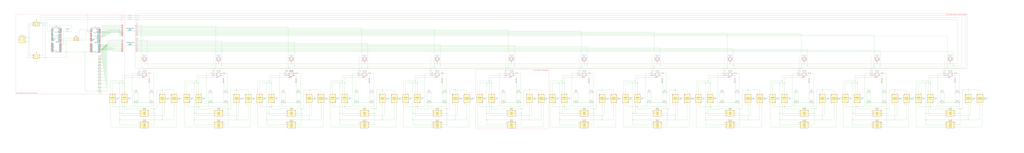
<source format=kicad_sch>
(kicad_sch (version 20231120) (generator "eeschema") (generator_version "8.0")
  (paper "User" 2540 381)
  (title_block (title "Esquema Eléctrico Columna") (date "2025-01-29") (company "Andtonic Studios"))
  (junction (at 673.1 265.43))
  (junction (at 745.49 255.27))
  (junction (at 308.61 265.43))
  (junction (at 2019.3 281.94))
  (junction (at 916.94 229.87))
  (junction (at 1654.81 281.94))
  (junction (at 481.33 298.45))
  (junction (at 927.1 255.27))
  (junction (at 1388.11 281.94))
  (junction (at 2331.72 255.27))
  (junction (at 904.4113 158.75))
  (junction (at 481.33 281.94))
  (junction (at 2150.11 255.27))
  (junction (at 1471.93 229.87))
  (junction (at 1268.73 158.75))
  (junction (at 2183.2656 163.83))
  (junction (at 243.84 154.94))
  (junction (at 746.76 281.94))
  (junction (at 948.69 223.52))
  (junction (at 1756.41 201.93))
  (junction (at 381 229.87))
  (junction (at 896.7913 168.91))
  (junction (at 2175.6456 158.75))
  (junction (at 1653.54 229.87))
  (junction (at 1638.1222 163.83))
  (junction (at 1569.72 207.01))
  (junction (at 1934.21 207.01))
  (junction (at 111.76 62.23))
  (junction (at 2018.03 229.87))
  (junction (at 1243.33 255.27))
  (junction (at 1219.2 207.01))
  (junction (at 1835.15 281.94))
  (junction (at 542.29 158.75))
  (junction (at 243.84 177.8))
  (junction (at 243.84 147.32))
  (junction (at 854.71 265.43))
  (junction (at 745.49 229.87))
  (junction (at 1835.15 270.51))
  (junction (at 1987.55 168.91))
  (junction (at 262.89 113.03))
  (junction (at 1449.0708 158.75))
  (junction (at 303.53 201.93))
  (junction (at 1456.6908 163.83))
  (junction (at 1394.46 201.93))
  (junction (at 2369.82 229.87))
  (junction (at 255.27 120.65))
  (junction (at 252.73 123.19))
  (junction (at 2364.6501 163.83))
  (junction (at 854.71 207.01))
  (junction (at 2219.96 223.52))
  (junction (at 1643.38 229.87))
  (junction (at 565.15 229.87))
  (junction (at 243.84 162.56))
  (junction (at 586.74 298.45))
  (junction (at 566.42 281.94))
  (junction (at 554.99 255.27))
  (junction (at 928.37 281.94))
  (junction (at 516.89 255.27))
  (junction (at 1473.2 281.94))
  (junction (at 2379.98 229.87))
  (junction (at 878.84 255.27))
  (junction (at 264.16 111.76))
  (junction (at 1823.72 229.87))
  (junction (at 2188.21 255.27))
  (junction (at 2120.9 201.93))
  (junction (at 308.61 207.01))
  (junction (at 849.63 201.93))
  (junction (at 243.84 217.17))
  (junction (at 1313.18 223.52))
  (junction (at 2307.59 207.01))
  (junction (at 111.76 143.51))
  (junction (at 210.82 129.54))
  (junction (at 534.67 168.91))
  (junction (at 1818.64 163.83))
  (junction (at 243.84 170.18))
  (junction (at 2302.51 201.93))
  (junction (at 402.59 298.45))
  (junction (at 912.0313 168.91))
  (junction (at 1423.67 255.27))
  (junction (at 1035.05 207.01))
  (junction (at 1461.77 229.87))
  (junction (at 2160.27 255.27))
  (junction (at 1291.59 229.87))
  (junction (at 1934.21 298.45))
  (junction (at 1129.03 223.52))
  (junction (at 661.67 207.01))
  (junction (at 1023.62 298.45))
  (junction (at 1107.44 255.27))
  (junction (at 1129.03 298.45))
  (junction (at 1276.35 163.83))
  (junction (at 586.74 223.52))
  (junction (at 1023.62 207.01))
  (junction (at 217.17 39.37))
  (junction (at 1097.28 229.87))
  (junction (at 251.46 124.46))
  (junction (at 2019.3 270.51))
  (junction (at 889 255.27))
  (junction (at 2114.55 298.45))
  (junction (at 1493.52 223.52))
  (junction (at 259.08 116.84))
  (junction (at 1855.47 298.45))
  (junction (at 661.67 298.45))
  (junction (at 697.23 255.27))
  (junction (at 1833.88 229.87))
  (junction (at 1207.77 298.45))
  (junction (at 2296.16 281.94))
  (junction (at 492.76 265.43))
  (junction (at 2349.4101 168.91))
  (junction (at 1995.17 158.75))
  (junction (at 2296.16 298.45))
  (junction (at 1261.11 168.91))
  (junction (at 746.76 270.51))
  (junction (at 2199.64 270.51))
  (junction (at 843.28 207.01))
  (junction (at 492.76 207.01))
  (junction (at 2114.55 281.94))
  (junction (at 1281.43 229.87))
  (junction (at 1441.4508 168.91))
  (junction (at 554.99 229.87))
  (junction (at 948.69 298.45))
  (junction (at 2007.87 255.27))
  (junction (at 260.35 115.57))
  (junction (at 549.91 163.83))
  (junction (at 2307.59 265.43))
  (junction (at 1207.77 207.01))
  (junction (at 1292.86 270.51))
  (junction (at 715.01 168.91))
  (junction (at 2357.0301 158.75))
  (junction (at 1069.34 255.27))
  (junction (at 2379.98 255.27))
  (junction (at 2296.16 207.01))
  (junction (at 1461.77 255.27))
  (junction (at 2401.57 298.45))
  (junction (at 1581.15 207.01))
  (junction (at 402.59 223.52))
  (junction (at 1654.81 270.51))
  (junction (at 730.25 163.83))
  (junction (at 1569.72 298.45))
  (junction (at 1471.93 255.27))
  (junction (at 1605.28 255.27))
  (junction (at 1399.54 265.43))
  (junction (at 1675.13 298.45))
  (junction (at 332.74 255.27))
  (junction (at 2401.57 223.52))
  (junction (at 2114.55 207.01))
  (junction (at 673.1 207.01))
  (junction (at 487.68 201.93))
  (junction (at 1811.02 158.75))
  (junction (at 2219.96 298.45))
  (junction (at 1643.38 255.27))
  (junction (at 566.42 270.51))
  (junction (at 1399.54 207.01))
  (junction (at 370.84 255.27))
  (junction (at 1214.12 201.93))
  (junction (at 243.84 208.28))
  (junction (at 481.33 207.01))
  (junction (at 722.63 158.75))
  (junction (at 1023.62 281.94))
  (junction (at 1035.05 265.43))
  (junction (at 265.43 110.49))
  (junction (at 1097.28 255.27))
  (junction (at 1473.2 270.51))
  (junction (at 661.67 281.94))
  (junction (at 297.18 281.94))
  (junction (at 565.15 255.27))
  (junction (at 1803.4 168.91))
  (junction (at 342.9 255.27))
  (junction (at 1675.13 223.52))
  (junction (at 2198.37 255.27))
  (junction (at 1750.06 298.45))
  (junction (at 2039.62 298.45))
  (junction (at 297.18 298.45))
  (junction (at 382.27 270.51))
  (junction (at 1219.2 265.43))
  (junction (at 1576.07 201.93))
  (junction (at 73.66 93.98))
  (junction (at 381 255.27))
  (junction (at 1092.2 163.83))
  (junction (at 1493.52 298.45))
  (junction (at 1281.43 255.27))
  (junction (at 1253.49 255.27))
  (junction (at 257.81 118.11))
  (junction (at 2007.87 229.87))
  (junction (at 1313.18 298.45))
  (junction (at 916.94 255.27))
  (junction (at 1761.49 207.01))
  (junction (at 243.84 193.04))
  (junction (at 254 121.92))
  (junction (at 767.08 223.52))
  (junction (at 2381.25 281.94))
  (junction (at 1569.72 281.94))
  (junction (at 297.18 207.01))
  (junction (at 1855.47 223.52))
  (junction (at 1107.44 229.87))
  (junction (at 735.33 255.27))
  (junction (at 2341.88 255.27))
  (junction (at 1750.06 281.94))
  (junction (at 1581.15 265.43))
  (junction (at 527.05 255.27))
  (junction (at 1940.56 201.93))
  (junction (at 69.85 104.14))
  (junction (at 843.28 298.45))
  (junction (at 1291.59 255.27))
  (junction (at 1388.11 207.01))
  (junction (at 767.08 298.45))
  (junction (at 2199.64 281.94))
  (junction (at 1979.93 255.27))
  (junction (at 1630.5022 158.75))
  (junction (at 1615.44 255.27))
  (junction (at 2168.0256 168.91))
  (junction (at 1785.62 255.27))
  (junction (at 2018.03 255.27))
  (junction (at 707.39 255.27))
  (junction (at 1029.97 201.93))
  (junction (at 928.37 270.51))
  (junction (at 1934.21 281.94))
  (junction (at 668.02 201.93))
  (junction (at 243.84 200.66))
  (junction (at 1945.64 265.43))
  (junction (at 1433.83 255.27))
  (junction (at 1823.72 255.27))
  (junction (at 1207.77 281.94))
  (junction (at 1059.18 255.27))
  (junction (at 2381.25 270.51))
  (junction (at 163.83 129.54))
  (junction (at 735.33 229.87))
  (junction (at 1388.11 298.45))
  (junction (at 1761.49 265.43))
  (junction (at 256.54 119.38))
  (junction (at 1969.77 255.27))
  (junction (at 2125.98 265.43))
  (junction (at 382.27 281.94))
  (junction (at 370.84 229.87))
  (junction (at 1108.71 270.51))
  (junction (at 243.84 226.06))
  (junction (at 843.28 281.94))
  (junction (at 927.1 229.87))
  (junction (at 1292.86 281.94))
  (junction (at 2198.37 229.87))
  (junction (at 2188.21 229.87))
  (junction (at 1653.54 255.27))
  (junction (at 2002.79 163.83))
  (junction (at 101.6 57.15))
  (junction (at 261.62 114.3))
  (junction (at 1076.96 168.91))
  (junction (at 1084.58 158.75))
  (junction (at 1750.06 207.01))
  (junction (at 2369.82 255.27))
  (junction (at 2039.62 223.52))
  (junction (at 2125.98 207.01))
  (junction (at 1945.64 207.01))
  (junction (at 243.84 185.42))
  (junction (at 1795.78 255.27))
  (junction (at 1833.88 255.27))
  (junction (at 1108.71 281.94))
  (junction (at 1622.8822 168.91))
  (wire (pts (xy 1811.02 154.94) (xy 1811.02 158.75)))
  (wire (pts (xy 101.6 57.15) (xy 101.6 39.37)))
  (wire (pts (xy 912.0313 168.91) (xy 1076.96 168.91)))
  (wire (pts (xy 264.16 111.76) (xy 264.16 217.17)))
  (wire (pts (xy 1097.28 229.87) (xy 1097.28 187.96)))
  (wire (pts (xy 692.15 182.88) (xy 715.01 182.88)))
  (wire (pts (xy 715.01 67.31) (xy 715.01 144.78)))
  (wire (pts (xy 311.15 49.53) (xy 332.74 49.53)) (stroke (width 0) (type dash_dot_dot) (color 100 0 0 0.99)))
  (wire (pts (xy 303.53 201.93) (xy 303.53 229.87)))
  (wire (pts (xy 481.33 298.45) (xy 586.74 298.45)))
  (wire (pts (xy 1818.64 120.65) (xy 1818.64 144.78)))
  (wire (pts (xy 1600.2 182.88) (xy 1600.2 265.43)))
  (wire (pts (xy 2161.54 137.16) (xy 2161.54 172.72)) (stroke (width 0) (type dash_dot_dot) (color 100 0 0 0.99)))
  (wire (pts (xy 2007.87 187.96) (xy 2002.79 187.96)))
  (wire (pts (xy 1987.55 85.09) (xy 1987.55 144.78)))
  (wire (pts (xy 1005.84 207.01) (xy 1023.62 207.01)))
  (wire (pts (xy 261.62 114.3) (xy 250.19 114.3)))
  (wire (pts (xy 265.43 100.33) (xy 300.99 100.33)))
  (wire (pts (xy 1276.35 163.83) (xy 1456.6908 163.83)))
  (wire (pts (xy 1107.44 182.88) (xy 1107.44 229.87)))
  (wire (pts (xy 2307.59 270.51) (xy 2381.25 270.51)))
  (wire (pts (xy 255.27 162.56) (xy 251.46 162.56)))
  (wire (pts (xy 1276.35 113.03) (xy 1276.35 144.78)))
  (wire (pts (xy 2307.59 193.04) (xy 2307.59 207.01)))
  (wire (pts (xy 341.63 87.63) (xy 2168.0256 87.63)))
  (wire (pts (xy 308.61 265.43) (xy 308.61 270.51)))
  (wire (pts (xy 481.33 281.94) (xy 481.33 298.45)))
  (wire (pts (xy 100.33 143.51) (xy 111.76 143.51)))
  (wire (pts (xy 254 121.92) (xy 283.21 121.92)))
  (wire (pts (xy 1934.21 311.15) (xy 1979.93 311.15)))
  (wire (pts (xy 1092.2 182.88) (xy 1107.44 182.88)))
  (wire (pts (xy 1207.77 281.94) (xy 1207.77 298.45)))
  (wire (pts (xy 402.59 223.52) (xy 402.59 229.87)))
  (wire (pts (xy 1761.49 265.43) (xy 1761.49 270.51)))
  (wire (pts (xy 1709.42 316.23) (xy 1709.42 260.35)))
  (wire (pts (xy 308.61 270.51) (xy 382.27 270.51)))
  (wire (pts (xy 1675.13 298.45) (xy 1675.13 260.35)))
  (wire (pts (xy 1238.25 182.88) (xy 1238.25 265.43)))
  (wire (pts (xy 1456.6908 149.785) (xy 1456.6908 163.83)))
  (wire (pts (xy 1342.39 229.87) (xy 1342.39 223.52)))
  (wire (pts (xy 1704.34 229.87) (xy 1704.34 223.52)))
  (wire (pts (xy 668.02 187.96) (xy 668.02 201.93)))
  (wire (pts (xy 767.08 298.45) (xy 796.29 298.45)))
  (wire (pts (xy 928.37 270.51) (xy 928.37 281.94)))
  (wire (pts (xy 2296.16 281.94) (xy 2341.88 281.94)))
  (wire (pts (xy 370.84 255.27) (xy 370.84 229.87)))
  (wire (pts (xy 275.59 110.49) (xy 300.99 110.49)))
  (wire (pts (xy 889 255.27) (xy 916.94 255.27)))
  (wire (pts (xy 2002.79 123.19) (xy 2002.79 144.78)))
  (wire (pts (xy 64.77 104.14) (xy 69.85 104.14)))
  (wire (pts (xy 1207.77 281.94) (xy 1253.49 281.94)))
  (wire (pts (xy 265.43 72.39) (xy 300.99 72.39)))
  (wire (pts (xy 2183.2656 163.83) (xy 2364.6501 163.83)))
  (wire (pts (xy 2357.0301 154.5177) (xy 2357.0301 158.75)))
  (wire (pts (xy 487.68 187.96) (xy 534.67 187.96)))
  (wire (pts (xy 73.66 93.98) (xy 73.66 138.43)))
  (wire (pts (xy 106.68 138.43) (xy 106.68 44.45)))
  (wire (pts (xy 341.63 39.37) (xy 2395.22 39.37)))
  (wire (pts (xy 2278.38 207.01) (xy 2296.16 207.01)))
  (wire (pts (xy 260.35 67.31) (xy 300.99 67.31)))
  (wire (pts (xy 912.0313 150.0863) (xy 912.0313 168.91)))
  (wire (pts (xy 1622.8822 150.0849) (xy 1622.8822 168.91)))
  (wire (pts (xy 2120.9 187.96) (xy 2120.9 201.93)))
  (wire (pts (xy 820.42 260.35) (xy 820.42 316.23)))
  (wire (pts (xy 1281.43 187.96) (xy 1276.35 187.96)))
  (wire (pts (xy 298.45 87.63) (xy 300.99 87.63)))
  (wire (pts (xy 1473.2 311.15) (xy 1464.31 311.15)))
  (wire (pts (xy 1727.2 201.93) (xy 1727.2 229.87)))
  (wire (pts (xy 2018.03 265.43) (xy 1969.77 265.43)))
  (wire (pts (xy 270.51 113.03) (xy 270.51 105.41)))
  (wire (pts (xy 2430.78 298.45) (xy 2430.78 260.35)))
  (wire (pts (xy 1291.59 255.27) (xy 1291.59 229.87)))
  (wire (pts (xy 100.33 138.43) (xy 106.68 138.43)))
  (wire (pts (xy 1035.05 193.04) (xy 1084.58 193.04)))
  (wire (pts (xy 1023.62 298.45) (xy 1129.03 298.45)))
  (wire (pts (xy 1823.72 187.96) (xy 1818.64 187.96)))
  (wire (pts (xy 746.76 281.94) (xy 746.76 311.15)))
  (wire (pts (xy 2205.99 270.51) (xy 2205.99 223.52)))
  (wire (pts (xy 1756.41 260.35) (xy 1756.41 287.02)))
  (wire (pts (xy 1099.82 281.94) (xy 1108.71 281.94)))
  (wire (pts (xy 586.74 298.45) (xy 615.95 298.45)))
  (wire (pts (xy 1995.17 154.94) (xy 1995.17 158.75)))
  (wire (pts (xy 1291.59 182.88) (xy 1291.59 229.87)))
  (wire (pts (xy 345.44 137.16) (xy 345.44 173.99)) (stroke (width 0) (type dash_dot_dot) (color 100 0 0 0.99)))
  (wire (pts (xy 2120.9 260.35) (xy 2120.9 287.02)))
  (wire (pts (xy 2039.62 298.45) (xy 2039.62 260.35)))
  (wire (pts (xy 1761.49 265.43) (xy 1780.54 265.43)))
  (wire (pts (xy 554.99 187.96) (xy 549.91 187.96)))
  (wire (pts (xy 1449.0708 154.865) (xy 1449.0708 158.75)))
  (wire (pts (xy 1750.06 298.45) (xy 1750.06 311.15)))
  (wire (pts (xy 492.76 270.51) (xy 566.42 270.51)))
  (wire (pts (xy 1054.1 182.88) (xy 1054.1 265.43)))
  (wire (pts (xy 854.71 207.01) (xy 843.28 207.01)))
  (wire (pts (xy 1479.55 270.51) (xy 1479.55 223.52)))
  (wire (pts (xy 2018.03 255.27) (xy 2018.03 265.43)))
  (wire (pts (xy 566.42 281.94) (xy 566.42 311.15)))
  (wire (pts (xy 382.27 311.15) (xy 373.38 311.15)))
  (wire (pts (xy 2039.62 223.52) (xy 2039.62 229.87)))
  (wire (pts (xy 158.75 111.76) (xy 152.4 111.76)))
  (wire (pts (xy 2168.0256 149.666) (xy 2168.0256 168.91)))
  (wire (pts (xy 196.85 95.25) (xy 196.85 73.66)))
  (wire (pts (xy 912.0313 107.95) (xy 912.0313 145.0063)))
  (wire (pts (xy 248.92 87.63) (xy 265.43 87.63)))
  (wire (pts (xy 2007.87 229.87) (xy 2007.87 187.96)))
  (wire (pts (xy 661.67 281.94) (xy 707.39 281.94)))
  (wire (pts (xy 1399.54 193.04) (xy 1449.07 193.04)))
  (wire (pts (xy 1207.77 311.15) (xy 1253.49 311.15)))
  (wire (pts (xy 1479.55 223.52) (xy 1493.52 223.52)))
  (wire (pts (xy 1979.93 255.27) (xy 1979.93 229.87)))
  (wire (pts (xy 271.78 78.74) (xy 299.72 78.74)))
  (wire (pts (xy 300.99 80.01) (xy 273.05 80.01)))
  (wire (pts (xy 270.51 105.41) (xy 300.99 105.41)))
  (wire (pts (xy 1653.54 255.27) (xy 1653.54 265.43)))
  (wire (pts (xy 1207.77 281.94) (xy 1207.77 207.01)))
  (wire (pts (xy 257.81 118.11) (xy 280.67 118.11)))
  (wire (pts (xy 2125.98 207.01) (xy 2125.98 229.87)))
  (wire (pts (xy 487.68 260.35) (xy 487.68 287.02)))
  (wire (pts (xy 250.19 121.92) (xy 254 121.92)))
  (wire (pts (xy 255.27 92.71) (xy 255.27 62.23)))
  (wire (pts (xy 2249.17 298.45) (xy 2249.17 260.35)))
  (wire (pts (xy 711.2 137.16) (xy 711.2 172.72)) (stroke (width 0) (type dash_dot_dot) (color 100 0 0 0.99)))
  (wire (pts (xy 730.25 105.41) (xy 730.25 144.78)))
  (wire (pts (xy 2381.25 311.15) (xy 2372.36 311.15)))
  (wire (pts (xy 673.1 207.01) (xy 673.1 229.87)))
  (wire (pts (xy 283.21 123.19) (xy 300.99 123.19)))
  (wire (pts (xy 1035.05 270.51) (xy 1108.71 270.51)))
  (wire (pts (xy 1399.54 193.04) (xy 1399.54 207.01)))
  (wire (pts (xy 1370.33 265.43) (xy 1370.33 260.35)))
  (wire (pts (xy 1207.77 298.45) (xy 1313.18 298.45)))
  (wire (pts (xy 1399.54 260.35) (xy 1399.54 265.43)))
  (wire (pts (xy 370.84 229.87) (xy 370.84 187.96)))
  (wire (pts (xy 1464.31 281.94) (xy 1473.2 281.94)))
  (wire (pts (xy 1493.52 298.45) (xy 1522.73 298.45)))
  (wire (pts (xy 1826.26 316.23) (xy 1889.76 316.23)))
  (wire (pts (xy 2401.57 298.45) (xy 2430.78 298.45)))
  (wire (pts (xy 2125.98 193.04) (xy 2175.51 193.04)))
  (wire (pts (xy 341.63 125.73) (xy 2183.2656 125.73)))
  (wire (pts (xy 69.85 62.23) (xy 80.01 62.23)))
  (wire (pts (xy 534.67 168.91) (xy 715.01 168.91)))
  (wire (pts (xy 341.63 115.57) (xy 1456.6908 115.57)))
  (wire (pts (xy 557.53 281.94) (xy 566.42 281.94)))
  (wire (pts (xy 487.68 201.93) (xy 487.68 229.87)))
  (wire (pts (xy 1654.81 311.15) (xy 1645.92 311.15)))
  (wire (pts (xy 1035.05 207.01) (xy 1023.62 207.01)))
  (wire (pts (xy 1600.2 182.88) (xy 1623.06 182.88)))
  (wire (pts (xy 1945.64 265.43) (xy 1916.43 265.43)))
  (wire (pts (xy 283.21 119.38) (xy 283.21 118.11)))
  (wire (pts (xy 123.19 74.93) (xy 123.19 62.23)))
  (wire (pts (xy 492.76 265.43) (xy 463.55 265.43)))
  (wire (pts (xy 163.83 129.54) (xy 152.4 129.54)))
  (wire (pts (xy 2018.03 255.27) (xy 2018.03 229.87)))
  (wire (pts (xy 1569.72 298.45) (xy 1675.13 298.45)))
  (wire (pts (xy 251.46 124.46) (xy 278.13 124.46)))
  (wire (pts (xy 2199.64 311.15) (xy 2190.75 311.15)))
  (wire (pts (xy 1471.93 255.27) (xy 1471.93 229.87)))
  (wire (pts (xy 1059.18 255.27) (xy 1059.18 229.87)))
  (wire (pts (xy 254 154.94) (xy 251.46 154.94)))
  (wire (pts (xy 745.49 255.27) (xy 745.49 229.87)))
  (wire (pts (xy 1000.76 260.35) (xy 1000.76 316.23)))
  (wire (pts (xy 100.33 57.15) (xy 101.6 57.15)))
  (wire (pts (xy 1797.05 137.16) (xy 1797.05 172.72)) (stroke (width 0) (type dash_dot_dot) (color 100 0 0 0.99)))
  (wire (pts (xy 303.53 201.93) (xy 274.32 201.93)))
  (wire (pts (xy 261.62 114.3) (xy 273.05 114.3)))
  (wire (pts (xy 1388.11 281.94) (xy 1388.11 207.01)))
  (wire (pts (xy 255.27 62.23) (xy 300.99 62.23)))
  (wire (pts (xy 1365.25 201.93) (xy 1365.25 229.87)))
  (wire (pts (xy 1855.47 223.52) (xy 1855.47 229.87)))
  (wire (pts (xy 2002.79 182.88) (xy 2018.03 182.88)))
  (wire (pts (xy 2307.59 265.43) (xy 2326.64 265.43)))
  (wire (pts (xy 673.1 265.43) (xy 692.15 265.43)))
  (wire (pts (xy 722.63 154.94) (xy 722.63 158.75)))
  (wire (pts (xy 243.84 200.66) (xy 243.84 208.28)))
  (wire (pts (xy 1108.71 270.51) (xy 1108.71 281.94)))
  (wire (pts (xy 163.83 143.51) (xy 111.76 143.51)))
  (wire (pts (xy 1283.97 316.23) (xy 1347.47 316.23)))
  (wire (pts (xy 1214.12 187.96) (xy 1214.12 201.93)))
  (wire (pts (xy 1214.12 187.96) (xy 1261.11 187.96)))
  (wire (pts (xy 1084.58 158.75) (xy 1268.73 158.75)))
  (wire (pts (xy 707.39 255.27) (xy 735.33 255.27)))
  (wire (pts (xy 243.84 217.17) (xy 243.84 226.06)))
  (wire (pts (xy 982.98 316.23) (xy 982.98 260.35)))
  (wire (pts (xy 1035.05 265.43) (xy 1035.05 270.51)))
  (wire (pts (xy 549.91 149.86) (xy 549.91 163.83)))
  (wire (pts (xy 2199.64 270.51) (xy 2199.64 281.94)))
  (wire (pts (xy 1023.62 281.94) (xy 1069.34 281.94)))
  (wire (pts (xy 1394.46 187.96) (xy 1394.46 201.93)))
  (wire (pts (xy 243.84 177.8) (xy 243.84 185.42)))
  (wire (pts (xy 1576.07 260.35) (xy 1576.07 287.02)))
  (wire (pts (xy 529.59 137.16) (xy 529.59 172.72)) (stroke (width 0) (type dash_dot_dot) (color 100 0 0 0.99)))
  (wire (pts (xy 1092.2 149.86) (xy 1092.2 163.83)))
  (wire (pts (xy 849.63 287.02) (xy 889 287.02)))
  (wire (pts (xy 341.63 120.65) (xy 1818.64 120.65)))
  (wire (pts (xy 2183.2656 149.666) (xy 2183.2656 163.83)))
  (wire (pts (xy 661.67 281.94) (xy 661.67 298.45)))
  (wire (pts (xy 2125.98 265.43) (xy 2145.03 265.43)))
  (wire (pts (xy 2369.82 255.27) (xy 2369.82 229.87)))
  (wire (pts (xy 1394.46 201.93) (xy 1365.25 201.93)))
  (wire (pts (xy 1643.38 255.27) (xy 1643.38 229.87)))
  (wire (pts (xy 1732.28 207.01) (xy 1732.28 229.87)))
  (wire (pts (xy 1818.64 163.83) (xy 2002.79 163.83)))
  (wire (pts (xy 2168.0256 168.91) (xy 2349.4101 168.91)))
  (wire (pts (xy 370.84 187.96) (xy 365.76 187.96)))
  (wire (pts (xy 586.74 298.45) (xy 586.74 260.35)))
  (wire (pts (xy 849.63 187.96) (xy 896.62 187.96)))
  (wire (pts (xy 2273.3 316.23) (xy 2341.88 316.23)))
  (wire (pts (xy 1750.06 298.45) (xy 1855.47 298.45)))
  (wire (pts (xy 196.85 73.66) (xy 222.25 73.66)))
  (wire (pts (xy 2199.64 270.51) (xy 2205.99 270.51)))
  (wire (pts (xy 101.6 57.15) (xy 118.11 57.15)))
  (wire (pts (xy 303.53 187.96) (xy 303.53 201.93)))
  (wire (pts (xy 1761.49 265.43) (xy 1732.28 265.43)))
  (wire (pts (xy 566.42 270.51) (xy 566.42 281.94)))
  (wire (pts (xy 2296.16 298.45) (xy 2296.16 311.15)))
  (wire (pts (xy 1855.47 223.52) (xy 1884.68 223.52)))
  (wire (pts (xy 303.53 187.96) (xy 350.52 187.96)))
  (wire (pts (xy 2249.17 229.87) (xy 2249.17 223.52)))
  (wire (pts (xy 1911.35 260.35) (xy 1911.35 316.23)))
  (wire (pts (xy 2002.79 149.86) (xy 2002.79 163.83)))
  (wire (pts (xy 849.63 201.93) (xy 820.42 201.93)))
  (wire (pts (xy 2430.78 229.87) (xy 2430.78 223.52)))
  (wire (pts (xy 1219.2 265.43) (xy 1189.99 265.43)))
  (wire (pts (xy 1615.44 255.27) (xy 1615.44 229.87)))
  (wire (pts (xy 1546.86 260.35) (xy 1546.86 316.23)))
  (wire (pts (xy 492.76 207.01) (xy 481.33 207.01)))
  (wire (pts (xy 2387.6 270.51) (xy 2387.6 223.52)))
  (wire (pts (xy 69.85 143.51) (xy 80.01 143.51)))
  (wire (pts (xy 2019.3 311.15) (xy 2010.41 311.15)))
  (wire (pts (xy 2254.25 316.23) (xy 2254.25 260.35)))
  (wire (pts (xy 2401.57 298.45) (xy 2401.57 260.35)))
  (wire (pts (xy 492.76 207.01) (xy 492.76 229.87)))
  (wire (pts (xy 854.71 265.43) (xy 854.71 270.51)))
  (wire (pts (xy 273.05 107.95) (xy 300.99 107.95)))
  (wire (pts (xy 157.48 78.74) (xy 162.56 78.74)))
  (wire (pts (xy 1995.17 158.75) (xy 2175.6456 158.75)))
  (wire (pts (xy 341.63 128.27) (xy 2364.6501 128.27)))
  (wire (pts (xy 668.02 187.96) (xy 715.01 187.96)))
  (wire (pts (xy 2395.22 168.91) (xy 2349.4101 168.91)))
  (wire (pts (xy 1394.46 201.93) (xy 1394.46 229.87)))
  (wire (pts (xy 2018.03 182.88) (xy 2018.03 229.87)))
  (wire (pts (xy 1158.24 229.87) (xy 1158.24 223.52)))
  (wire (pts (xy 1219.2 270.51) (xy 1292.86 270.51)))
  (wire (pts (xy 262.89 208.28) (xy 251.46 208.28)))
  (wire (pts (xy 2198.37 255.27) (xy 2198.37 265.43)))
  (wire (pts (xy 381 255.27) (xy 381 265.43)))
  (wire (pts (xy 1756.41 187.96) (xy 1756.41 201.93)))
  (wire (pts (xy 341.63 49.53) (xy 2374.9 49.53)))
  (wire (pts (xy 1654.81 270.51) (xy 1654.81 281.94)))
  (wire (pts (xy 2379.98 265.43) (xy 2331.72 265.43)))
  (wire (pts (xy 243.84 193.04) (xy 243.84 200.66)))
  (wire (pts (xy 1035.05 265.43) (xy 1005.84 265.43)))
  (wire (pts (xy 715.01 168.91) (xy 896.7913 168.91)))
  (wire (pts (xy 1076.96 149.86) (xy 1076.96 168.91)))
  (wire (pts (xy 255.27 120.65) (xy 300.99 120.65)))
  (wire (pts (xy 891.54 137.16) (xy 891.54 172.72)) (stroke (width 0) (type dash_dot_dot) (color 100 0 0 0.99)))
  (wire (pts (xy 1551.94 207.01) (xy 1551.94 229.87)))
  (wire (pts (xy 463.55 207.01) (xy 481.33 207.01)))
  (wire (pts (xy 267.97 102.87) (xy 300.99 102.87)))
  (wire (pts (xy 916.94 187.96) (xy 911.86 187.96)))
  (wire (pts (xy 638.81 316.23) (xy 707.39 316.23)))
  (wire (pts (xy 1219.2 260.35) (xy 1219.2 265.43)))
  (wire (pts (xy 2010.41 281.94) (xy 2019.3 281.94)))
  (wire (pts (xy 730.25 182.88) (xy 745.49 182.88)))
  (wire (pts (xy 2307.59 193.04) (xy 2357.12 193.04)))
  (wire (pts (xy 1261.11 149.86) (xy 1261.11 168.91)))
  (wire (pts (xy 911.86 182.88) (xy 927.1 182.88)))
  (wire (pts (xy 1622.8822 168.91) (xy 1803.4 168.91)))
  (wire (pts (xy 919.48 287.02) (xy 953.77 287.02)))
  (wire (pts (xy 1617.98 137.16) (xy 1617.98 172.72)) (stroke (width 0) (type dash_dot_dot) (color 100 0 0 0.99)))
  (wire (pts (xy 299.72 78.74) (xy 299.72 85.09)))
  (wire (pts (xy 250.19 91.44) (xy 257.81 91.44)))
  (wire (pts (xy 217.17 39.37) (xy 295.91 39.37)))
  (wire (pts (xy 1761.49 270.51) (xy 1835.15 270.51)))
  (wire (pts (xy 259.08 116.84) (xy 259.08 185.42)))
  (wire (pts (xy 566.42 311.15) (xy 557.53 311.15)))
  (wire (pts (xy 2198.37 182.88) (xy 2198.37 229.87)))
  (wire (pts (xy 487.68 187.96) (xy 487.68 201.93)))
  (wire (pts (xy 2198.37 265.43) (xy 2150.11 265.43)))
  (wire (pts (xy 1761.49 207.01) (xy 1761.49 229.87)))
  (wire (pts (xy 118.11 78.74) (xy 127 78.74)))
  (wire (pts (xy 283.21 118.11) (xy 300.99 118.11)))
  (wire (pts (xy 1940.56 201.93) (xy 1911.35 201.93)))
  (wire (pts (xy 463.55 265.43) (xy 463.55 260.35)))
  (wire (pts (xy 1945.64 193.04) (xy 1945.64 207.01)))
  (wire (pts (xy 948.69 298.45) (xy 948.69 260.35)))
  (wire (pts (xy 1675.13 223.52) (xy 1675.13 229.87)))
  (wire (pts (xy 1934.21 281.94) (xy 1979.93 281.94)))
  (wire (pts (xy 1449.0708 158.75) (xy 1630.5022 158.75)))
  (wire (pts (xy 737.87 287.02) (xy 772.16 287.02)))
  (wire (pts (xy 1841.5 223.52) (xy 1855.47 223.52)))
  (wire (pts (xy 252.73 123.19) (xy 280.67 123.19)))
  (wire (pts (xy 1732.28 207.01) (xy 1750.06 207.01)))
  (wire (pts (xy 1833.88 182.88) (xy 1833.88 229.87)))
  (wire (pts (xy 123.19 62.23) (xy 177.8 62.23)))
  (wire (pts (xy 753.11 270.51) (xy 753.11 223.52)))
  (wire (pts (xy 1313.18 223.52) (xy 1313.18 229.87)))
  (wire (pts (xy 796.29 298.45) (xy 796.29 260.35)))
  (wire (pts (xy 1219.2 207.01) (xy 1219.2 229.87)))
  (wire (pts (xy 2183.2656 125.73) (xy 2183.2656 144.586)))
  (wire (pts (xy 101.6 39.37) (xy 217.17 39.37)))
  (wire (pts (xy 341.63 123.19) (xy 2002.79 123.19)))
  (wire (pts (xy 2385.06 163.8526) (xy 2364.6501 163.8526)))
  (wire (pts (xy 1934.21 281.94) (xy 1934.21 207.01)))
  (wire (pts (xy 1916.43 207.01) (xy 1934.21 207.01)))
  (wire (pts (xy 350.52 168.91) (xy 350.52 149.86)))
  (wire (pts (xy 1569.72 298.45) (xy 1569.72 311.15)))
  (wire (pts (xy 1261.11 168.91) (xy 1441.4508 168.91)))
  (wire (pts (xy 1643.38 187.96) (xy 1638.3 187.96)))
  (wire (pts (xy 1581.15 207.01) (xy 1569.72 207.01)))
  (wire (pts (xy 1423.67 265.43) (xy 1423.67 255.27)))
  (wire (pts (xy 269.24 76.2) (xy 298.45 76.2)))
  (wire (pts (xy 2307.59 207.01) (xy 2296.16 207.01)))
  (wire (pts (xy 255.27 120.65) (xy 255.27 162.56)))
  (wire (pts (xy 1964.69 182.88) (xy 1987.55 182.88)))
  (wire (pts (xy 256.54 170.18) (xy 251.46 170.18)))
  (wire (pts (xy 2381.25 270.51) (xy 2381.25 281.94)))
  (wire (pts (xy 668.02 201.93) (xy 668.02 229.87)))
  (wire (pts (xy 2160.27 255.27) (xy 2160.27 229.87)))
  (wire (pts (xy 1433.83 255.27) (xy 1461.77 255.27)))
  (wire (pts (xy 1569.72 281.94) (xy 1569.72 298.45)))
  (wire (pts (xy 820.42 201.93) (xy 820.42 229.87)))
  (wire (pts (xy 927.1 182.88) (xy 927.1 229.87)))
  (wire (pts (xy 2372.36 316.23) (xy 2435.86 316.23)))
  (wire (pts (xy 927.1 265.43) (xy 878.84 265.43)))
  (wire (pts (xy 1456.69 182.88) (xy 1471.93 182.88)))
  (wire (pts (xy 1581.15 260.35) (xy 1581.15 265.43)))
  (wire (pts (xy 977.9 229.87) (xy 977.9 223.52)))
  (wire (pts (xy 1023.62 298.45) (xy 1023.62 311.15)))
  (wire (pts (xy 273.05 80.01) (xy 273.05 82.55)))
  (wire (pts (xy 248.92 90.17) (xy 260.35 90.17)))
  (wire (pts (xy 767.08 298.45) (xy 767.08 260.35)))
  (wire (pts (xy 2091.69 260.35) (xy 2091.69 316.23)))
  (wire (pts (xy 934.72 223.52) (xy 948.69 223.52)))
  (wire (pts (xy 1643.38 229.87) (xy 1643.38 187.96)))
  (wire (pts (xy 481.33 281.94) (xy 527.05 281.94)))
  (wire (pts (xy 2302.51 187.96) (xy 2349.5 187.96)))
  (wire (pts (xy 1115.06 270.51) (xy 1115.06 223.52)))
  (wire (pts (xy 248.92 83.82) (xy 270.51 83.82)))
  (wire (pts (xy 1934.21 298.45) (xy 2039.62 298.45)))
  (wire (pts (xy 481.33 311.15) (xy 527.05 311.15)))
  (wire (pts (xy 2125.98 265.43) (xy 2125.98 270.51)))
  (wire (pts (xy 1464.31 287.02) (xy 1498.6 287.02)))
  (wire (pts (xy 250.19 119.38) (xy 256.54 119.38)))
  (wire (pts (xy 262.89 113.03) (xy 270.51 113.03)))
  (wire (pts (xy 341.63 82.55) (xy 1803.4 82.55)))
  (wire (pts (xy 1471.93 255.27) (xy 1471.93 265.43)))
  (wire (pts (xy 152.4 109.22) (xy 157.48 109.22)))
  (wire (pts (xy 1581.15 265.43) (xy 1581.15 270.51)))
  (wire (pts (xy 431.8 298.45) (xy 431.8 260.35)))
  (wire (pts (xy 2343.15 137.16) (xy 2343.15 172.72)) (stroke (width 0) (type dash_dot_dot) (color 100 0 0 0.99)))
  (wire (pts (xy 1069.34 255.27) (xy 1097.28 255.27)))
  (wire (pts (xy 1493.52 223.52) (xy 1522.73 223.52)))
  (wire (pts (xy 737.87 281.94) (xy 746.76 281.94)))
  (wire (pts (xy 298.45 76.2) (xy 298.45 87.63)))
  (wire (pts (xy 243.84 185.42) (xy 243.84 193.04)))
  (wire (pts (xy 643.89 207.01) (xy 643.89 229.87)))
  (wire (pts (xy 274.32 316.23) (xy 342.9 316.23)))
  (wire (pts (xy 2198.37 255.27) (xy 2198.37 229.87)))
  (wire (pts (xy 1811.02 158.75) (xy 1995.17 158.75)))
  (wire (pts (xy 252.73 123.19) (xy 252.73 147.32)))
  (wire (pts (xy 243.84 154.94) (xy 243.84 162.56)))
  (wire (pts (xy 1581.15 207.01) (xy 1581.15 229.87)))
  (wire (pts (xy 1780.54 182.88) (xy 1803.4 182.88)))
  (wire (pts (xy 1441.4508 168.91) (xy 1622.8822 168.91)))
  (wire (pts (xy 243.84 226.06) (xy 210.82 226.06)))
  (wire (pts (xy 928.37 270.51) (xy 934.72 270.51)))
  (wire (pts (xy 1029.97 260.35) (xy 1029.97 287.02)))
  (wire (pts (xy 402.59 298.45) (xy 402.59 260.35)))
  (wire (pts (xy 250.19 80.01) (xy 271.78 80.01)))
  (wire (pts (xy 341.63 69.85) (xy 896.7913 69.85)))
  (wire (pts (xy 2044.7 287.02) (xy 2044.7 260.35)))
  (wire (pts (xy 919.48 281.94) (xy 928.37 281.94)))
  (wire (pts (xy 1253.49 255.27) (xy 1281.43 255.27)))
  (wire (pts (xy 557.53 316.23) (xy 621.03 316.23)))
  (wire (pts (xy 2302.51 201.93) (xy 2273.3 201.93)))
  (wire (pts (xy 1461.77 187.96) (xy 1456.69 187.96)))
  (wire (pts (xy 854.71 260.35) (xy 854.71 265.43)))
  (wire (pts (xy 73.66 93.98) (xy 73.66 57.15)))
  (wire (pts (xy 118.11 57.15) (xy 118.11 78.74)))
  (wire (pts (xy 1630.5022 158.75) (xy 1811.02 158.75)))
  (wire (pts (xy 1884.68 298.45) (xy 1884.68 260.35)))
  (wire (pts (xy 1219.2 193.04) (xy 1268.73 193.04)))
  (wire (pts (xy 746.76 311.15) (xy 737.87 311.15)))
  (wire (pts (xy 350.52 168.91) (xy 534.67 168.91)))
  (wire (pts (xy 516.89 255.27) (xy 516.89 229.87)))
  (wire (pts (xy 1035.05 207.01) (xy 1035.05 229.87)))
  (wire (pts (xy 1129.03 298.45) (xy 1129.03 260.35)))
  (wire (pts (xy 916.94 255.27) (xy 916.94 229.87)))
  (wire (pts (xy 1099.82 316.23) (xy 1163.32 316.23)))
  (wire (pts (xy 269.24 78.74) (xy 269.24 76.2)))
  (wire (pts (xy 260.35 115.57) (xy 275.59 115.57)))
  (wire (pts (xy 1987.55 149.86) (xy 1987.55 168.91)))
  (wire (pts (xy 1184.91 201.93) (xy 1184.91 229.87)))
  (wire (pts (xy 1184.91 260.35) (xy 1184.91 316.23)))
  (wire (pts (xy 243.84 162.56) (xy 243.84 170.18)))
  (wire (pts (xy 297.18 281.94) (xy 297.18 298.45)))
  (wire (pts (xy 2296.16 311.15) (xy 2341.88 311.15)))
  (wire (pts (xy 1732.28 265.43) (xy 1732.28 260.35)))
  (wire (pts (xy 267.97 111.76) (xy 267.97 102.87)))
  (wire (pts (xy 2331.72 255.27) (xy 2331.72 229.87)))
  (wire (pts (xy 1423.67 255.27) (xy 1423.67 229.87)))
  (wire (pts (xy 1292.86 311.15) (xy 1283.97 311.15)))
  (wire (pts (xy 1576.07 187.96) (xy 1623.06 187.96)))
  (wire (pts (xy 554.99 255.27) (xy 554.99 229.87)))
  (wire (pts (xy 210.82 226.06) (xy 210.82 129.54)))
  (wire (pts (xy 928.37 311.15) (xy 919.48 311.15)))
  (wire (pts (xy 896.7913 69.85) (xy 896.7913 145.0063)))
  (wire (pts (xy 373.38 287.02) (xy 407.67 287.02)))
  (wire (pts (xy 668.02 260.35) (xy 668.02 287.02)))
  (wire (pts (xy 2273.3 201.93) (xy 2273.3 229.87)))
  (wire (pts (xy 1653.54 255.27) (xy 1653.54 229.87)))
  (wire (pts (xy 250.19 124.46) (xy 251.46 124.46)))
  (wire (pts (xy 767.08 223.52) (xy 796.29 223.52)))
  (wire (pts (xy 262.89 69.85) (xy 262.89 88.9)))
  (wire (pts (xy 407.67 287.02) (xy 407.67 260.35)))
  (wire (pts (xy 586.74 223.52) (xy 615.95 223.52)))
  (wire (pts (xy 1029.97 187.96) (xy 1076.96 187.96)))
  (wire (pts (xy 373.38 281.94) (xy 382.27 281.94)))
  (wire (pts (xy 1638.1222 163.83) (xy 1818.64 163.83)))
  (wire (pts (xy 106.68 44.45) (xy 295.91 44.45)))
  (wire (pts (xy 158.75 95.25) (xy 158.75 111.76)))
  (wire (pts (xy 2125.98 207.01) (xy 2114.55 207.01)))
  (wire (pts (xy 2302.51 287.02) (xy 2341.88 287.02)))
  (wire (pts (xy 2219.96 223.52) (xy 2219.96 229.87)))
  (wire (pts (xy 1661.16 223.52) (xy 1675.13 223.52)))
  (wire (pts (xy 365.76 100.33) (xy 365.76 144.78)))
  (wire (pts (xy 1934.21 298.45) (xy 1934.21 311.15)))
  (wire (pts (xy 1129.03 223.52) (xy 1129.03 229.87)))
  (wire (pts (xy 1388.11 311.15) (xy 1433.83 311.15)))
  (wire (pts (xy 873.76 182.88) (xy 896.62 182.88)))
  (wire (pts (xy 1107.44 265.43) (xy 1059.18 265.43)))
  (wire (pts (xy 1342.39 298.45) (xy 1342.39 260.35)))
  (wire (pts (xy 2379.98 255.27) (xy 2379.98 229.87)))
  (wire (pts (xy 801.37 316.23) (xy 801.37 260.35)))
  (wire (pts (xy 1498.6 287.02) (xy 1498.6 260.35)))
  (wire (pts (xy 854.71 193.04) (xy 854.71 207.01)))
  (wire (pts (xy 1493.52 223.52) (xy 1493.52 229.87)))
  (wire (pts (xy 311.15 77.47) (xy 332.74 77.47)) (stroke (width 0) (type dash_dot_dot) (color 100 0 0 0.99)))
  (wire (pts (xy 2374.9 49.53) (xy 2374.9 158.75)))
  (wire (pts (xy 250.19 82.55) (xy 273.05 82.55)))
  (wire (pts (xy 2374.9 158.75) (xy 2357.0301 158.75)))
  (wire (pts (xy 1934.21 281.94) (xy 1934.21 298.45)))
  (wire (pts (xy 1630.5022 155.1649) (xy 1630.5022 158.75)))
  (wire (pts (xy 2091.69 316.23) (xy 2160.27 316.23)))
  (wire (pts (xy 1276.35 149.86) (xy 1276.35 163.83)))
  (wire (pts (xy 297.18 90.17) (xy 300.99 90.17)))
  (wire (pts (xy 767.08 223.52) (xy 767.08 229.87)))
  (wire (pts (xy 1940.56 187.96) (xy 1987.55 187.96)))
  (wire (pts (xy 2188.21 187.96) (xy 2183.13 187.96)))
  (wire (pts (xy 311.15 44.45) (xy 332.74 44.45)) (stroke (width 0) (type dash_dot_dot) (color 100 0 0 0.99)))
  (wire (pts (xy 1785.62 265.43) (xy 1785.62 255.27)))
  (wire (pts (xy 248.92 118.11) (xy 257.81 118.11)))
  (wire (pts (xy 2369.82 187.96) (xy 2364.74 187.96)))
  (wire (pts (xy 1826.26 281.94) (xy 1835.15 281.94)))
  (wire (pts (xy 2091.69 201.93) (xy 2091.69 229.87)))
  (wire (pts (xy 745.49 265.43) (xy 697.23 265.43)))
  (wire (pts (xy 297.18 281.94) (xy 297.18 207.01)))
  (wire (pts (xy 849.63 260.35) (xy 849.63 287.02)))
  (wire (pts (xy 1207.77 298.45) (xy 1207.77 311.15)))
  (wire (pts (xy 251.46 226.06) (xy 265.43 226.06)))
  (wire (pts (xy 1054.1 182.88) (xy 1076.96 182.88)))
  (wire (pts (xy 586.74 223.52) (xy 586.74 229.87)))
  (wire (pts (xy 341.63 102.87) (xy 549.91 102.87)))
  (wire (pts (xy 492.76 265.43) (xy 511.81 265.43)))
  (wire (pts (xy 643.89 207.01) (xy 661.67 207.01)))
  (wire (pts (xy 745.49 255.27) (xy 745.49 265.43)))
  (wire (pts (xy 248.92 78.74) (xy 269.24 78.74)))
  (wire (pts (xy 458.47 201.93) (xy 458.47 229.87)))
  (wire (pts (xy 1219.2 207.01) (xy 1207.77 207.01)))
  (wire (pts (xy 300.99 74.93) (xy 267.97 74.93)))
  (wire (pts (xy 2395.22 39.37) (xy 2395.22 168.91)))
  (wire (pts (xy 1189.99 207.01) (xy 1207.77 207.01)))
  (wire (pts (xy 934.72 270.51) (xy 934.72 223.52)))
  (wire (pts (xy 2349.4101 149.4377) (xy 2349.4101 168.91)))
  (wire (pts (xy 2120.9 201.93) (xy 2091.69 201.93)))
  (wire (pts (xy 297.18 281.94) (xy 342.9 281.94)))
  (wire (pts (xy 341.63 77.47) (xy 1441.4508 77.47)))
  (wire (pts (xy 661.67 298.45) (xy 661.67 311.15)))
  (wire (pts (xy 1456.6908 115.57) (xy 1456.6908 144.705)))
  (wire (pts (xy 1569.72 281.94) (xy 1569.72 207.01)))
  (wire (pts (xy 2385.06 44.45) (xy 2385.06 163.8526)))
  (wire (pts (xy 1761.49 207.01) (xy 1750.06 207.01)))
  (wire (pts (xy 2379.98 182.88) (xy 2379.98 229.87)))
  (wire (pts (xy 1795.78 255.27) (xy 1823.72 255.27)))
  (wire (pts (xy 1189.99 207.01) (xy 1189.99 229.87)))
  (wire (pts (xy 511.81 182.88) (xy 534.67 182.88)))
  (wire (pts (xy 1029.97 201.93) (xy 1029.97 229.87)))
  (wire (pts (xy 904.4113 158.75) (xy 1084.58 158.75)))
  (wire (pts (xy 1023.62 311.15) (xy 1069.34 311.15)))
  (wire (pts (xy 668.02 201.93) (xy 638.81 201.93)))
  (wire (pts (xy 2114.55 311.15) (xy 2160.27 311.15)))
  (wire (pts (xy 1219.2 265.43) (xy 1219.2 270.51)))
  (wire (pts (xy 1818.64 149.86) (xy 1818.64 163.83)))
  (wire (pts (xy 1184.91 316.23) (xy 1253.49 316.23)))
  (wire (pts (xy 252.73 123.19) (xy 248.92 123.19)))
  (wire (pts (xy 358.14 158.75) (xy 542.29 158.75)))
  (wire (pts (xy 297.18 298.45) (xy 297.18 311.15)))
  (wire (pts (xy 1645.92 316.23) (xy 1709.42 316.23)))
  (wire (pts (xy 260.35 193.04) (xy 251.46 193.04)))
  (wire (pts (xy 896.7913 150.0863) (xy 896.7913 168.91)))
  (wire (pts (xy 271.78 80.01) (xy 271.78 78.74)))
  (wire (pts (xy 1000.76 316.23) (xy 1069.34 316.23)))
  (wire (pts (xy 849.63 187.96) (xy 849.63 201.93)))
  (wire (pts (xy 1219.2 193.04) (xy 1219.2 207.01)))
  (wire (pts (xy 280.67 115.57) (xy 300.99 115.57)))
  (wire (pts (xy 2120.9 187.96) (xy 2167.89 187.96)))
  (wire (pts (xy 332.74 255.27) (xy 332.74 229.87)))
  (wire (pts (xy 2114.55 298.45) (xy 2114.55 311.15)))
  (wire (pts (xy 534.67 149.86) (xy 534.67 168.91)))
  (wire (pts (xy 280.67 125.73) (xy 300.99 125.73)))
  (wire (pts (xy 274.32 201.93) (xy 274.32 229.87)))
  (wire (pts (xy 243.84 154.94) (xy 243.84 147.32)))
  (wire (pts (xy 213.36 100.33) (xy 213.36 77.47)))
  (wire (pts (xy 722.63 158.75) (xy 904.4113 158.75)))
  (wire (pts (xy 2002.79 163.83) (xy 2183.2656 163.83)))
  (wire (pts (xy 1365.25 260.35) (xy 1365.25 316.23)))
  (wire (pts (xy 1522.73 298.45) (xy 1522.73 260.35)))
  (wire (pts (xy 1576.07 187.96) (xy 1576.07 201.93)))
  (wire (pts (xy 1394.46 187.96) (xy 1441.45 187.96)))
  (wire (pts (xy 673.1 270.51) (xy 746.76 270.51)))
  (wire (pts (xy 279.4 265.43) (xy 279.4 260.35)))
  (wire (pts (xy 402.59 223.52) (xy 431.8 223.52)))
  (wire (pts (xy 1134.11 287.02) (xy 1134.11 260.35)))
  (wire (pts (xy 843.28 281.94) (xy 843.28 207.01)))
  (wire (pts (xy 745.49 182.88) (xy 745.49 229.87)))
  (wire (pts (xy 73.66 138.43) (xy 80.01 138.43)))
  (wire (pts (xy 270.51 83.82) (xy 270.51 77.47)))
  (wire (pts (xy 275.59 115.57) (xy 275.59 110.49)))
  (wire (pts (xy 1399.54 265.43) (xy 1370.33 265.43)))
  (wire (pts (xy 1456.6908 163.83) (xy 1638.1222 163.83)))
  (wire (pts (xy 1097.28 255.27) (xy 1097.28 229.87)))
  (wire (pts (xy 1654.81 270.51) (xy 1661.16 270.51)))
  (wire (pts (xy 100.33 62.23) (xy 111.76 62.23)))
  (wire (pts (xy 2019.3 270.51) (xy 2019.3 281.94)))
  (wire (pts (xy 2225.04 287.02) (xy 2225.04 260.35)))
  (wire (pts (xy 341.63 90.17) (xy 2349.4101 90.17)))
  (wire (pts (xy 257.81 64.77) (xy 300.99 64.77)))
  (wire (pts (xy 746.76 270.51) (xy 746.76 281.94)))
  (wire (pts (xy 1756.41 187.96) (xy 1803.4 187.96)))
  (wire (pts (xy 308.61 207.01) (xy 297.18 207.01)))
  (wire (pts (xy 64.77 93.98) (xy 73.66 93.98)))
  (wire (pts (xy 481.33 298.45) (xy 481.33 311.15)))
  (wire (pts (xy 341.63 100.33) (xy 365.76 100.33)))
  (wire (pts (xy 262.89 113.03) (xy 262.89 208.28)))
  (wire (pts (xy 1388.11 298.45) (xy 1493.52 298.45)))
  (wire (pts (xy 1399.54 207.01) (xy 1388.11 207.01)))
  (wire (pts (xy 213.36 77.47) (xy 223.52 77.47)))
  (wire (pts (xy 1461.77 229.87) (xy 1461.77 187.96)))
  (wire (pts (xy 1388.11 298.45) (xy 1388.11 311.15)))
  (wire (pts (xy 250.19 77.47) (xy 266.7 77.47)))
  (wire (pts (xy 243.84 170.18) (xy 243.84 177.8)))
  (wire (pts (xy 889 255.27) (xy 889 229.87)))
  (wire (pts (xy 492.76 193.04) (xy 492.76 207.01)))
  (wire (pts (xy 259.08 116.84) (xy 278.13 116.84)))
  (wire (pts (xy 953.77 287.02) (xy 953.77 260.35)))
  (wire (pts (xy 1675.13 223.52) (xy 1704.34 223.52)))
  (wire (pts (xy 2190.75 316.23) (xy 2254.25 316.23)))
  (wire (pts (xy 1823.72 255.27) (xy 1823.72 229.87)))
  (wire (pts (xy 297.18 311.15) (xy 342.9 311.15)))
  (wire (pts (xy 2025.65 223.52) (xy 2039.62 223.52)))
  (wire (pts (xy 1661.16 270.51) (xy 1661.16 223.52)))
  (wire (pts (xy 825.5 265.43) (xy 825.5 260.35)))
  (wire (pts (xy 2096.77 207.01) (xy 2114.55 207.01)))
  (wire (pts (xy 1029.97 201.93) (xy 1000.76 201.93)))
  (wire (pts (xy 1035.05 193.04) (xy 1035.05 207.01)))
  (wire (pts (xy 735.33 255.27) (xy 735.33 229.87)))
  (wire (pts (xy 1581.15 265.43) (xy 1600.2 265.43)))
  (wire (pts (xy 1833.88 255.27) (xy 1833.88 229.87)))
  (wire (pts (xy 256.54 119.38) (xy 283.21 119.38)))
  (wire (pts (xy 2025.65 270.51) (xy 2025.65 223.52)))
  (wire (pts (xy 928.37 281.94) (xy 928.37 311.15)))
  (wire (pts (xy 673.1 193.04) (xy 722.63 193.04)))
  (wire (pts (xy 1059.18 265.43) (xy 1059.18 255.27)))
  (wire (pts (xy 1108.71 270.51) (xy 1115.06 270.51)))
  (wire (pts (xy 273.05 114.3) (xy 273.05 107.95)))
  (wire (pts (xy 707.39 255.27) (xy 707.39 229.87)))
  (wire (pts (xy 388.62 223.52) (xy 402.59 223.52)))
  (wire (pts (xy 1911.35 201.93) (xy 1911.35 229.87)))
  (wire (pts (xy 1987.55 168.91) (xy 2168.0256 168.91)))
  (wire (pts (xy 1704.34 298.45) (xy 1704.34 260.35)))
  (wire (pts (xy 511.81 182.88) (xy 511.81 265.43)))
  (wire (pts (xy 1473.2 270.51) (xy 1479.55 270.51)))
  (wire (pts (xy 1803.4 149.86) (xy 1803.4 168.91)))
  (wire (pts (xy 2435.86 316.23) (xy 2435.86 260.35)))
  (wire (pts (xy 1761.49 193.04) (xy 1761.49 207.01)))
  (wire (pts (xy 916.94 229.87) (xy 916.94 187.96)))
  (wire (pts (xy 1780.54 182.88) (xy 1780.54 265.43)))
  (wire (pts (xy 1841.5 270.51) (xy 1841.5 223.52)))
  (wire (pts (xy 1291.59 265.43) (xy 1243.33 265.43)))
  (wire (pts (xy 463.55 207.01) (xy 463.55 229.87)))
  (wire (pts (xy 565.15 265.43) (xy 516.89 265.43)))
  (wire (pts (xy 1884.68 229.87) (xy 1884.68 223.52)))
  (wire (pts (xy 1464.31 316.23) (xy 1527.81 316.23)))
  (wire (pts (xy 257.81 91.44) (xy 257.81 64.77)))
  (wire (pts (xy 2296.16 298.45) (xy 2401.57 298.45)))
  (wire (pts (xy 2190.75 281.94) (xy 2199.64 281.94)))
  (wire (pts (xy 492.76 193.04) (xy 542.29 193.04)))
  (wire (pts (xy 1581.15 270.51) (xy 1654.81 270.51)))
  (wire (pts (xy 248.92 81.28) (xy 300.99 81.28)))
  (wire (pts (xy 279.4 207.01) (xy 279.4 229.87)))
  (wire (pts (xy 1945.64 193.04) (xy 1995.17 193.04)))
  (wire (pts (xy 977.9 298.45) (xy 977.9 260.35)))
  (wire (pts (xy 1299.21 223.52) (xy 1313.18 223.52)))
  (wire (pts (xy 2160.27 255.27) (xy 2188.21 255.27)))
  (wire (pts (xy 1436.37 137.16) (xy 1436.37 172.72)) (stroke (width 0) (type dash_dot_dot) (color 100 0 0 0.99)))
  (wire (pts (xy 1291.59 255.27) (xy 1291.59 265.43)))
  (wire (pts (xy 1313.18 298.45) (xy 1342.39 298.45)))
  (wire (pts (xy 697.23 265.43) (xy 697.23 255.27)))
  (wire (pts (xy 260.35 90.17) (xy 260.35 67.31)))
  (wire (pts (xy 661.67 298.45) (xy 767.08 298.45)))
  (wire (pts (xy 2401.57 223.52) (xy 2430.78 223.52)))
  (wire (pts (xy 948.69 223.52) (xy 977.9 223.52)))
  (wire (pts (xy 1158.24 298.45) (xy 1158.24 260.35)))
  (wire (pts (xy 1675.13 298.45) (xy 1704.34 298.45)))
  (wire (pts (xy 1399.54 207.01) (xy 1399.54 229.87)))
  (wire (pts (xy 2381.25 270.51) (xy 2387.6 270.51)))
  (wire (pts (xy 1756.41 201.93) (xy 1727.2 201.93)))
  (wire (pts (xy 1581.15 265.43) (xy 1551.94 265.43)))
  (wire (pts (xy 1622.8822 80.01) (xy 1622.8822 145.0049)))
  (wire (pts (xy 1076.96 168.91) (xy 1261.11 168.91)))
  (wire (pts (xy 1313.18 298.45) (xy 1313.18 260.35)))
  (wire (pts (xy 1418.59 182.88) (xy 1441.45 182.88)))
  (wire (pts (xy 2114.55 281.94) (xy 2114.55 207.01)))
  (wire (pts (xy 1835.15 270.51) (xy 1835.15 281.94)))
  (wire (pts (xy 2372.36 281.94) (xy 2381.25 281.94)))
  (wire (pts (xy 692.15 182.88) (xy 692.15 265.43)))
  (wire (pts (xy 1283.97 287.02) (xy 1318.26 287.02)))
  (wire (pts (xy 373.38 316.23) (xy 436.88 316.23)))
  (wire (pts (xy 516.89 265.43) (xy 516.89 255.27)))
  (wire (pts (xy 2068.83 229.87) (xy 2068.83 223.52)))
  (wire (pts (xy 2125.98 265.43) (xy 2096.77 265.43)))
  (wire (pts (xy 1581.15 193.04) (xy 1630.68 193.04)))
  (wire (pts (xy 2175.6456 158.75) (xy 2357.0301 158.75)))
  (wire (pts (xy 431.8 229.87) (xy 431.8 223.52)))
  (wire (pts (xy 254 121.92) (xy 254 154.94)))
  (wire (pts (xy 1833.88 265.43) (xy 1785.62 265.43)))
  (wire (pts (xy 1276.35 182.88) (xy 1291.59 182.88)))
  (wire (pts (xy 1576.07 287.02) (xy 1615.44 287.02)))
  (wire (pts (xy 255.27 120.65) (xy 248.92 120.65)))
  (wire (pts (xy 278.13 116.84) (xy 278.13 113.03)))
  (wire (pts (xy 1940.56 260.35) (xy 1940.56 287.02)))
  (wire (pts (xy 2019.3 281.94) (xy 2019.3 311.15)))
  (wire (pts (xy 1860.55 287.02) (xy 1860.55 260.35)))
  (wire (pts (xy 1092.2 110.49) (xy 1092.2 144.78)))
  (wire (pts (xy 299.72 85.09) (xy 300.99 85.09)))
  (wire (pts (xy 1761.49 260.35) (xy 1761.49 265.43)))
  (wire (pts (xy 487.68 287.02) (xy 527.05 287.02)))
  (wire (pts (xy 1638.1222 118.11) (xy 1638.1222 145.0049)))
  (wire (pts (xy 2219.96 298.45) (xy 2249.17 298.45)))
  (wire (pts (xy 341.63 80.01) (xy 1622.8822 80.01)))
  (wire (pts (xy 1889.76 316.23) (xy 1889.76 260.35)))
  (wire (pts (xy 1281.43 255.27) (xy 1281.43 229.87)))
  (wire (pts (xy 1522.73 229.87) (xy 1522.73 223.52)))
  (wire (pts (xy 381 182.88) (xy 381 229.87)))
  (wire (pts (xy 358.14 158.75) (xy 358.14 154.94)))
  (wire (pts (xy 1750.06 311.15) (xy 1795.78 311.15)))
  (wire (pts (xy 1645.92 281.94) (xy 1654.81 281.94)))
  (wire (pts (xy 1214.12 201.93) (xy 1214.12 229.87)))
  (wire (pts (xy 2145.03 182.88) (xy 2167.89 182.88)))
  (wire (pts (xy 1473.2 281.94) (xy 1473.2 311.15)))
  (wire (pts (xy 912.0313 168.91) (xy 896.7913 168.91)))
  (wire (pts (xy 341.63 62.23) (xy 350.52 62.23)))
  (wire (pts (xy 267.97 74.93) (xy 267.97 86.36)))
  (wire (pts (xy 1916.43 265.43) (xy 1916.43 260.35)))
  (wire (pts (xy 2125.98 193.04) (xy 2125.98 207.01)))
  (wire (pts (xy 350.52 62.23) (xy 350.52 144.78)))
  (wire (pts (xy 1108.71 281.94) (xy 1108.71 311.15)))
  (wire (pts (xy 1097.28 187.96) (xy 1092.2 187.96)))
  (wire (pts (xy 1803.4 82.55) (xy 1803.4 144.78)))
  (wire (pts (xy 308.61 207.01) (xy 308.61 229.87)))
  (wire (pts (xy 753.11 223.52) (xy 767.08 223.52)))
  (wire (pts (xy 382.27 270.51) (xy 388.62 270.51)))
  (wire (pts (xy 2302.51 187.96) (xy 2302.51 201.93)))
  (wire (pts (xy 1761.49 193.04) (xy 1811.02 193.04)))
  (wire (pts (xy 948.69 298.45) (xy 977.9 298.45)))
  (wire (pts (xy 1835.15 311.15) (xy 1826.26 311.15)))
  (wire (pts (xy 163.83 100.33) (xy 181.61 100.33)))
  (wire (pts (xy 948.69 223.52) (xy 948.69 229.87)))
  (wire (pts (xy 554.99 229.87) (xy 554.99 187.96)))
  (wire (pts (xy 746.76 270.51) (xy 753.11 270.51)))
  (wire (pts (xy 1243.33 255.27) (xy 1243.33 229.87)))
  (wire (pts (xy 300.99 81.28) (xy 300.99 82.55)))
  (wire (pts (xy 381 255.27) (xy 381 229.87)))
  (wire (pts (xy 243.84 208.28) (xy 243.84 217.17)))
  (wire (pts (xy 927.1 255.27) (xy 927.1 229.87)))
  (wire (pts (xy 737.87 316.23) (xy 801.37 316.23)))
  (wire (pts (xy 270.51 77.47) (xy 300.99 77.47)))
  (wire (pts (xy 878.84 265.43) (xy 878.84 255.27)))
  (wire (pts (xy 341.63 64.77) (xy 534.67 64.77)))
  (wire (pts (xy 69.85 104.14) (xy 69.85 62.23)))
  (wire (pts (xy 854.71 270.51) (xy 928.37 270.51)))
  (wire (pts (xy 1035.05 260.35) (xy 1035.05 265.43)))
  (wire (pts (xy 2010.41 287.02) (xy 2044.7 287.02)))
  (wire (pts (xy 572.77 270.51) (xy 572.77 223.52)))
  (wire (pts (xy 927.1 255.27) (xy 927.1 265.43)))
  (wire (pts (xy 365.76 163.83) (xy 549.91 163.83)))
  (wire (pts (xy 1551.94 265.43) (xy 1551.94 260.35)))
  (wire (pts (xy 248.92 110.49) (xy 265.43 110.49)))
  (wire (pts (xy 1911.35 316.23) (xy 1979.93 316.23)))
  (wire (pts (xy 843.28 298.45) (xy 843.28 311.15)))
  (wire (pts (xy 1461.77 255.27) (xy 1461.77 229.87)))
  (wire (pts (xy 2296.16 281.94) (xy 2296.16 207.01)))
  (wire (pts (xy 2302.51 201.93) (xy 2302.51 229.87)))
  (wire (pts (xy 1546.86 201.93) (xy 1546.86 229.87)))
  (wire (pts (xy 264.16 217.17) (xy 251.46 217.17)))
  (wire (pts (xy 2188.21 229.87) (xy 2188.21 187.96)))
  (wire (pts (xy 2114.55 298.45) (xy 2219.96 298.45)))
  (wire (pts (xy 565.15 255.27) (xy 565.15 265.43)))
  (wire (pts (xy 638.81 201.93) (xy 638.81 229.87)))
  (wire (pts (xy 1982.47 137.16) (xy 1982.47 172.72)) (stroke (width 0) (type dash_dot_dot) (color 100 0 0 0.99)))
  (wire (pts (xy 2007.87 255.27) (xy 2007.87 229.87)))
  (wire (pts (xy 1569.72 281.94) (xy 1615.44 281.94)))
  (wire (pts (xy 163.83 100.33) (xy 163.83 129.54)))
  (wire (pts (xy 1283.97 281.94) (xy 1292.86 281.94)))
  (wire (pts (xy 2331.72 265.43) (xy 2331.72 255.27)))
  (wire (pts (xy 1268.73 158.75) (xy 1449.0708 158.75)))
  (wire (pts (xy 2120.9 201.93) (xy 2120.9 229.87)))
  (wire (pts (xy 1281.43 229.87) (xy 1281.43 187.96)))
  (wire (pts (xy 250.19 116.84) (xy 259.08 116.84)))
  (wire (pts (xy 1068.07 137.16) (xy 1068.07 172.72)) (stroke (width 0) (type dash_dot_dot) (color 100 0 0 0.99)))
  (wire (pts (xy 327.66 182.88) (xy 350.52 182.88)))
  (wire (pts (xy 661.67 281.94) (xy 661.67 207.01)))
  (wire (pts (xy 111.76 49.53) (xy 295.91 49.53)))
  (wire (pts (xy 388.62 270.51) (xy 388.62 223.52)))
  (wire (pts (xy 2307.59 265.43) (xy 2278.38 265.43)))
  (wire (pts (xy 1576.07 201.93) (xy 1576.07 229.87)))
  (wire (pts (xy 1471.93 265.43) (xy 1423.67 265.43)))
  (wire (pts (xy 2219.96 223.52) (xy 2249.17 223.52)))
  (wire (pts (xy 2150.11 255.27) (xy 2150.11 229.87)))
  (wire (pts (xy 1370.33 207.01) (xy 1388.11 207.01)))
  (wire (pts (xy 1418.59 182.88) (xy 1418.59 265.43)))
  (wire (pts (xy 2150.11 265.43) (xy 2150.11 255.27)))
  (wire (pts (xy 1916.43 207.01) (xy 1916.43 229.87)))
  (wire (pts (xy 2168.0256 87.63) (xy 2168.0256 144.586)))
  (wire (pts (xy 661.67 311.15) (xy 707.39 311.15)))
  (wire (pts (xy 2364.74 182.88) (xy 2379.98 182.88)))
  (wire (pts (xy 308.61 265.43) (xy 327.66 265.43)))
  (wire (pts (xy 1370.33 207.01) (xy 1370.33 229.87)))
  (wire (pts (xy 274.32 260.35) (xy 274.32 316.23)))
  (wire (pts (xy 615.95 229.87) (xy 615.95 223.52)))
  (wire (pts (xy 1394.46 287.02) (xy 1433.83 287.02)))
  (wire (pts (xy 1005.84 207.01) (xy 1005.84 229.87)))
  (wire (pts (xy 257.81 177.8) (xy 251.46 177.8)))
  (wire (pts (xy 572.77 223.52) (xy 586.74 223.52)))
  (wire (pts (xy 1945.64 260.35) (xy 1945.64 265.43)))
  (wire (pts (xy 796.29 229.87) (xy 796.29 223.52)))
  (wire (pts (xy 730.25 149.86) (xy 730.25 163.83)))
  (wire (pts (xy 1292.86 281.94) (xy 1292.86 311.15)))
  (wire (pts (xy 1214.12 287.02) (xy 1253.49 287.02)))
  (wire (pts (xy 436.88 316.23) (xy 436.88 260.35)))
  (wire (pts (xy 878.84 255.27) (xy 878.84 229.87)))
  (wire (pts (xy 341.63 113.03) (xy 1276.35 113.03)))
  (wire (pts (xy 2307.59 265.43) (xy 2307.59 270.51)))
  (wire (pts (xy 527.05 255.27) (xy 554.99 255.27)))
  (wire (pts (xy 1243.33 265.43) (xy 1243.33 255.27)))
  (wire (pts (xy 111.76 62.23) (xy 111.76 49.53)))
  (wire (pts (xy 825.5 207.01) (xy 843.28 207.01)))
  (wire (pts (xy 2369.82 229.87) (xy 2369.82 187.96)))
  (wire (pts (xy 2364.6501 149.4377) (xy 2364.6501 163.83)))
  (wire (pts (xy 2073.91 316.23) (xy 2073.91 260.35)))
  (wire (pts (xy 1945.64 207.01) (xy 1945.64 229.87)))
  (wire (pts (xy 2039.62 298.45) (xy 2068.83 298.45)))
  (wire (pts (xy 69.85 104.14) (xy 69.85 143.51)))
  (wire (pts (xy 342.9 255.27) (xy 342.9 229.87)))
  (wire (pts (xy 1785.62 255.27) (xy 1785.62 229.87)))
  (wire (pts (xy 854.71 265.43) (xy 825.5 265.43)))
  (wire (pts (xy 248.92 92.71) (xy 255.27 92.71)))
  (wire (pts (xy 1107.44 255.27) (xy 1107.44 229.87)))
  (wire (pts (xy 1615.44 255.27) (xy 1643.38 255.27)))
  (wire (pts (xy 266.7 77.47) (xy 266.7 73.66)))
  (wire (pts (xy 1107.44 255.27) (xy 1107.44 265.43)))
  (wire (pts (xy 2349.4101 90.17) (xy 2349.4101 144.3577)))
  (wire (pts (xy 341.63 118.11) (xy 1638.1222 118.11)))
  (wire (pts (xy 1727.2 260.35) (xy 1727.2 316.23)))
  (wire (pts (xy 673.1 207.01) (xy 661.67 207.01)))
  (wire (pts (xy 1940.56 287.02) (xy 1979.93 287.02)))
  (wire (pts (xy 73.66 57.15) (xy 80.01 57.15)))
  (wire (pts (xy 1441.4508 77.47) (xy 1441.4508 144.705)))
  (wire (pts (xy 527.05 255.27) (xy 527.05 229.87)))
  (wire (pts (xy 1750.06 281.94) (xy 1750.06 298.45)))
  (wire (pts (xy 1292.86 270.51) (xy 1292.86 281.94)))
  (wire (pts (xy 1750.06 281.94) (xy 1795.78 281.94)))
  (wire (pts (xy 1261.11 74.93) (xy 1261.11 144.78)))
  (wire (pts (xy 542.29 158.75) (xy 722.63 158.75)))
  (wire (pts (xy 1645.92 287.02) (xy 1680.21 287.02)))
  (wire (pts (xy 697.23 255.27) (xy 697.23 229.87)))
  (wire (pts (xy 1029.97 287.02) (xy 1069.34 287.02)))
  (wire (pts (xy 1551.94 207.01) (xy 1569.72 207.01)))
  (wire (pts (xy 297.18 298.45) (xy 402.59 298.45)))
  (wire (pts (xy 1473.2 270.51) (xy 1473.2 281.94)))
  (wire (pts (xy 1023.62 281.94) (xy 1023.62 298.45)))
  (wire (pts (xy 1979.93 255.27) (xy 2007.87 255.27)))
  (wire (pts (xy 2199.64 281.94) (xy 2199.64 311.15)))
  (wire (pts (xy 1638.1222 150.0849) (xy 1638.1222 163.83)))
  (wire (pts (xy 1964.69 182.88) (xy 1964.69 265.43)))
  (wire (pts (xy 2401.57 223.52) (xy 2401.57 229.87)))
  (wire (pts (xy 542.29 154.94) (xy 542.29 158.75)))
  (wire (pts (xy 125.73 74.93) (xy 123.19 74.93)))
  (wire (pts (xy 2120.9 287.02) (xy 2160.27 287.02)))
  (wire (pts (xy 1576.07 201.93) (xy 1546.86 201.93)))
  (wire (pts (xy 1108.71 311.15) (xy 1099.82 311.15)))
  (wire (pts (xy 163.83 129.54) (xy 163.83 143.51)))
  (wire (pts (xy 1826.26 287.02) (xy 1860.55 287.02)))
  (wire (pts (xy 2096.77 265.43) (xy 2096.77 260.35)))
  (wire (pts (xy 303.53 287.02) (xy 342.9 287.02)))
  (wire (pts (xy 265.43 110.49) (xy 265.43 100.33)))
  (wire (pts (xy 621.03 316.23) (xy 621.03 260.35)))
  (wire (pts (xy 549.91 182.88) (xy 565.15 182.88)))
  (wire (pts (xy 492.76 260.35) (xy 492.76 265.43)))
  (wire (pts (xy 1388.11 281.94) (xy 1433.83 281.94)))
  (wire (pts (xy 2307.59 260.35) (xy 2307.59 265.43)))
  (wire (pts (xy 458.47 316.23) (xy 527.05 316.23)))
  (wire (pts (xy 849.63 201.93) (xy 849.63 229.87)))
  (wire (pts (xy 217.17 39.37) (xy 217.17 80.01)))
  (wire (pts (xy 843.28 311.15) (xy 889 311.15)))
  (wire (pts (xy 1029.97 187.96) (xy 1029.97 201.93)))
  (wire (pts (xy 1527.81 316.23) (xy 1527.81 260.35)))
  (wire (pts (xy 365.76 182.88) (xy 381 182.88)))
  (wire (pts (xy 341.63 107.95) (xy 912.0313 107.95)))
  (wire (pts (xy 487.68 201.93) (xy 458.47 201.93)))
  (wire (pts (xy 1756.41 287.02) (xy 1795.78 287.02)))
  (wire (pts (xy 1727.2 316.23) (xy 1795.78 316.23)))
  (wire (pts (xy 549.91 163.83) (xy 730.25 163.83)))
  (wire (pts (xy 2273.3 260.35) (xy 2273.3 316.23)))
  (wire (pts (xy 2372.36 287.02) (xy 2406.65 287.02)))
  (wire (pts (xy 342.9 255.27) (xy 370.84 255.27)))
  (wire (pts (xy 643.89 265.43) (xy 643.89 260.35)))
  (wire (pts (xy 730.25 163.83) (xy 1092.2 163.83)))
  (wire (pts (xy 2364.6501 128.27) (xy 2364.6501 144.3577)))
  (wire (pts (xy 668.02 287.02) (xy 707.39 287.02)))
  (wire (pts (xy 2010.41 316.23) (xy 2073.91 316.23)))
  (wire (pts (xy 2379.98 255.27) (xy 2379.98 265.43)))
  (wire (pts (xy 248.92 115.57) (xy 260.35 115.57)))
  (wire (pts (xy 1318.26 287.02) (xy 1318.26 260.35)))
  (wire (pts (xy 402.59 298.45) (xy 431.8 298.45)))
  (wire (pts (xy 1855.47 298.45) (xy 1855.47 260.35)))
  (wire (pts (xy 2019.3 270.51) (xy 2025.65 270.51)))
  (wire (pts (xy 843.28 298.45) (xy 948.69 298.45)))
  (wire (pts (xy 854.71 207.01) (xy 854.71 229.87)))
  (wire (pts (xy 673.1 265.43) (xy 643.89 265.43)))
  (wire (pts (xy 2175.6456 154.746) (xy 2175.6456 158.75)))
  (wire (pts (xy 341.63 110.49) (xy 1092.2 110.49)))
  (wire (pts (xy 638.81 260.35) (xy 638.81 316.23)))
  (wire (pts (xy 1399.54 265.43) (xy 1399.54 270.51)))
  (wire (pts (xy 1129.03 298.45) (xy 1158.24 298.45)))
  (wire (pts (xy 297.18 73.66) (xy 297.18 90.17)))
  (wire (pts (xy 1268.73 154.94) (xy 1268.73 158.75)))
  (wire (pts (xy 381 265.43) (xy 332.74 265.43)))
  (wire (pts (xy 1084.58 154.94) (xy 1084.58 158.75)))
  (wire (pts (xy 2039.62 223.52) (xy 2068.83 223.52)))
  (wire (pts (xy 1292.86 270.51) (xy 1299.21 270.51)))
  (wire (pts (xy 1253.49 255.27) (xy 1253.49 229.87)))
  (wire (pts (xy 1835.15 281.94) (xy 1835.15 311.15)))
  (wire (pts (xy 1099.82 287.02) (xy 1134.11 287.02)))
  (wire (pts (xy 919.48 316.23) (xy 982.98 316.23)))
  (wire (pts (xy 1945.64 265.43) (xy 1945.64 270.51)))
  (wire (pts (xy 2341.88 255.27) (xy 2369.82 255.27)))
  (wire (pts (xy 1092.2 163.83) (xy 1276.35 163.83)))
  (wire (pts (xy 260.35 115.57) (xy 260.35 193.04)))
  (wire (pts (xy 2125.98 260.35) (xy 2125.98 265.43)))
  (wire (pts (xy 382.27 270.51) (xy 382.27 281.94)))
  (wire (pts (xy 772.16 287.02) (xy 772.16 260.35)))
  (wire (pts (xy 1005.84 265.43) (xy 1005.84 260.35)))
  (wire (pts (xy 261.62 114.3) (xy 261.62 200.66)))
  (wire (pts (xy 303.53 260.35) (xy 303.53 287.02)))
  (wire (pts (xy 266.7 73.66) (xy 297.18 73.66)))
  (wire (pts (xy 1076.96 72.39) (xy 1076.96 144.78)))
  (wire (pts (xy 1653.54 265.43) (xy 1605.28 265.43)))
  (wire (pts (xy 1823.72 229.87) (xy 1823.72 187.96)))
  (wire (pts (xy 264.16 111.76) (xy 267.97 111.76)))
  (wire (pts (xy 565.15 255.27) (xy 565.15 229.87)))
  (wire (pts (xy 673.1 260.35) (xy 673.1 265.43)))
  (wire (pts (xy 308.61 193.04) (xy 358.14 193.04)))
  (wire (pts (xy 311.15 113.03) (xy 332.74 113.03)) (stroke (width 0) (type dash_dot_dot) (color 100 0 0 0.99)))
  (wire (pts (xy 327.66 182.88) (xy 327.66 265.43)))
  (wire (pts (xy 458.47 260.35) (xy 458.47 316.23)))
  (wire (pts (xy 265.43 87.63) (xy 265.43 72.39)))
  (wire (pts (xy 825.5 207.01) (xy 825.5 229.87)))
  (wire (pts (xy 673.1 265.43) (xy 673.1 270.51)))
  (wire (pts (xy 820.42 316.23) (xy 889 316.23)))
  (wire (pts (xy 1129.03 223.52) (xy 1158.24 223.52)))
  (wire (pts (xy 256.54 119.38) (xy 256.54 170.18)))
  (wire (pts (xy 2296.16 281.94) (xy 2296.16 298.45)))
  (wire (pts (xy 382.27 281.94) (xy 382.27 311.15)))
  (wire (pts (xy 1581.15 193.04) (xy 1581.15 207.01)))
  (wire (pts (xy 1441.4508 149.785) (xy 1441.4508 168.91)))
  (wire (pts (xy 566.42 270.51) (xy 572.77 270.51)))
  (wire (pts (xy 111.76 62.23) (xy 111.76 143.51)))
  (wire (pts (xy 565.15 182.88) (xy 565.15 229.87)))
  (wire (pts (xy 715.01 149.86) (xy 715.01 168.91)))
  (wire (pts (xy 1035.05 265.43) (xy 1054.1 265.43)))
  (wire (pts (xy 248.92 113.03) (xy 262.89 113.03)))
  (wire (pts (xy 264.16 111.76) (xy 250.19 111.76)))
  (wire (pts (xy 1069.34 255.27) (xy 1069.34 229.87)))
  (wire (pts (xy 673.1 193.04) (xy 673.1 207.01)))
  (wire (pts (xy 278.13 113.03) (xy 300.99 113.03)))
  (wire (pts (xy 615.95 298.45) (xy 615.95 260.35)))
  (wire (pts (xy 854.71 193.04) (xy 904.24 193.04)))
  (wire (pts (xy 308.61 265.43) (xy 279.4 265.43)))
  (wire (pts (xy 341.63 67.31) (xy 715.01 67.31)))
  (wire (pts (xy 1433.83 255.27) (xy 1433.83 229.87)))
  (wire (pts (xy 1214.12 201.93) (xy 1184.91 201.93)))
  (wire (pts (xy 2068.83 298.45) (xy 2068.83 260.35)))
  (wire (pts (xy 1803.4 168.91) (xy 1987.55 168.91)))
  (wire (pts (xy 2387.6 223.52) (xy 2401.57 223.52)))
  (wire (pts (xy 1969.77 265.43) (xy 1969.77 255.27)))
  (wire (pts (xy 2183.13 182.88) (xy 2198.37 182.88)))
  (wire (pts (xy 365.76 149.86) (xy 365.76 163.83)))
  (wire (pts (xy 2326.64 182.88) (xy 2326.64 265.43)))
  (wire (pts (xy 854.71 265.43) (xy 873.76 265.43)))
  (wire (pts (xy 243.84 139.7) (xy 243.84 147.32)))
  (wire (pts (xy 2381.25 281.94) (xy 2381.25 311.15)))
  (wire (pts (xy 1493.52 298.45) (xy 1493.52 260.35)))
  (wire (pts (xy 557.53 287.02) (xy 591.82 287.02)))
  (wire (pts (xy 1969.77 255.27) (xy 1969.77 229.87)))
  (wire (pts (xy 1945.64 265.43) (xy 1964.69 265.43)))
  (wire (pts (xy 2341.88 255.27) (xy 2341.88 229.87)))
  (wire (pts (xy 1238.25 182.88) (xy 1261.11 182.88)))
  (wire (pts (xy 1940.56 201.93) (xy 1940.56 229.87)))
  (wire (pts (xy 2406.65 287.02) (xy 2406.65 260.35)))
  (wire (pts (xy 481.33 281.94) (xy 481.33 207.01)))
  (wire (pts (xy 1569.72 311.15) (xy 1615.44 311.15)))
  (wire (pts (xy 341.63 85.09) (xy 1987.55 85.09)))
  (wire (pts (xy 341.63 105.41) (xy 730.25 105.41)))
  (wire (pts (xy 267.97 86.36) (xy 250.19 86.36)))
  (wire (pts (xy 196.85 100.33) (xy 213.36 100.33)))
  (wire (pts (xy 217.17 80.01) (xy 223.52 80.01)))
  (wire (pts (xy 2096.77 207.01) (xy 2096.77 229.87)))
  (wire (pts (xy 210.82 129.54) (xy 222.25 129.54)))
  (wire (pts (xy 1605.28 255.27) (xy 1605.28 229.87)))
  (wire (pts (xy 157.48 109.22) (xy 157.48 78.74)))
  (wire (pts (xy 1163.32 316.23) (xy 1163.32 260.35)))
  (wire (pts (xy 257.81 118.11) (xy 257.81 177.8)))
  (wire (pts (xy 873.76 182.88) (xy 873.76 265.43)))
  (wire (pts (xy 1254.76 137.16) (xy 1254.76 172.72)) (stroke (width 0) (type dash_dot_dot) (color 100 0 0 0.99)))
  (wire (pts (xy 279.4 207.01) (xy 297.18 207.01)))
  (wire (pts (xy 311.15 39.37) (xy 332.74 39.37)) (stroke (width 0) (type dash_dot_dot) (color 100 0 0 0.99)))
  (wire (pts (xy 308.61 193.04) (xy 308.61 207.01)))
  (wire (pts (xy 1388.11 281.94) (xy 1388.11 298.45)))
  (wire (pts (xy 1219.2 265.43) (xy 1238.25 265.43)))
  (wire (pts (xy 1214.12 260.35) (xy 1214.12 287.02)))
  (wire (pts (xy 341.63 74.93) (xy 1261.11 74.93)))
  (wire (pts (xy 2302.51 260.35) (xy 2302.51 287.02)))
  (wire (pts (xy 1833.88 255.27) (xy 1833.88 265.43)))
  (wire (pts (xy 332.74 265.43) (xy 332.74 255.27)))
  (wire (pts (xy 1945.64 207.01) (xy 1934.21 207.01)))
  (wire (pts (xy 1818.64 182.88) (xy 1833.88 182.88)))
  (wire (pts (xy 2114.55 281.94) (xy 2114.55 298.45)))
  (wire (pts (xy 1365.25 316.23) (xy 1433.83 316.23)))
  (wire (pts (xy 1945.64 270.51) (xy 2019.3 270.51)))
  (wire (pts (xy 2326.64 182.88) (xy 2349.5 182.88)))
  (wire (pts (xy 181.61 95.25) (xy 158.75 95.25)))
  (wire (pts (xy 1654.81 281.94) (xy 1654.81 311.15)))
  (wire (pts (xy 1546.86 316.23) (xy 1615.44 316.23)))
  (wire (pts (xy 280.67 123.19) (xy 280.67 125.73)))
  (wire (pts (xy 1023.62 281.94) (xy 1023.62 207.01)))
  (wire (pts (xy 177.8 78.74) (xy 172.72 78.74)))
  (wire (pts (xy 278.13 128.27) (xy 300.99 128.27)))
  (wire (pts (xy 1605.28 265.43) (xy 1605.28 255.27)))
  (wire (pts (xy 2278.38 265.43) (xy 2278.38 260.35)))
  (wire (pts (xy 1680.21 287.02) (xy 1680.21 260.35)))
  (wire (pts (xy 252.73 147.32) (xy 251.46 147.32)))
  (wire (pts (xy 492.76 265.43) (xy 492.76 270.51)))
  (wire (pts (xy 1835.15 270.51) (xy 1841.5 270.51)))
  (wire (pts (xy 1795.78 255.27) (xy 1795.78 229.87)))
  (wire (pts (xy 1638.3 182.88) (xy 1653.54 182.88)))
  (wire (pts (xy 280.67 118.11) (xy 280.67 115.57)))
  (wire (pts (xy 2219.96 298.45) (xy 2219.96 260.35)))
  (wire (pts (xy 251.46 124.46) (xy 251.46 139.7)))
  (wire (pts (xy 2190.75 287.02) (xy 2225.04 287.02)))
  (wire (pts (xy 1189.99 265.43) (xy 1189.99 260.35)))
  (wire (pts (xy 1000.76 201.93) (xy 1000.76 229.87)))
  (wire (pts (xy 2205.99 223.52) (xy 2219.96 223.52)))
  (wire (pts (xy 2307.59 207.01) (xy 2307.59 229.87)))
  (wire (pts (xy 1347.47 316.23) (xy 1347.47 260.35)))
  (wire (pts (xy 904.4113 155.1663) (xy 904.4113 158.75)))
  (wire (pts (xy 735.33 187.96) (xy 730.25 187.96)))
  (wire (pts (xy 300.99 69.85) (xy 262.89 69.85)))
  (wire (pts (xy 843.28 281.94) (xy 889 281.94)))
  (wire (pts (xy 1471.93 182.88) (xy 1471.93 229.87)))
  (wire (pts (xy 843.28 281.94) (xy 843.28 298.45)))
  (wire (pts (xy 591.82 287.02) (xy 591.82 260.35)))
  (wire (pts (xy 549.91 102.87) (xy 549.91 144.78)))
  (wire (pts (xy 1940.56 187.96) (xy 1940.56 201.93)))
  (wire (pts (xy 261.62 200.66) (xy 251.46 200.66)))
  (wire (pts (xy 265.43 110.49) (xy 265.43 226.06)))
  (wire (pts (xy 1756.41 201.93) (xy 1756.41 229.87)))
  (wire (pts (xy 1399.54 265.43) (xy 1418.59 265.43)))
  (wire (pts (xy 2364.6501 163.8526) (xy 2364.6501 163.83)))
  (wire (pts (xy 2188.21 255.27) (xy 2188.21 229.87)))
  (wire (pts (xy 341.63 44.45) (xy 2385.06 44.45)))
  (wire (pts (xy 341.63 72.39) (xy 1076.96 72.39)))
  (wire (pts (xy 1394.46 260.35) (xy 1394.46 287.02)))
  (wire (pts (xy 163.83 129.54) (xy 210.82 129.54)))
  (wire (pts (xy 1653.54 182.88) (xy 1653.54 229.87)))
  (wire (pts (xy 278.13 124.46) (xy 278.13 128.27)))
  (wire (pts (xy 1750.06 281.94) (xy 1750.06 207.01)))
  (wire (pts (xy 2114.55 281.94) (xy 2160.27 281.94)))
  (wire (pts (xy 1299.21 270.51) (xy 1299.21 223.52)))
  (wire (pts (xy 1855.47 298.45) (xy 1884.68 298.45)))
  (wire (pts (xy 2278.38 207.01) (xy 2278.38 229.87)))
  (wire (pts (xy 259.08 185.42) (xy 251.46 185.42)))
  (wire (pts (xy 262.89 88.9) (xy 250.19 88.9)))
  (wire (pts (xy 1399.54 270.51) (xy 1473.2 270.51)))
  (wire (pts (xy 1313.18 223.52) (xy 1342.39 223.52)))
  (wire (pts (xy 2145.03 182.88) (xy 2145.03 265.43)))
  (wire (pts (xy 2125.98 270.51) (xy 2199.64 270.51)))
  (wire (pts (xy 1115.06 223.52) (xy 1129.03 223.52)))
  (wire (pts (xy 735.33 229.87) (xy 735.33 187.96)))
  (wire (pts (xy 177.8 62.23) (xy 177.8 78.74)))
  (wire (pts (xy 534.67 64.77) (xy 534.67 144.78)))
  (wire (pts (xy 308.61 260.35) (xy 308.61 265.43)))
  (wire (pts (xy 283.21 121.92) (xy 283.21 123.19)))
  (rectangle (start 39.37 35.56) (end 309.88 233.68) (stroke (width 0) (type dash) (color 194 0 0 1)))
  (rectangle (start 1179.83 172.72) (end 1361.44 320.04) (stroke (width 0) (type dash) (color 194 0 0 1)))
  (rectangle (start 335.28 34.29) (end 2399.03 170.18) (stroke (width 0) (type dash) (color 194 0 0 1)))
  (text "DETALLE ESQUEMA ELECTRICO FUENTES ALIMENTACION" (at 2371.598 36.576 0) (effects (font (size 1.27 1.27))))
  (text "DETALLE ESQUEMA ELECTRICO FUENTES ALIMENTACION" (at 66.294 231.902 0) (effects (font (size 1.27 1.27))))
  (text "DETALLE ESQUEMA ELECTRICO BALDOSA\n" (at 1340.866 175.26 0) (effects (font (size 1.27 1.27))))
  (label "SIGNAL_DATA" (at 1461.77 194.31 270))
  (label "+5V DC" (at 913.13 182.88 0))
  (label "GND" (at 1804.67 193.04 0))
  (label "GND" (at 2350.77 193.04 0))
  (label "+12V DC" (at 2338.07 182.88 0))
  (label "GND" (at 535.94 193.04 0))
  (label "+12V DC" (at 703.58 182.88 0))
  (label "SIGNAL_DATA" (at 1281.43 194.31 270))
  (label "SIGNAL_DATA" (at 1823.72 194.31 270))
  (label "+5V DC" (at 551.18 182.88 0))
  (label "+5V DC" (at 2366.01 182.88 0))
  (label "SIGNAL_DATA" (at 1643.38 194.31 270))
  (label "+12V DC" (at 1065.53 182.88 0))
  (label "LED_DATA" (at 1612.9 187.96 0))
  (label "+12V DC" (at 1249.68 182.88 0))
  (label "SIGNAL_DATA" (at 370.84 194.31 270))
  (label "+5V DC" (at 731.52 182.88 0))
  (label "+5V DC" (at 1819.91 182.88 0))
  (label "LED_DATA" (at 340.36 187.96 0))
  (label "GND" (at 351.79 193.04 0))
  (label "LED_DATA" (at 2339.34 187.96 0))
  (label "GND" (at 1624.33 193.04 0))
  (label "SIGNAL_DATA" (at 2188.21 194.31 270))
  (label "LED_DATA" (at 1250.95 187.96 0))
  (label "+12V DC" (at 1430.02 182.88 0))
  (label "GND" (at 1442.72 193.04 0))
  (label "LED_DATA" (at 704.85 187.96 0))
  (label "+5V DC" (at 1093.47 182.88 0))
  (label "LED_DATA" (at 1431.29 187.96 0))
  (label "+12V DC" (at 1611.63 182.88 0))
  (label "SIGNAL_DATA" (at 916.94 194.31 270))
  (label "LED_DATA" (at 886.46 187.96 0))
  (label "+5V DC" (at 2004.06 182.88 0))
  (label "+5V DC" (at 1639.57 182.88 0))
  (label "+5V DC" (at 367.03 182.88 0))
  (label "+12V DC" (at 885.19 182.88 0))
  (label "GND" (at 1988.82 193.04 0))
  (label "GND" (at 1078.23 193.04 0))
  (label "+12V DC" (at 1976.12 182.88 0))
  (label "GND" (at 716.28 193.04 0))
  (label "SIGNAL_DATA" (at 554.99 194.31 270))
  (label "SIGNAL_DATA" (at 1097.28 194.31 270))
  (label "SIGNAL_DATA" (at 2369.82 194.31 270))
  (label "LED_DATA" (at 1977.39 187.96 0))
  (label "GND" (at 897.89 193.04 0))
  (label "+5V DC" (at 1277.62 182.88 0))
  (label "LED_DATA" (at 524.51 187.96 0))
  (label "+12V DC" (at 339.09 182.88 0))
  (label "+5V DC" (at 2184.4 182.88 0))
  (label "LED_DATA" (at 1066.8 187.96 0))
  (label "LED_DATA" (at 2157.73 187.96 0))
  (label "GND" (at 2169.16 193.04 0))
  (label "SIGNAL_DATA" (at 735.33 194.31 270))
  (label "SIGNAL_DATA" (at 2007.87 194.31 270))
  (label "GND" (at 1262.38 193.04 0))
  (label "+5V DC" (at 1457.96 182.88 0))
  (label "LED_DATA" (at 1793.24 187.96 0))
  (label "+12V DC" (at 1791.97 182.88 0))
  (label "+12V DC" (at 2156.46 182.88 0))
  (label "+12V DC" (at 523.24 182.88 0))
  (symbol (lib_id "Switch:SW_Push") (at 883.92 229.87 0) (mirror x) (unit 1)
    (property "Reference" "SW13" (at 883.92 224.79 0))
    (property "Value" "SW_Push" (at 883.92 227.33 0))
    (property "Description" "Push button switch, generic, two pins" (effects (hide yes)))
  )
  (symbol (lib_id "power:+5V") (at 341.63 49.53 270) (unit 1)
    (property "Reference" "#PWR03" (effects (hide yes)))
    (property "Value" "GND" (at 336.804 49.53 90) (effects (justify left)))
    (property "Description" "Power symbol creates a global label with name \"+5V\"" (effects (hide yes)))
  )
  (symbol (lib_id "Device:R") (at 247.65 139.7 90) (mirror x) (unit 1)
    (property "Reference" "R12" (at 246.3799 142.24 0) (effects (justify left)))
    (property "Value" "10k" (at 248.9199 142.24 0) (effects (justify left)))
    (property "Description" "Resistor" (effects (hide yes)))
  )
  (symbol (lib_name "WS2815_1") (lib_id "WS2815:WS2815") (at 2357.12 306.07 0) (mirror x) (unit 1)
    (property "Reference" "UB_12(N)" (at 2357.12 298.45 0))
    (property "Value" "WS2815" (at 2357.12 300.99 0))
    (property "Footprint" "WS2815:LED-TRICOLOR-5050" (effects (hide yes)))
    (property "MF" "Normand" (effects (hide yes)))
    (property "Description_1" "\n                        \n                            Intelligent control LED integrated light source\n                        \n" (effects (hide yes)))
    (property "Package" "Package" (effects (hide yes)))
    (property "Price" "None" (effects (hide yes)))
    (property "SnapEDA_Link" "https://www.snapeda.com/parts/WS2815/Normand/view-part/?ref=snap" (effects (hide yes)))
    (property "MP" "WS2815" (effects (hide yes)))
    (property "Availability" "Not in stock" (effects (hide yes)))
    (property "Check_prices" "https://www.snapeda.com/parts/WS2815/Normand/view-part/?ref=eda" (effects (hide yes)))
  )
  (symbol (lib_name "DIN-5_1") (lib_id "Connector:DIN-5") (at 1995.17 147.32 180) (unit 1)
    (property "Reference" "Conn_10" (at 1995.1699 139.7 0))
    (property "Value" "DIN-5 (F)" (at 1995.1699 137.16 0))
    (property "Datasheet" "http://www.mouser.com/ds/2/18/40_c091_abd_e-75918.pdf" (effects (hide yes)))
    (property "Description" "5-pin DIN connector" (effects (hide yes)))
  )
  (symbol (lib_id "Switch:SW_Push") (at 1610.36 255.27 0) (mirror x) (unit 1)
    (property "Reference" "SW30" (at 1610.36 250.19 0))
    (property "Value" "SW_Push" (at 1610.36 252.73 0))
    (property "Description" "Push button switch, generic, two pins" (effects (hide yes)))
  )
  (symbol (lib_id "power:HT") (at 891.54 172.72 180) (unit 1)
    (property "Reference" "#PWR07" (effects (hide yes)))
    (property "Value" "connect" (at 891.54 176.53 0))
    (property "Description" "Power symbol creates a global label with name \"HT\"" (effects (hide yes)))
  )
  (symbol (lib_name "WS2815_1") (lib_id "WS2815:WS2815") (at 1811.02 276.86 0) (mirror x) (unit 1)
    (property "Reference" "UA_9(N)" (at 1811.02 269.24 0))
    (property "Value" "WS2815" (at 1811.02 271.78 0))
    (property "Footprint" "WS2815:LED-TRICOLOR-5050" (effects (hide yes)))
    (property "MF" "Normand" (effects (hide yes)))
    (property "Description_1" "\n                        \n                            Intelligent control LED integrated light source\n                        \n" (effects (hide yes)))
    (property "Package" "Package" (effects (hide yes)))
    (property "Price" "None" (effects (hide yes)))
    (property "SnapEDA_Link" "https://www.snapeda.com/parts/WS2815/Normand/view-part/?ref=snap" (effects (hide yes)))
    (property "MP" "WS2815" (effects (hide yes)))
    (property "Availability" "Not in stock" (effects (hide yes)))
    (property "Check_prices" "https://www.snapeda.com/parts/WS2815/Normand/view-part/?ref=eda" (effects (hide yes)))
  )
  (symbol (lib_name "DIN-5_1") (lib_id "Connector:DIN-5") (at 2175.6456 147.126 180) (unit 1)
    (property "Reference" "Conn_11" (at 2175.6455 139.506 0))
    (property "Value" "DIN-5 (F)" (at 2175.6455 136.966 0))
    (property "Datasheet" "http://www.mouser.com/ds/2/18/40_c091_abd_e-75918.pdf" (effects (hide yes)))
    (property "Description" "5-pin DIN connector" (effects (hide yes)))
  )
  (symbol (lib_name "WS2815_1") (lib_id "WS2815:WS2815") (at 1308.1 245.11 270) (mirror x) (unit 1)
    (property "Reference" "UA_6(N-1)" (at 1322.07 243.8399 90) (effects (justify left)))
    (property "Value" "WS2815" (at 1322.07 246.3799 90) (effects (justify left)))
    (property "Footprint" "WS2815:LED-TRICOLOR-5050" (effects (hide yes)))
    (property "MF" "Normand" (effects (hide yes)))
    (property "Description_1" "\n                        \n                            Intelligent control LED integrated light source\n                        \n" (effects (hide yes)))
    (property "Package" "Package" (effects (hide yes)))
    (property "Price" "None" (effects (hide yes)))
    (property "SnapEDA_Link" "https://www.snapeda.com/parts/WS2815/Normand/view-part/?ref=snap" (effects (hide yes)))
    (property "MP" "WS2815" (effects (hide yes)))
    (property "Availability" "Not in stock" (effects (hide yes)))
    (property "Check_prices" "https://www.snapeda.com/parts/WS2815/Normand/view-part/?ref=eda" (effects (hide yes)))
  )
  (symbol (lib_name "WS2815_1") (lib_id "WS2815:WS2815") (at 426.72 245.11 270) (mirror x) (unit 1)
    (property "Reference" "UB_1(N-1)" (at 440.69 243.8399 90) (effects (justify left)))
    (property "Value" "WS2815" (at 440.69 246.3799 90) (effects (justify left)))
    (property "Footprint" "WS2815:LED-TRICOLOR-5050" (effects (hide yes)))
    (property "MF" "Normand" (effects (hide yes)))
    (property "Description_1" "\n                        \n                            Intelligent control LED integrated light source\n                        \n" (effects (hide yes)))
    (property "Package" "Package" (effects (hide yes)))
    (property "Price" "None" (effects (hide yes)))
    (property "SnapEDA_Link" "https://www.snapeda.com/parts/WS2815/Normand/view-part/?ref=snap" (effects (hide yes)))
    (property "MP" "WS2815" (effects (hide yes)))
    (property "Availability" "Not in stock" (effects (hide yes)))
    (property "Check_prices" "https://www.snapeda.com/parts/WS2815/Normand/view-part/?ref=eda" (effects (hide yes)))
  )
  (symbol (lib_id "Connector:DIN-5") (at 1449.07 185.42 0) (mirror x) (unit 1)
    (property "Reference" "Conn_19" (at 1449.0699 175.26 0))
    (property "Value" "DIN-5 (M)" (at 1449.0699 177.8 0))
    (property "Datasheet" "http://www.mouser.com/ds/2/18/40_c091_abd_e-75918.pdf" (effects (hide yes)))
    (property "Description" "5-pin DIN connector" (effects (hide yes)))
  )
  (symbol (lib_id "power:HT") (at 711.2 172.72 180) (unit 1)
    (property "Reference" "#PWR06" (effects (hide yes)))
    (property "Value" "connect" (at 711.2 176.53 0))
    (property "Description" "Power symbol creates a global label with name \"HT\"" (effects (hide yes)))
  )
  (symbol (lib_name "WS2815_1") (lib_id "WS2815:WS2815") (at 1153.16 245.11 270) (mirror x) (unit 1)
    (property "Reference" "UB_5(N-1)" (at 1167.13 243.8399 90) (effects (justify left)))
    (property "Value" "WS2815" (at 1167.13 246.3799 90) (effects (justify left)))
    (property "Footprint" "WS2815:LED-TRICOLOR-5050" (effects (hide yes)))
    (property "MF" "Normand" (effects (hide yes)))
    (property "Description_1" "\n                        \n                            Intelligent control LED integrated light source\n                        \n" (effects (hide yes)))
    (property "Package" "Package" (effects (hide yes)))
    (property "Price" "None" (effects (hide yes)))
    (property "SnapEDA_Link" "https://www.snapeda.com/parts/WS2815/Normand/view-part/?ref=snap" (effects (hide yes)))
    (property "MP" "WS2815" (effects (hide yes)))
    (property "Availability" "Not in stock" (effects (hide yes)))
    (property "Check_prices" "https://www.snapeda.com/parts/WS2815/Normand/view-part/?ref=eda" (effects (hide yes)))
  )
  (symbol (lib_id "Device:R") (at 247.65 200.66 90) (mirror x) (unit 1)
    (property "Reference" "R4" (at 246.3799 203.2 0) (effects (justify left)))
    (property "Value" "10k" (at 248.9199 203.2 0) (effects (justify left)))
    (property "Description" "Resistor" (effects (hide yes)))
  )
  (symbol (lib_name "WS2815_1") (lib_id "WS2815:WS2815") (at 581.66 245.11 270) (mirror x) (unit 1)
    (property "Reference" "UA_2(N-2)" (at 595.63 243.8399 90) (effects (justify left)))
    (property "Value" "WS2815" (at 595.63 246.3799 90) (effects (justify left)))
    (property "Footprint" "WS2815:LED-TRICOLOR-5050" (effects (hide yes)))
    (property "MF" "Normand" (effects (hide yes)))
    (property "Description_1" "\n                        \n                            Intelligent control LED integrated light source\n                        \n" (effects (hide yes)))
    (property "Package" "Package" (effects (hide yes)))
    (property "Price" "None" (effects (hide yes)))
    (property "SnapEDA_Link" "https://www.snapeda.com/parts/WS2815/Normand/view-part/?ref=snap" (effects (hide yes)))
    (property "MP" "WS2815" (effects (hide yes)))
    (property "Availability" "Not in stock" (effects (hide yes)))
    (property "Check_prices" "https://www.snapeda.com/parts/WS2815/Normand/view-part/?ref=eda" (effects (hide yes)))
  )
  (symbol (lib_id "Converter_ACDC:TMLM04105") (at 90.17 59.69 0) (unit 1)
    (property "Reference" "PS1" (at 90.17 49.53 0))
    (property "Value" "12V" (at 90.17 52.07 0))
    (property "Footprint" "Converter_ACDC:Converter_ACDC_TRACO_TMLM-04_THT" (effects (hide yes)))
    (property "Datasheet" "https://www.tracopower.com/products/tmlm.pdf" (effects (hide yes)))
    (property "Description" "5V 800mA AC/DC low noise power module" (effects (hide yes)))
  )
  (symbol (lib_name "WS2815_1") (lib_id "WS2815:WS2815") (at 358.14 276.86 0) (mirror x) (unit 1)
    (property "Reference" "UA_1(N)" (at 358.14 269.24 0))
    (property "Value" "WS2815" (at 358.14 271.78 0))
    (property "Footprint" "WS2815:LED-TRICOLOR-5050" (effects (hide yes)))
    (property "MF" "Normand" (effects (hide yes)))
    (property "Description_1" "\n                        \n                            Intelligent control LED integrated light source\n                        \n" (effects (hide yes)))
    (property "Package" "Package" (effects (hide yes)))
    (property "Price" "None" (effects (hide yes)))
    (property "SnapEDA_Link" "https://www.snapeda.com/parts/WS2815/Normand/view-part/?ref=snap" (effects (hide yes)))
    (property "MP" "WS2815" (effects (hide yes)))
    (property "Availability" "Not in stock" (effects (hide yes)))
    (property "Check_prices" "https://www.snapeda.com/parts/WS2815/Normand/view-part/?ref=eda" (effects (hide yes)))
  )
  (symbol (lib_id "Switch:SW_Push") (at 1286.51 255.27 0) (mirror x) (unit 1)
    (property "Reference" "SW24" (at 1286.51 250.19 0))
    (property "Value" "SW_Push" (at 1286.51 252.73 0))
    (property "Description" "Push button switch, generic, two pins" (effects (hide yes)))
  )
  (symbol (lib_id "power:HT") (at 1068.07 172.72 180) (unit 1)
    (property "Reference" "#PWR08" (effects (hide yes)))
    (property "Value" "connect" (at 1068.07 176.53 0))
    (property "Description" "Power symbol creates a global label with name \"HT\"" (effects (hide yes)))
  )
  (symbol (lib_name "WS2815_1") (lib_id "WS2815:WS2815") (at 2034.54 245.11 270) (mirror x) (unit 1)
    (property "Reference" "UA_10(N-1)" (at 2048.51 243.8399 90) (effects (justify left)))
    (property "Value" "WS2815" (at 2048.51 246.3799 90) (effects (justify left)))
    (property "Footprint" "WS2815:LED-TRICOLOR-5050" (effects (hide yes)))
    (property "MF" "Normand" (effects (hide yes)))
    (property "Description_1" "\n                        \n                            Intelligent control LED integrated light source\n                        \n" (effects (hide yes)))
    (property "Package" "Package" (effects (hide yes)))
    (property "Price" "None" (effects (hide yes)))
    (property "SnapEDA_Link" "https://www.snapeda.com/parts/WS2815/Normand/view-part/?ref=snap" (effects (hide yes)))
    (property "MP" "WS2815" (effects (hide yes)))
    (property "Availability" "Not in stock" (effects (hide yes)))
    (property "Check_prices" "https://www.snapeda.com/parts/WS2815/Normand/view-part/?ref=eda" (effects (hide yes)))
  )
  (symbol (lib_id "Switch:SW_Push") (at 167.64 78.74 0) (unit 1)
    (property "Reference" "SW_RESET1" (at 167.64 71.12 0))
    (property "Value" "SW_Push" (at 167.64 73.66 0))
    (property "Description" "Push button switch, generic, two pins" (effects (hide yes)))
  )
  (symbol (lib_id "Switch:SW_Push") (at 521.97 229.87 0) (mirror x) (unit 1)
    (property "Reference" "SW5" (at 521.97 224.79 0))
    (property "Value" "SW_Push" (at 521.97 227.33 0))
    (property "Description" "Push button switch, generic, two pins" (effects (hide yes)))
  )
  (symbol (lib_id "Switch:SW_Push") (at 337.82 229.87 0) (mirror x) (unit 1)
    (property "Reference" "SW1" (at 337.82 224.79 0))
    (property "Value" "SW_Push" (at 337.82 227.33 0))
    (property "Description" "Push button switch, generic, two pins" (effects (hide yes)))
  )
  (symbol (lib_name "WS2815_1") (lib_id "WS2815:WS2815") (at 904.24 276.86 0) (mirror x) (unit 1)
    (property "Reference" "UA_4(N)" (at 904.24 269.24 0))
    (property "Value" "WS2815" (at 904.24 271.78 0))
    (property "Footprint" "WS2815:LED-TRICOLOR-5050" (effects (hide yes)))
    (property "MF" "Normand" (effects (hide yes)))
    (property "Description_1" "\n                        \n                            Intelligent control LED integrated light source\n                        \n" (effects (hide yes)))
    (property "Package" "Package" (effects (hide yes)))
    (property "Price" "None" (effects (hide yes)))
    (property "SnapEDA_Link" "https://www.snapeda.com/parts/WS2815/Normand/view-part/?ref=snap" (effects (hide yes)))
    (property "MP" "WS2815" (effects (hide yes)))
    (property "Availability" "Not in stock" (effects (hide yes)))
    (property "Check_prices" "https://www.snapeda.com/parts/WS2815/Normand/view-part/?ref=eda" (effects (hide yes)))
  )
  (symbol (lib_name "WS2815_1") (lib_id "WS2815:WS2815") (at 1375.41 245.11 90) (mirror x) (unit 1)
    (property "Reference" "UB_7" (at 1379.22 246.3801 90) (effects (justify right)))
    (property "Value" "WS2815" (at 1379.22 243.8401 90) (effects (justify right)))
    (property "Footprint" "WS2815:LED-TRICOLOR-5050" (effects (hide yes)))
    (property "MF" "Normand" (effects (hide yes)))
    (property "Description_1" "\n                        \n                            Intelligent control LED integrated light source\n                        \n" (effects (hide yes)))
    (property "Package" "Package" (effects (hide yes)))
    (property "Price" "None" (effects (hide yes)))
    (property "SnapEDA_Link" "https://www.snapeda.com/parts/WS2815/Normand/view-part/?ref=snap" (effects (hide yes)))
    (property "MP" "WS2815" (effects (hide yes)))
    (property "Availability" "Not in stock" (effects (hide yes)))
    (property "Check_prices" "https://www.snapeda.com/parts/WS2815/Normand/view-part/?ref=eda" (effects (hide yes)))
  )
  (symbol (lib_name "WS2815_1") (lib_id "WS2815:WS2815") (at 1084.58 276.86 0) (mirror x) (unit 1)
    (property "Reference" "UA_5(N)" (at 1084.58 269.24 0))
    (property "Value" "WS2815" (at 1084.58 271.78 0))
    (property "Footprint" "WS2815:LED-TRICOLOR-5050" (effects (hide yes)))
    (property "MF" "Normand" (effects (hide yes)))
    (property "Description_1" "\n                        \n                            Intelligent control LED integrated light source\n                        \n" (effects (hide yes)))
    (property "Package" "Package" (effects (hide yes)))
    (property "Price" "None" (effects (hide yes)))
    (property "SnapEDA_Link" "https://www.snapeda.com/parts/WS2815/Normand/view-part/?ref=snap" (effects (hide yes)))
    (property "MP" "WS2815" (effects (hide yes)))
    (property "Availability" "Not in stock" (effects (hide yes)))
    (property "Check_prices" "https://www.snapeda.com/parts/WS2815/Normand/view-part/?ref=eda" (effects (hide yes)))
  )
  (symbol (lib_id "Device:R") (at 247.65 185.42 90) (mirror x) (unit 1)
    (property "Reference" "R6" (at 246.3799 187.96 0) (effects (justify left)))
    (property "Value" "10k" (at 248.9199 187.96 0) (effects (justify left)))
    (property "Description" "Resistor" (effects (hide yes)))
  )
  (symbol (lib_name "WS2815_1") (lib_id "WS2815:WS2815") (at 1850.39 245.11 270) (mirror x) (unit 1)
    (property "Reference" "UA_9(N-1)" (at 1864.36 243.8399 90) (effects (justify left)))
    (property "Value" "WS2815" (at 1864.36 246.3799 90) (effects (justify left)))
    (property "Footprint" "WS2815:LED-TRICOLOR-5050" (effects (hide yes)))
    (property "MF" "Normand" (effects (hide yes)))
    (property "Description_1" "\n                        \n                            Intelligent control LED integrated light source\n                        \n" (effects (hide yes)))
    (property "Package" "Package" (effects (hide yes)))
    (property "Price" "None" (effects (hide yes)))
    (property "SnapEDA_Link" "https://www.snapeda.com/parts/WS2815/Normand/view-part/?ref=snap" (effects (hide yes)))
    (property "MP" "WS2815" (effects (hide yes)))
    (property "Availability" "Not in stock" (effects (hide yes)))
    (property "Check_prices" "https://www.snapeda.com/parts/WS2815/Normand/view-part/?ref=eda" (effects (hide yes)))
  )
  (symbol (lib_id "Relay_SolidState:S116S01") (at 189.23 97.79 0) (unit 1)
    (property "Reference" "SSR1" (at 189.23 88.9 0))
    (property "Value" "S116S01" (at 189.23 91.44 0))
    (property "Footprint" "Package_SIP:SIP4_Sharp-SSR_P7.62mm_Straight" (effects (hide yes)))
    (property "Datasheet" "http://www.sharp-world.com/products/device/lineup/data/pdf/datasheet/s116s01_e.pdf" (effects (hide yes)))
    (property "Description" "Random Phase Opto-Triac, Vdrm 400V, Ift 8mA, IT 16A" (effects (hide yes)))
  )
  (symbol (lib_id "Connector:DIN-5") (at 1268.73 185.42 0) (mirror x) (unit 1)
    (property "Reference" "Conn_18" (at 1268.7299 175.26 0))
    (property "Value" "DIN-5 (M)" (at 1268.7299 177.8 0))
    (property "Datasheet" "http://www.mouser.com/ds/2/18/40_c091_abd_e-75918.pdf" (effects (hide yes)))
    (property "Description" "5-pin DIN connector" (effects (hide yes)))
  )
  (symbol (lib_name "WS2815_1") (lib_id "WS2815:WS2815") (at 284.48 245.11 90) (mirror x) (unit 1)
    (property "Reference" "UB_1" (at 288.29 246.3801 90) (effects (justify right)))
    (property "Value" "WS2815" (at 288.29 243.8401 90) (effects (justify right)))
    (property "Footprint" "WS2815:LED-TRICOLOR-5050" (effects (hide yes)))
    (property "MF" "Normand" (effects (hide yes)))
    (property "Description_1" "\n                        \n                            Intelligent control LED integrated light source\n                        \n" (effects (hide yes)))
    (property "Package" "Package" (effects (hide yes)))
    (property "Price" "None" (effects (hide yes)))
    (property "SnapEDA_Link" "https://www.snapeda.com/parts/WS2815/Normand/view-part/?ref=snap" (effects (hide yes)))
    (property "MP" "WS2815" (effects (hide yes)))
    (property "Availability" "Not in stock" (effects (hide yes)))
    (property "Check_prices" "https://www.snapeda.com/parts/WS2815/Normand/view-part/?ref=eda" (effects (hide yes)))
  )
  (symbol (lib_id "power:HT") (at 1982.47 172.72 180) (unit 1)
    (property "Reference" "#PWR013" (effects (hide yes)))
    (property "Value" "connect" (at 1982.47 176.53 0))
    (property "Description" "Power symbol creates a global label with name \"HT\"" (effects (hide yes)))
  )
  (symbol (lib_name "WS2815_1") (lib_id "WS2815:WS2815") (at 1811.02 306.07 0) (mirror x) (unit 1)
    (property "Reference" "UB_9(N-1)" (at 1811.02 298.45 0))
    (property "Value" "WS2815" (at 1811.02 300.99 0))
    (property "Footprint" "WS2815:LED-TRICOLOR-5050" (effects (hide yes)))
    (property "MF" "Normand" (effects (hide yes)))
    (property "Description_1" "\n                        \n                            Intelligent control LED integrated light source\n                        \n" (effects (hide yes)))
    (property "Package" "Package" (effects (hide yes)))
    (property "Price" "None" (effects (hide yes)))
    (property "SnapEDA_Link" "https://www.snapeda.com/parts/WS2815/Normand/view-part/?ref=snap" (effects (hide yes)))
    (property "MP" "WS2815" (effects (hide yes)))
    (property "Availability" "Not in stock" (effects (hide yes)))
    (property "Check_prices" "https://www.snapeda.com/parts/WS2815/Normand/view-part/?ref=eda" (effects (hide yes)))
  )
  (symbol (lib_name "WS2815_1") (lib_id "WS2815:WS2815") (at 1010.92 245.11 90) (mirror x) (unit 1)
    (property "Reference" "UB_5" (at 1014.73 246.3801 90) (effects (justify right)))
    (property "Value" "WS2815" (at 1014.73 243.8401 90) (effects (justify right)))
    (property "Footprint" "WS2815:LED-TRICOLOR-5050" (effects (hide yes)))
    (property "MF" "Normand" (effects (hide yes)))
    (property "Description_1" "\n                        \n                            Intelligent control LED integrated light source\n                        \n" (effects (hide yes)))
    (property "Package" "Package" (effects (hide yes)))
    (property "Price" "None" (effects (hide yes)))
    (property "SnapEDA_Link" "https://www.snapeda.com/parts/WS2815/Normand/view-part/?ref=snap" (effects (hide yes)))
    (property "MP" "WS2815" (effects (hide yes)))
    (property "Availability" "Not in stock" (effects (hide yes)))
    (property "Check_prices" "https://www.snapeda.com/parts/WS2815/Normand/view-part/?ref=eda" (effects (hide yes)))
  )
  (symbol (lib_id "Switch:SW_Push") (at 1790.7 229.87 0) (mirror x) (unit 1)
    (property "Reference" "SW33" (at 1790.7 224.79 0))
    (property "Value" "SW_Push" (at 1790.7 227.33 0))
    (property "Description" "Push button switch, generic, two pins" (effects (hide yes)))
  )
  (symbol (lib_id "power:HT") (at 1254.76 172.72 180) (unit 1)
    (property "Reference" "#PWR09" (effects (hide yes)))
    (property "Value" "connect" (at 1254.76 176.53 0))
    (property "Description" "Power symbol creates a global label with name \"HT\"" (effects (hide yes)))
  )
  (symbol (lib_name "WS2815_1") (lib_id "WS2815:WS2815") (at 1195.07 245.11 90) (mirror x) (unit 1)
    (property "Reference" "UB_6" (at 1198.88 246.3801 90) (effects (justify right)))
    (property "Value" "WS2815" (at 1198.88 243.8401 90) (effects (justify right)))
    (property "Footprint" "WS2815:LED-TRICOLOR-5050" (effects (hide yes)))
    (property "MF" "Normand" (effects (hide yes)))
    (property "Description_1" "\n                        \n                            Intelligent control LED integrated light source\n                        \n" (effects (hide yes)))
    (property "Package" "Package" (effects (hide yes)))
    (property "Price" "None" (effects (hide yes)))
    (property "SnapEDA_Link" "https://www.snapeda.com/parts/WS2815/Normand/view-part/?ref=snap" (effects (hide yes)))
    (property "MP" "WS2815" (effects (hide yes)))
    (property "Availability" "Not in stock" (effects (hide yes)))
    (property "Check_prices" "https://www.snapeda.com/parts/WS2815/Normand/view-part/?ref=eda" (effects (hide yes)))
  )
  (symbol (lib_id "power:+5V") (at 295.91 44.45 270) (unit 1)
    (property "Reference" "#PWR028" (effects (hide yes)))
    (property "Value" "+5V DC" (at 299.72 44.4499 90) (effects (justify left)))
    (property "Description" "Power symbol creates a global label with name \"+5V\"" (effects (hide yes)))
  )
  (symbol (lib_id "Device:R") (at 247.65 226.06 90) (mirror x) (unit 1)
    (property "Reference" "R1" (at 246.3799 228.6 0) (effects (justify left)))
    (property "Value" "10k" (at 248.9199 228.6 0) (effects (justify left)))
    (property "Description" "Resistor" (effects (hide yes)))
  )
  (symbol (lib_id "Switch:SW_Push") (at 1648.46 255.27 0) (mirror x) (unit 1)
    (property "Reference" "SW32" (at 1648.46 250.19 0))
    (property "Value" "SW_Push" (at 1648.46 252.73 0))
    (property "Description" "Push button switch, generic, two pins" (effects (hide yes)))
  )
  (symbol (lib_id "Converter_ACDC:TMLM04105") (at 90.17 140.97 0) (unit 1)
    (property "Reference" "PS2" (at 90.17 130.81 0))
    (property "Value" "5V" (at 90.17 133.35 0))
    (property "Footprint" "Converter_ACDC:Converter_ACDC_TRACO_TMLM-04_THT" (effects (hide yes)))
    (property "Datasheet" "https://www.tracopower.com/products/tmlm.pdf" (effects (hide yes)))
    (property "Description" "5V 800mA AC/DC low noise power module" (effects (hide yes)))
  )
  (symbol (lib_id "Device:R") (at 247.65 217.17 90) (mirror x) (unit 1)
    (property "Reference" "R2" (at 246.3799 219.71 0) (effects (justify left)))
    (property "Value" "10k" (at 248.9199 219.71 0) (effects (justify left)))
    (property "Description" "Resistor" (effects (hide yes)))
  )
  (symbol (lib_id "Switch:SW_Push") (at 702.31 255.27 0) (mirror x) (unit 1)
    (property "Reference" "SW10" (at 702.31 250.19 0))
    (property "Value" "SW_Push" (at 702.31 252.73 0))
    (property "Description" "Push button switch, generic, two pins" (effects (hide yes)))
  )
  (symbol (lib_id "power:HT") (at 1797.05 172.72 180) (unit 1)
    (property "Reference" "#PWR012" (effects (hide yes)))
    (property "Value" "connect" (at 1797.05 176.53 0))
    (property "Description" "Power symbol creates a global label with name \"HT\"" (effects (hide yes)))
  )
  (symbol (lib_name "WS2815_1") (lib_id "WS2815:WS2815") (at 1268.73 276.86 0) (mirror x) (unit 1)
    (property "Reference" "UA_6(N)" (at 1268.73 269.24 0))
    (property "Value" "WS2815" (at 1268.73 271.78 0))
    (property "Footprint" "WS2815:LED-TRICOLOR-5050" (effects (hide yes)))
    (property "MF" "Normand" (effects (hide yes)))
    (property "Description_1" "\n                        \n                            Intelligent control LED integrated light source\n                        \n" (effects (hide yes)))
    (property "Package" "Package" (effects (hide yes)))
    (property "Price" "None" (effects (hide yes)))
    (property "SnapEDA_Link" "https://www.snapeda.com/parts/WS2815/Normand/view-part/?ref=snap" (effects (hide yes)))
    (property "MP" "WS2815" (effects (hide yes)))
    (property "Availability" "Not in stock" (effects (hide yes)))
    (property "Check_prices" "https://www.snapeda.com/parts/WS2815/Normand/view-part/?ref=eda" (effects (hide yes)))
  )
  (symbol (lib_name "WS2815_1") (lib_id "WS2815:WS2815") (at 2175.51 306.07 0) (mirror x) (unit 1)
    (property "Reference" "UB_11(N)" (at 2175.51 298.45 0))
    (property "Value" "WS2815" (at 2175.51 300.99 0))
    (property "Footprint" "WS2815:LED-TRICOLOR-5050" (effects (hide yes)))
    (property "MF" "Normand" (effects (hide yes)))
    (property "Description_1" "\n                        \n                            Intelligent control LED integrated light source\n                        \n" (effects (hide yes)))
    (property "Package" "Package" (effects (hide yes)))
    (property "Price" "None" (effects (hide yes)))
    (property "SnapEDA_Link" "https://www.snapeda.com/parts/WS2815/Normand/view-part/?ref=snap" (effects (hide yes)))
    (property "MP" "WS2815" (effects (hide yes)))
    (property "Availability" "Not in stock" (effects (hide yes)))
    (property "Check_prices" "https://www.snapeda.com/parts/WS2815/Normand/view-part/?ref=eda" (effects (hide yes)))
  )
  (symbol (lib_name "DIN-5_1") (lib_id "Connector:DIN-5") (at 1811.02 147.32 180) (unit 1)
    (property "Reference" "Conn_9" (at 1811.0199 139.7 0))
    (property "Value" "DIN-5 (F)" (at 1811.0199 137.16 0))
    (property "Datasheet" "http://www.mouser.com/ds/2/18/40_c091_abd_e-75918.pdf" (effects (hide yes)))
    (property "Description" "5-pin DIN connector" (effects (hide yes)))
  )
  (symbol (lib_id "Connector:DIN-5") (at 1084.58 185.42 0) (mirror x) (unit 1)
    (property "Reference" "Conn_17" (at 1084.5799 175.26 0))
    (property "Value" "DIN-5 (M)" (at 1084.5799 177.8 0))
    (property "Datasheet" "http://www.mouser.com/ds/2/18/40_c091_abd_e-75918.pdf" (effects (hide yes)))
    (property "Description" "5-pin DIN connector" (effects (hide yes)))
  )
  (symbol (lib_name "WS2815_1") (lib_id "WS2815:WS2815") (at 2312.67 245.11 90) (mirror x) (unit 1)
    (property "Reference" "UA_12" (at 2316.48 246.3801 90) (effects (justify right)))
    (property "Value" "WS2815" (at 2316.48 243.8401 90) (effects (justify right)))
    (property "Footprint" "WS2815:LED-TRICOLOR-5050" (effects (hide yes)))
    (property "MF" "Normand" (effects (hide yes)))
    (property "Description_1" "\n                        \n                            Intelligent control LED integrated light source\n                        \n" (effects (hide yes)))
    (property "Package" "Package" (effects (hide yes)))
    (property "Price" "None" (effects (hide yes)))
    (property "SnapEDA_Link" "https://www.snapeda.com/parts/WS2815/Normand/view-part/?ref=snap" (effects (hide yes)))
    (property "MP" "WS2815" (effects (hide yes)))
    (property "Availability" "Not in stock" (effects (hide yes)))
    (property "Check_prices" "https://www.snapeda.com/parts/WS2815/Normand/view-part/?ref=eda" (effects (hide yes)))
  )
  (symbol (lib_name "DIN-5_1") (lib_id "Connector:DIN-5") (at 1630.5022 147.5449 180) (unit 1)
    (property "Reference" "Conn_8" (at 1630.5021 139.9249 0))
    (property "Value" "DIN-5 (F)" (at 1630.5021 137.3849 0))
    (property "Datasheet" "http://www.mouser.com/ds/2/18/40_c091_abd_e-75918.pdf" (effects (hide yes)))
    (property "Description" "5-pin DIN connector" (effects (hide yes)))
  )
  (symbol (lib_id "Switch:SW_Push") (at 1828.8 255.27 0) (mirror x) (unit 1)
    (property "Reference" "SW36" (at 1828.8 250.19 0))
    (property "Value" "SW_Push" (at 1828.8 252.73 0))
    (property "Description" "Push button switch, generic, two pins" (effects (hide yes)))
  )
  (symbol (lib_name "WS2815_1") (lib_id "WS2815:WS2815") (at 1670.05 245.11 270) (mirror x) (unit 1)
    (property "Reference" "UA_8(N-1)" (at 1684.02 243.8399 90) (effects (justify left)))
    (property "Value" "WS2815" (at 1684.02 246.3799 90) (effects (justify left)))
    (property "Footprint" "WS2815:LED-TRICOLOR-5050" (effects (hide yes)))
    (property "MF" "Normand" (effects (hide yes)))
    (property "Description_1" "\n                        \n                            Intelligent control LED integrated light source\n                        \n" (effects (hide yes)))
    (property "Package" "Package" (effects (hide yes)))
    (property "Price" "None" (effects (hide yes)))
    (property "SnapEDA_Link" "https://www.snapeda.com/parts/WS2815/Normand/view-part/?ref=snap" (effects (hide yes)))
    (property "MP" "WS2815" (effects (hide yes)))
    (property "Availability" "Not in stock" (effects (hide yes)))
    (property "Check_prices" "https://www.snapeda.com/parts/WS2815/Normand/view-part/?ref=eda" (effects (hide yes)))
  )
  (symbol (lib_name "WS2815_1") (lib_id "WS2815:WS2815") (at 1268.73 306.07 0) (mirror x) (unit 1)
    (property "Reference" "UB_6(N)" (at 1268.73 298.45 0))
    (property "Value" "WS2815" (at 1268.73 300.99 0))
    (property "Footprint" "WS2815:LED-TRICOLOR-5050" (effects (hide yes)))
    (property "MF" "Normand" (effects (hide yes)))
    (property "Description_1" "\n                        \n                            Intelligent control LED integrated light source\n                        \n" (effects (hide yes)))
    (property "Package" "Package" (effects (hide yes)))
    (property "Price" "None" (effects (hide yes)))
    (property "SnapEDA_Link" "https://www.snapeda.com/parts/WS2815/Normand/view-part/?ref=snap" (effects (hide yes)))
    (property "MP" "WS2815" (effects (hide yes)))
    (property "Availability" "Not in stock" (effects (hide yes)))
    (property "Check_prices" "https://www.snapeda.com/parts/WS2815/Normand/view-part/?ref=eda" (effects (hide yes)))
  )
  (symbol (lib_id "Switch:SW_Push") (at 560.07 229.87 0) (mirror x) (unit 1)
    (property "Reference" "SW7" (at 560.07 224.79 0))
    (property "Value" "SW_Push" (at 560.07 227.33 0))
    (property "Description" "Push button switch, generic, two pins" (effects (hide yes)))
  )
  (symbol (lib_id "Device:R") (at 247.65 154.94 90) (mirror x) (unit 1)
    (property "Reference" "R10" (at 246.3799 157.48 0) (effects (justify left)))
    (property "Value" "10k" (at 248.9199 157.48 0) (effects (justify left)))
    (property "Description" "Resistor" (effects (hide yes)))
  )
  (symbol (lib_name "WS2815_1") (lib_id "WS2815:WS2815") (at 1586.23 245.11 90) (mirror x) (unit 1)
    (property "Reference" "UA_8" (at 1590.04 246.3801 90) (effects (justify right)))
    (property "Value" "WS2815" (at 1590.04 243.8401 90) (effects (justify right)))
    (property "Footprint" "WS2815:LED-TRICOLOR-5050" (effects (hide yes)))
    (property "MF" "Normand" (effects (hide yes)))
    (property "Description_1" "\n                        \n                            Intelligent control LED integrated light source\n                        \n" (effects (hide yes)))
    (property "Package" "Package" (effects (hide yes)))
    (property "Price" "None" (effects (hide yes)))
    (property "SnapEDA_Link" "https://www.snapeda.com/parts/WS2815/Normand/view-part/?ref=snap" (effects (hide yes)))
    (property "MP" "WS2815" (effects (hide yes)))
    (property "Availability" "Not in stock" (effects (hide yes)))
    (property "Check_prices" "https://www.snapeda.com/parts/WS2815/Normand/view-part/?ref=eda" (effects (hide yes)))
  )
  (symbol (lib_id "Switch:SW_Push") (at 1610.36 229.87 0) (mirror x) (unit 1)
    (property "Reference" "SW29" (at 1610.36 224.79 0))
    (property "Value" "SW_Push" (at 1610.36 227.33 0))
    (property "Description" "Push button switch, generic, two pins" (effects (hide yes)))
  )
  (symbol (lib_name "WS2815_1") (lib_id "WS2815:WS2815") (at 791.21 245.11 270) (mirror x) (unit 1)
    (property "Reference" "UB_3(N-1)" (at 805.18 243.8399 90) (effects (justify left)))
    (property "Value" "WS2815" (at 805.18 246.3799 90) (effects (justify left)))
    (property "Footprint" "WS2815:LED-TRICOLOR-5050" (effects (hide yes)))
    (property "MF" "Normand" (effects (hide yes)))
    (property "Description_1" "\n                        \n                            Intelligent control LED integrated light source\n                        \n" (effects (hide yes)))
    (property "Package" "Package" (effects (hide yes)))
    (property "Price" "None" (effects (hide yes)))
    (property "SnapEDA_Link" "https://www.snapeda.com/parts/WS2815/Normand/view-part/?ref=snap" (effects (hide yes)))
    (property "MP" "WS2815" (effects (hide yes)))
    (property "Availability" "Not in stock" (effects (hide yes)))
    (property "Check_prices" "https://www.snapeda.com/parts/WS2815/Normand/view-part/?ref=eda" (effects (hide yes)))
  )
  (symbol (lib_name "WS2815_1") (lib_id "WS2815:WS2815") (at 1449.07 306.07 0) (mirror x) (unit 1)
    (property "Reference" "UB_7(N)" (at 1449.07 298.45 0))
    (property "Value" "WS2815" (at 1449.07 300.99 0))
    (property "Footprint" "WS2815:LED-TRICOLOR-5050" (effects (hide yes)))
    (property "MF" "Normand" (effects (hide yes)))
    (property "Description_1" "\n                        \n                            Intelligent control LED integrated light source\n                        \n" (effects (hide yes)))
    (property "Package" "Package" (effects (hide yes)))
    (property "Price" "None" (effects (hide yes)))
    (property "SnapEDA_Link" "https://www.snapeda.com/parts/WS2815/Normand/view-part/?ref=snap" (effects (hide yes)))
    (property "MP" "WS2815" (effects (hide yes)))
    (property "Availability" "Not in stock" (effects (hide yes)))
    (property "Check_prices" "https://www.snapeda.com/parts/WS2815/Normand/view-part/?ref=eda" (effects (hide yes)))
  )
  (symbol (lib_name "WS2815_1") (lib_id "WS2815:WS2815") (at 542.29 306.07 0) (mirror x) (unit 1)
    (property "Reference" "UB_2(N)" (at 542.29 298.45 0))
    (property "Value" "WS2815" (at 542.29 300.99 0))
    (property "Footprint" "WS2815:LED-TRICOLOR-5050" (effects (hide yes)))
    (property "MF" "Normand" (effects (hide yes)))
    (property "Description_1" "\n                        \n                            Intelligent control LED integrated light source\n                        \n" (effects (hide yes)))
    (property "Package" "Package" (effects (hide yes)))
    (property "Price" "None" (effects (hide yes)))
    (property "SnapEDA_Link" "https://www.snapeda.com/parts/WS2815/Normand/view-part/?ref=snap" (effects (hide yes)))
    (property "MP" "WS2815" (effects (hide yes)))
    (property "Availability" "Not in stock" (effects (hide yes)))
    (property "Check_prices" "https://www.snapeda.com/parts/WS2815/Normand/view-part/?ref=eda" (effects (hide yes)))
  )
  (symbol (lib_id "power:+5V") (at 341.63 39.37 270) (unit 1)
    (property "Reference" "#PWR01" (effects (hide yes)))
    (property "Value" "+12V" (at 336.042 39.37 90) (effects (justify left)))
    (property "Description" "Power symbol creates a global label with name \"+5V\"" (effects (hide yes)))
  )
  (symbol (lib_name "WS2815_1") (lib_id "WS2815:WS2815") (at 972.82 245.11 270) (mirror x) (unit 1)
    (property "Reference" "UB_4(N-1)" (at 986.79 243.8399 90) (effects (justify left)))
    (property "Value" "WS2815" (at 986.79 246.3799 90) (effects (justify left)))
    (property "Footprint" "WS2815:LED-TRICOLOR-5050" (effects (hide yes)))
    (property "MF" "Normand" (effects (hide yes)))
    (property "Description_1" "\n                        \n                            Intelligent control LED integrated light source\n                        \n" (effects (hide yes)))
    (property "Package" "Package" (effects (hide yes)))
    (property "Price" "None" (effects (hide yes)))
    (property "SnapEDA_Link" "https://www.snapeda.com/parts/WS2815/Normand/view-part/?ref=snap" (effects (hide yes)))
    (property "MP" "WS2815" (effects (hide yes)))
    (property "Availability" "Not in stock" (effects (hide yes)))
    (property "Check_prices" "https://www.snapeda.com/parts/WS2815/Normand/view-part/?ref=eda" (effects (hide yes)))
  )
  (symbol (lib_name "WS2815_1") (lib_id "WS2815:WS2815") (at 830.58 245.11 90) (mirror x) (unit 1)
    (property "Reference" "UB_4" (at 834.39 246.3801 90) (effects (justify right)))
    (property "Value" "WS2815" (at 834.39 243.8401 90) (effects (justify right)))
    (property "Footprint" "WS2815:LED-TRICOLOR-5050" (effects (hide yes)))
    (property "MF" "Normand" (effects (hide yes)))
    (property "Description_1" "\n                        \n                            Intelligent control LED integrated light source\n                        \n" (effects (hide yes)))
    (property "Package" "Package" (effects (hide yes)))
    (property "Price" "None" (effects (hide yes)))
    (property "SnapEDA_Link" "https://www.snapeda.com/parts/WS2815/Normand/view-part/?ref=snap" (effects (hide yes)))
    (property "MP" "WS2815" (effects (hide yes)))
    (property "Availability" "Not in stock" (effects (hide yes)))
    (property "Check_prices" "https://www.snapeda.com/parts/WS2815/Normand/view-part/?ref=eda" (effects (hide yes)))
  )
  (symbol (lib_name "WS2815_1") (lib_id "WS2815:WS2815") (at 1337.31 245.11 270) (mirror x) (unit 1)
    (property "Reference" "UB_6(N-1)" (at 1350.518 243.84 90) (effects (justify left)))
    (property "Value" "WS2815" (at 1350.518 246.38 90) (effects (justify left)))
    (property "Footprint" "WS2815:LED-TRICOLOR-5050" (effects (hide yes)))
    (property "MF" "Normand" (effects (hide yes)))
    (property "Description_1" "\n                        \n                            Intelligent control LED integrated light source\n                        \n" (effects (hide yes)))
    (property "Package" "Package" (effects (hide yes)))
    (property "Price" "None" (effects (hide yes)))
    (property "SnapEDA_Link" "https://www.snapeda.com/parts/WS2815/Normand/view-part/?ref=snap" (effects (hide yes)))
    (property "MP" "WS2815" (effects (hide yes)))
    (property "Availability" "Not in stock" (effects (hide yes)))
    (property "Check_prices" "https://www.snapeda.com/parts/WS2815/Normand/view-part/?ref=eda" (effects (hide yes)))
  )
  (symbol (lib_name "DIN-5_1") (lib_id "Connector:DIN-5") (at 1084.58 147.32 180) (unit 1)
    (property "Reference" "Conn_5" (at 1084.5799 139.7 0))
    (property "Value" "DIN-5 (F)" (at 1084.5799 137.16 0))
    (property "Datasheet" "http://www.mouser.com/ds/2/18/40_c091_abd_e-75918.pdf" (effects (hide yes)))
    (property "Description" "5-pin DIN connector" (effects (hide yes)))
  )
  (symbol (lib_name "DIN-5_1") (lib_id "Connector:DIN-5") (at 722.63 147.32 180) (unit 1)
    (property "Reference" "Conn_3" (at 722.6299 139.7 0))
    (property "Value" "DIN-5 (F)" (at 722.6299 137.16 0))
    (property "Datasheet" "http://www.mouser.com/ds/2/18/40_c091_abd_e-75918.pdf" (effects (hide yes)))
    (property "Description" "5-pin DIN connector" (effects (hide yes)))
  )
  (symbol (lib_name "WS2815_1") (lib_id "WS2815:WS2815") (at 1123.95 245.11 270) (mirror x) (unit 1)
    (property "Reference" "UA_5(N-1)" (at 1137.92 243.8399 90) (effects (justify left)))
    (property "Value" "WS2815" (at 1137.92 246.3799 90) (effects (justify left)))
    (property "Footprint" "WS2815:LED-TRICOLOR-5050" (effects (hide yes)))
    (property "MF" "Normand" (effects (hide yes)))
    (property "Description_1" "\n                        \n                            Intelligent control LED integrated light source\n                        \n" (effects (hide yes)))
    (property "Package" "Package" (effects (hide yes)))
    (property "Price" "None" (effects (hide yes)))
    (property "SnapEDA_Link" "https://www.snapeda.com/parts/WS2815/Normand/view-part/?ref=snap" (effects (hide yes)))
    (property "MP" "WS2815" (effects (hide yes)))
    (property "Availability" "Not in stock" (effects (hide yes)))
    (property "Check_prices" "https://www.snapeda.com/parts/WS2815/Normand/view-part/?ref=eda" (effects (hide yes)))
  )
  (symbol (lib_id "power:HT") (at 332.74 113.03 270) (unit 1)
    (property "Reference" "#PWR020" (effects (hide yes)))
    (property "Value" "<<connect>>" (at 322.326 111.252 90))
    (property "Description" "Power symbol creates a global label with name \"HT\"" (effects (hide yes)))
  )
  (symbol (lib_name "WS2815_1") (lib_id "WS2815:WS2815") (at 904.24 306.07 0) (mirror x) (unit 1)
    (property "Reference" "UB_4(N-1)" (at 904.24 298.45 0))
    (property "Value" "WS2815" (at 904.24 300.99 0))
    (property "Footprint" "WS2815:LED-TRICOLOR-5050" (effects (hide yes)))
    (property "MF" "Normand" (effects (hide yes)))
    (property "Description_1" "\n                        \n                            Intelligent control LED integrated light source\n                        \n" (effects (hide yes)))
    (property "Package" "Package" (effects (hide yes)))
    (property "Price" "None" (effects (hide yes)))
    (property "SnapEDA_Link" "https://www.snapeda.com/parts/WS2815/Normand/view-part/?ref=snap" (effects (hide yes)))
    (property "MP" "WS2815" (effects (hide yes)))
    (property "Availability" "Not in stock" (effects (hide yes)))
    (property "Check_prices" "https://www.snapeda.com/parts/WS2815/Normand/view-part/?ref=eda" (effects (hide yes)))
  )
  (symbol (lib_id "Switch:SW_Push") (at 1286.51 229.87 0) (mirror x) (unit 1)
    (property "Reference" "SW23" (at 1286.51 224.79 0))
    (property "Value" "SW_Push" (at 1286.51 227.33 0))
    (property "Description" "Push button switch, generic, two pins" (effects (hide yes)))
  )
  (symbol (lib_id "Switch:SW_Push") (at 2336.8 229.87 0) (mirror x) (unit 1)
    (property "Reference" "SW45" (at 2336.8 224.79 0))
    (property "Value" "SW_Push" (at 2336.8 227.33 0))
    (property "Description" "Push button switch, generic, two pins" (effects (hide yes)))
  )
  (symbol (lib_name "WS2815_1") (lib_id "WS2815:WS2815") (at 2101.85 245.11 90) (mirror x) (unit 1)
    (property "Reference" "UB_11" (at 2105.66 246.3801 90) (effects (justify right)))
    (property "Value" "WS2815" (at 2105.66 243.8401 90) (effects (justify right)))
    (property "Footprint" "WS2815:LED-TRICOLOR-5050" (effects (hide yes)))
    (property "MF" "Normand" (effects (hide yes)))
    (property "Description_1" "\n                        \n                            Intelligent control LED integrated light source\n                        \n" (effects (hide yes)))
    (property "Package" "Package" (effects (hide yes)))
    (property "Price" "None" (effects (hide yes)))
    (property "SnapEDA_Link" "https://www.snapeda.com/parts/WS2815/Normand/view-part/?ref=snap" (effects (hide yes)))
    (property "MP" "WS2815" (effects (hide yes)))
    (property "Availability" "Not in stock" (effects (hide yes)))
    (property "Check_prices" "https://www.snapeda.com/parts/WS2815/Normand/view-part/?ref=eda" (effects (hide yes)))
  )
  (symbol (lib_name "WS2815_1") (lib_id "WS2815:WS2815") (at 1995.17 306.07 0) (mirror x) (unit 1)
    (property "Reference" "UB_10(N)" (at 1995.17 298.45 0))
    (property "Value" "WS2815" (at 1995.17 300.99 0))
    (property "Footprint" "WS2815:LED-TRICOLOR-5050" (effects (hide yes)))
    (property "MF" "Normand" (effects (hide yes)))
    (property "Description_1" "\n                        \n                            Intelligent control LED integrated light source\n                        \n" (effects (hide yes)))
    (property "Package" "Package" (effects (hide yes)))
    (property "Price" "None" (effects (hide yes)))
    (property "SnapEDA_Link" "https://www.snapeda.com/parts/WS2815/Normand/view-part/?ref=snap" (effects (hide yes)))
    (property "MP" "WS2815" (effects (hide yes)))
    (property "Availability" "Not in stock" (effects (hide yes)))
    (property "Check_prices" "https://www.snapeda.com/parts/WS2815/Normand/view-part/?ref=eda" (effects (hide yes)))
  )
  (symbol (lib_id "Connector:DIN-5") (at 2357.12 185.42 0) (mirror x) (unit 1)
    (property "Reference" "Conn_24" (at 2357.1199 175.26 0))
    (property "Value" "DIN-5 (M)" (at 2357.1199 177.8 0))
    (property "Datasheet" "http://www.mouser.com/ds/2/18/40_c091_abd_e-75918.pdf" (effects (hide yes)))
    (property "Description" "5-pin DIN connector" (effects (hide yes)))
  )
  (symbol (lib_id "Switch:SW_Push") (at 1466.85 229.87 0) (mirror x) (unit 1)
    (property "Reference" "SW27" (at 1466.85 224.79 0))
    (property "Value" "SW_Push" (at 1466.85 227.33 0))
    (property "Description" "Push button switch, generic, two pins" (effects (hide yes)))
  )
  (symbol (lib_name "+5V_1") (lib_id "power:+5V") (at 341.63 44.45 270) (unit 1)
    (property "Reference" "#PWR02" (effects (hide yes)))
    (property "Value" "+5V" (at 337.058 44.45 90) (effects (justify left)))
    (property "Description" "Power symbol creates a global label with name \"+5V\"" (effects (hide yes)))
  )
  (symbol (lib_name "WS2815_1") (lib_id "WS2815:WS2815") (at 722.63 276.86 0) (mirror x) (unit 1)
    (property "Reference" "UA_3(N)" (at 722.63 269.24 0))
    (property "Value" "WS2815" (at 722.63 271.78 0))
    (property "Footprint" "WS2815:LED-TRICOLOR-5050" (effects (hide yes)))
    (property "MF" "Normand" (effects (hide yes)))
    (property "Description_1" "\n                        \n                            Intelligent control LED integrated light source\n                        \n" (effects (hide yes)))
    (property "Package" "Package" (effects (hide yes)))
    (property "Price" "None" (effects (hide yes)))
    (property "SnapEDA_Link" "https://www.snapeda.com/parts/WS2815/Normand/view-part/?ref=snap" (effects (hide yes)))
    (property "MP" "WS2815" (effects (hide yes)))
    (property "Availability" "Not in stock" (effects (hide yes)))
    (property "Check_prices" "https://www.snapeda.com/parts/WS2815/Normand/view-part/?ref=eda" (effects (hide yes)))
  )
  (symbol (lib_name "WS2815_1") (lib_id "WS2815:WS2815") (at 1449.07 276.86 0) (mirror x) (unit 1)
    (property "Reference" "UA_7(N)" (at 1449.07 269.24 0))
    (property "Value" "WS2815" (at 1449.07 271.78 0))
    (property "Footprint" "WS2815:LED-TRICOLOR-5050" (effects (hide yes)))
    (property "MF" "Normand" (effects (hide yes)))
    (property "Description_1" "\n                        \n                            Intelligent control LED integrated light source\n                        \n" (effects (hide yes)))
    (property "Package" "Package" (effects (hide yes)))
    (property "Price" "None" (effects (hide yes)))
    (property "SnapEDA_Link" "https://www.snapeda.com/parts/WS2815/Normand/view-part/?ref=snap" (effects (hide yes)))
    (property "MP" "WS2815" (effects (hide yes)))
    (property "Availability" "Not in stock" (effects (hide yes)))
    (property "Check_prices" "https://www.snapeda.com/parts/WS2815/Normand/view-part/?ref=eda" (effects (hide yes)))
  )
  (symbol (lib_name "WS2815_1") (lib_id "WS2815:WS2815") (at 2175.51 276.86 0) (mirror x) (unit 1)
    (property "Reference" "UA_11(N)" (at 2175.51 269.24 0))
    (property "Value" "WS2815" (at 2175.51 271.78 0))
    (property "Footprint" "WS2815:LED-TRICOLOR-5050" (effects (hide yes)))
    (property "MF" "Normand" (effects (hide yes)))
    (property "Description_1" "\n                        \n                            Intelligent control LED integrated light source\n                        \n" (effects (hide yes)))
    (property "Package" "Package" (effects (hide yes)))
    (property "Price" "None" (effects (hide yes)))
    (property "SnapEDA_Link" "https://www.snapeda.com/parts/WS2815/Normand/view-part/?ref=snap" (effects (hide yes)))
    (property "MP" "WS2815" (effects (hide yes)))
    (property "Availability" "Not in stock" (effects (hide yes)))
    (property "Check_prices" "https://www.snapeda.com/parts/WS2815/Normand/view-part/?ref=eda" (effects (hide yes)))
  )
  (symbol (lib_id "power:HT") (at 2343.15 172.72 180) (unit 1)
    (property "Reference" "#PWR015" (effects (hide yes)))
    (property "Value" "connect" (at 2343.15 176.53 0))
    (property "Description" "Power symbol creates a global label with name \"HT\"" (effects (hide yes)))
  )
  (symbol (lib_name "DIN-5_1") (lib_id "Connector:DIN-5") (at 358.14 147.32 180) (unit 1)
    (property "Reference" "Conn_1" (at 358.1399 139.7 0))
    (property "Value" "DIN-5 (F)" (at 358.1399 137.16 0))
    (property "Datasheet" "http://www.mouser.com/ds/2/18/40_c091_abd_e-75918.pdf" (effects (hide yes)))
    (property "Description" "5-pin DIN connector" (effects (hide yes)))
  )
  (symbol (lib_name "WS2815_1") (lib_id "WS2815:WS2815") (at 1040.13 245.11 90) (mirror x) (unit 1)
    (property "Reference" "UA_5" (at 1043.94 246.3801 90) (effects (justify right)))
    (property "Value" "WS2815" (at 1043.94 243.8401 90) (effects (justify right)))
    (property "Footprint" "WS2815:LED-TRICOLOR-5050" (effects (hide yes)))
    (property "MF" "Normand" (effects (hide yes)))
    (property "Description_1" "\n                        \n                            Intelligent control LED integrated light source\n                        \n" (effects (hide yes)))
    (property "Package" "Package" (effects (hide yes)))
    (property "Price" "None" (effects (hide yes)))
    (property "SnapEDA_Link" "https://www.snapeda.com/parts/WS2815/Normand/view-part/?ref=snap" (effects (hide yes)))
    (property "MP" "WS2815" (effects (hide yes)))
    (property "Availability" "Not in stock" (effects (hide yes)))
    (property "Check_prices" "https://www.snapeda.com/parts/WS2815/Normand/view-part/?ref=eda" (effects (hide yes)))
  )
  (symbol (lib_id "Device:R") (at 247.65 193.04 90) (mirror x) (unit 1)
    (property "Reference" "R5" (at 246.3799 195.58 0) (effects (justify left)))
    (property "Value" "10k" (at 248.9199 195.58 0) (effects (justify left)))
    (property "Description" "Resistor" (effects (hide yes)))
  )
  (symbol (lib_name "WS2815_1") (lib_id "WS2815:WS2815") (at 1737.36 245.11 90) (mirror x) (unit 1)
    (property "Reference" "UB_9" (at 1741.17 246.3801 90) (effects (justify right)))
    (property "Value" "WS2815" (at 1741.17 243.8401 90) (effects (justify right)))
    (property "Footprint" "WS2815:LED-TRICOLOR-5050" (effects (hide yes)))
    (property "MF" "Normand" (effects (hide yes)))
    (property "Description_1" "\n                        \n                            Intelligent control LED integrated light source\n                        \n" (effects (hide yes)))
    (property "Package" "Package" (effects (hide yes)))
    (property "Price" "None" (effects (hide yes)))
    (property "SnapEDA_Link" "https://www.snapeda.com/parts/WS2815/Normand/view-part/?ref=snap" (effects (hide yes)))
    (property "MP" "WS2815" (effects (hide yes)))
    (property "Availability" "Not in stock" (effects (hide yes)))
    (property "Check_prices" "https://www.snapeda.com/parts/WS2815/Normand/view-part/?ref=eda" (effects (hide yes)))
  )
  (symbol (lib_id "Switch:SW_Push") (at 1974.85 229.87 0) (mirror x) (unit 1)
    (property "Reference" "SW37" (at 1974.85 224.79 0))
    (property "Value" "SW_Push" (at 1974.85 227.33 0))
    (property "Description" "Push button switch, generic, two pins" (effects (hide yes)))
  )
  (symbol (lib_id "power:+5V") (at 295.91 49.53 270) (unit 1)
    (property "Reference" "#PWR029" (effects (hide yes)))
    (property "Value" "GND" (at 299.72 49.5299 90) (effects (justify left)))
    (property "Description" "Power symbol creates a global label with name \"+5V\"" (effects (hide yes)))
  )
  (symbol (lib_id "Connector:DIN-5") (at 2175.51 185.42 0) (mirror x) (unit 1)
    (property "Reference" "Conn_23" (at 2175.5099 175.26 0))
    (property "Value" "DIN-5 (M)" (at 2175.5099 177.8 0))
    (property "Datasheet" "http://www.mouser.com/ds/2/18/40_c091_abd_e-75918.pdf" (effects (hide yes)))
    (property "Description" "5-pin DIN connector" (effects (hide yes)))
  )
  (symbol (lib_id "Switch:SW_Push") (at 2012.95 229.87 0) (mirror x) (unit 1)
    (property "Reference" "SW39" (at 2012.95 224.79 0))
    (property "Value" "SW_Push" (at 2012.95 227.33 0))
    (property "Description" "Push button switch, generic, two pins" (effects (hide yes)))
  )
  (symbol (lib_id "Switch:SW_Push") (at 702.31 229.87 0) (mirror x) (unit 1)
    (property "Reference" "SW9" (at 702.31 224.79 0))
    (property "Value" "SW_Push" (at 702.31 227.33 0))
    (property "Description" "Push button switch, generic, two pins" (effects (hide yes)))
  )
  (symbol (lib_id "Switch:SW_Push") (at 1102.36 229.87 0) (mirror x) (unit 1)
    (property "Reference" "SW19" (at 1102.36 224.79 0))
    (property "Value" "SW_Push" (at 1102.36 227.33 0))
    (property "Description" "Push button switch, generic, two pins" (effects (hide yes)))
  )
  (symbol (lib_name "WS2815_1") (lib_id "WS2815:WS2815") (at 1404.62 245.11 90) (mirror x) (unit 1)
    (property "Reference" "UA_7" (at 1408.43 246.3801 90) (effects (justify right)))
    (property "Value" "WS2815" (at 1408.43 243.8401 90) (effects (justify right)))
    (property "Footprint" "WS2815:LED-TRICOLOR-5050" (effects (hide yes)))
    (property "MF" "Normand" (effects (hide yes)))
    (property "Description_1" "\n                        \n                            Intelligent control LED integrated light source\n                        \n" (effects (hide yes)))
    (property "Package" "Package" (effects (hide yes)))
    (property "Price" "None" (effects (hide yes)))
    (property "SnapEDA_Link" "https://www.snapeda.com/parts/WS2815/Normand/view-part/?ref=snap" (effects (hide yes)))
    (property "MP" "WS2815" (effects (hide yes)))
    (property "Availability" "Not in stock" (effects (hide yes)))
    (property "Check_prices" "https://www.snapeda.com/parts/WS2815/Normand/view-part/?ref=eda" (effects (hide yes)))
  )
  (symbol (lib_id "power:HT") (at 1617.98 172.72 180) (unit 1)
    (property "Reference" "#PWR011" (effects (hide yes)))
    (property "Value" "connect" (at 1617.98 176.53 0))
    (property "Description" "Power symbol creates a global label with name \"HT\"" (effects (hide yes)))
  )
  (symbol (lib_id "Connector:DIN-5") (at 1630.68 185.42 0) (mirror x) (unit 1)
    (property "Reference" "Conn_20" (at 1630.6799 175.26 0))
    (property "Value" "DIN-5 (M)" (at 1630.6799 177.8 0))
    (property "Datasheet" "http://www.mouser.com/ds/2/18/40_c091_abd_e-75918.pdf" (effects (hide yes)))
    (property "Description" "5-pin DIN connector" (effects (hide yes)))
  )
  (symbol (lib_name "WS2815_1") (lib_id "WS2815:WS2815") (at 397.51 245.11 270) (mirror x) (unit 1)
    (property "Reference" "UA_1(N-1)" (at 411.48 243.8399 90) (effects (justify left)))
    (property "Value" "WS2815" (at 411.48 246.3799 90) (effects (justify left)))
    (property "Footprint" "WS2815:LED-TRICOLOR-5050" (effects (hide yes)))
    (property "MF" "Normand" (effects (hide yes)))
    (property "Description_1" "\n                        \n                            Intelligent control LED integrated light source\n                        \n" (effects (hide yes)))
    (property "Package" "Package" (effects (hide yes)))
    (property "Price" "None" (effects (hide yes)))
    (property "SnapEDA_Link" "https://www.snapeda.com/parts/WS2815/Normand/view-part/?ref=snap" (effects (hide yes)))
    (property "MP" "WS2815" (effects (hide yes)))
    (property "Availability" "Not in stock" (effects (hide yes)))
    (property "Check_prices" "https://www.snapeda.com/parts/WS2815/Normand/view-part/?ref=eda" (effects (hide yes)))
  )
  (symbol (lib_name "WS2815_1") (lib_id "WS2815:WS2815") (at 722.63 306.07 0) (mirror x) (unit 1)
    (property "Reference" "UB_3(N)" (at 722.63 298.45 0))
    (property "Value" "WS2815" (at 722.63 300.99 0))
    (property "Footprint" "WS2815:LED-TRICOLOR-5050" (effects (hide yes)))
    (property "MF" "Normand" (effects (hide yes)))
    (property "Description_1" "\n                        \n                            Intelligent control LED integrated light source\n                        \n" (effects (hide yes)))
    (property "Package" "Package" (effects (hide yes)))
    (property "Price" "None" (effects (hide yes)))
    (property "SnapEDA_Link" "https://www.snapeda.com/parts/WS2815/Normand/view-part/?ref=snap" (effects (hide yes)))
    (property "MP" "WS2815" (effects (hide yes)))
    (property "Availability" "Not in stock" (effects (hide yes)))
    (property "Check_prices" "https://www.snapeda.com/parts/WS2815/Normand/view-part/?ref=eda" (effects (hide yes)))
  )
  (symbol (lib_id "Switch:SW_Push") (at 922.02 229.87 0) (mirror x) (unit 1)
    (property "Reference" "SW15" (at 922.02 224.79 0))
    (property "Value" "SW_Push" (at 922.02 227.33 0))
    (property "Description" "Push button switch, generic, two pins" (effects (hide yes)))
  )
  (symbol (lib_name "WS2815_1") (lib_id "WS2815:WS2815") (at 2425.7 245.11 270) (mirror x) (unit 1)
    (property "Reference" "UB_12(N-1)" (at 2439.67 243.8399 90) (effects (justify left)))
    (property "Value" "WS2815" (at 2439.67 246.3799 90) (effects (justify left)))
    (property "Footprint" "WS2815:LED-TRICOLOR-5050" (effects (hide yes)))
    (property "MF" "Normand" (effects (hide yes)))
    (property "Description_1" "\n                        \n                            Intelligent control LED integrated light source\n                        \n" (effects (hide yes)))
    (property "Package" "Package" (effects (hide yes)))
    (property "Price" "None" (effects (hide yes)))
    (property "SnapEDA_Link" "https://www.snapeda.com/parts/WS2815/Normand/view-part/?ref=snap" (effects (hide yes)))
    (property "MP" "WS2815" (effects (hide yes)))
    (property "Availability" "Not in stock" (effects (hide yes)))
    (property "Check_prices" "https://www.snapeda.com/parts/WS2815/Normand/view-part/?ref=eda" (effects (hide yes)))
  )
  (symbol (lib_name "DIN-5_1") (lib_id "Connector:DIN-5") (at 542.29 147.32 180) (unit 1)
    (property "Reference" "Conn_2" (at 542.2899 139.7 0))
    (property "Value" "DIN-5 (F)" (at 542.2899 137.16 0))
    (property "Datasheet" "http://www.mouser.com/ds/2/18/40_c091_abd_e-75918.pdf" (effects (hide yes)))
    (property "Description" "5-pin DIN connector" (effects (hide yes)))
  )
  (symbol (lib_id "Switch:SW_Push") (at 1648.46 229.87 0) (mirror x) (unit 1)
    (property "Reference" "SW31" (at 1648.46 224.79 0))
    (property "Value" "SW_Push" (at 1648.46 227.33 0))
    (property "Description" "Push button switch, generic, two pins" (effects (hide yes)))
  )
  (symbol (lib_name "WS2815_1") (lib_id "WS2815:WS2815") (at 497.84 245.11 90) (mirror x) (unit 1)
    (property "Reference" "UA_2" (at 501.65 246.3801 90) (effects (justify right)))
    (property "Value" "WS2815" (at 501.65 243.8401 90) (effects (justify right)))
    (property "Footprint" "WS2815:LED-TRICOLOR-5050" (effects (hide yes)))
    (property "MF" "Normand" (effects (hide yes)))
    (property "Description_1" "\n                        \n                            Intelligent control LED integrated light source\n                        \n" (effects (hide yes)))
    (property "Package" "Package" (effects (hide yes)))
    (property "Price" "None" (effects (hide yes)))
    (property "SnapEDA_Link" "https://www.snapeda.com/parts/WS2815/Normand/view-part/?ref=snap" (effects (hide yes)))
    (property "MP" "WS2815" (effects (hide yes)))
    (property "Availability" "Not in stock" (effects (hide yes)))
    (property "Check_prices" "https://www.snapeda.com/parts/WS2815/Normand/view-part/?ref=eda" (effects (hide yes)))
  )
  (symbol (lib_id "Switch:SW_Push") (at 1248.41 255.27 0) (mirror x) (unit 1)
    (property "Reference" "SW22" (at 1248.41 250.19 0))
    (property "Value" "SW_Push" (at 1248.41 252.73 0))
    (property "Description" "Push button switch, generic, two pins" (effects (hide yes)))
  )
  (symbol (lib_name "WS2815_1") (lib_id "WS2815:WS2815") (at 2357.12 276.86 0) (mirror x) (unit 1)
    (property "Reference" "UA_12(N)" (at 2357.12 269.24 0))
    (property "Value" "WS2815" (at 2357.12 271.78 0))
    (property "Footprint" "WS2815:LED-TRICOLOR-5050" (effects (hide yes)))
    (property "MF" "Normand" (effects (hide yes)))
    (property "Description_1" "\n                        \n                            Intelligent control LED integrated light source\n                        \n" (effects (hide yes)))
    (property "Package" "Package" (effects (hide yes)))
    (property "Price" "None" (effects (hide yes)))
    (property "SnapEDA_Link" "https://www.snapeda.com/parts/WS2815/Normand/view-part/?ref=snap" (effects (hide yes)))
    (property "MP" "WS2815" (effects (hide yes)))
    (property "Availability" "Not in stock" (effects (hide yes)))
    (property "Check_prices" "https://www.snapeda.com/parts/WS2815/Normand/view-part/?ref=eda" (effects (hide yes)))
  )
  (symbol (lib_name "WS2815_1") (lib_id "WS2815:WS2815") (at 859.79 245.11 90) (mirror x) (unit 1)
    (property "Reference" "UA_4" (at 863.6 246.3801 90) (effects (justify right)))
    (property "Value" "WS2815" (at 863.6 243.8401 90) (effects (justify right)))
    (property "Footprint" "WS2815:LED-TRICOLOR-5050" (effects (hide yes)))
    (property "MF" "Normand" (effects (hide yes)))
    (property "Description_1" "\n                        \n                            Intelligent control LED integrated light source\n                        \n" (effects (hide yes)))
    (property "Package" "Package" (effects (hide yes)))
    (property "Price" "None" (effects (hide yes)))
    (property "SnapEDA_Link" "https://www.snapeda.com/parts/WS2815/Normand/view-part/?ref=snap" (effects (hide yes)))
    (property "MP" "WS2815" (effects (hide yes)))
    (property "Availability" "Not in stock" (effects (hide yes)))
    (property "Check_prices" "https://www.snapeda.com/parts/WS2815/Normand/view-part/?ref=eda" (effects (hide yes)))
  )
  (symbol (lib_id "Connector:Conn_01x12_Socket") (at 306.07 113.03 0) (unit 1)
    (property "Reference" "C1B1" (at 319.786 108.712 0) (effects (justify left)))
    (property "Value" "Conn_01x12_Socket" (at 313.436 105.664 0) (effects (justify left)))
    (property "Description" "Generic connector, single row, 01x12, script generated" (effects (hide yes)))
  )
  (symbol (lib_name "WS2815_1") (lib_id "WS2815:WS2815") (at 1921.51 245.11 90) (mirror x) (unit 1)
    (property "Reference" "UB_10" (at 1925.32 246.3801 90) (effects (justify right)))
    (property "Value" "WS2815" (at 1925.32 243.8401 90) (effects (justify right)))
    (property "Footprint" "WS2815:LED-TRICOLOR-5050" (effects (hide yes)))
    (property "MF" "Normand" (effects (hide yes)))
    (property "Description_1" "\n                        \n                            Intelligent control LED integrated light source\n                        \n" (effects (hide yes)))
    (property "Package" "Package" (effects (hide yes)))
    (property "Price" "None" (effects (hide yes)))
    (property "SnapEDA_Link" "https://www.snapeda.com/parts/WS2815/Normand/view-part/?ref=snap" (effects (hide yes)))
    (property "MP" "WS2815" (effects (hide yes)))
    (property "Availability" "Not in stock" (effects (hide yes)))
    (property "Check_prices" "https://www.snapeda.com/parts/WS2815/Normand/view-part/?ref=eda" (effects (hide yes)))
  )
  (symbol (lib_name "WS2815_1") (lib_id "WS2815:WS2815") (at 358.14 306.07 0) (mirror x) (unit 1)
    (property "Reference" "UB_1(N)" (at 358.14 298.45 0))
    (property "Value" "WS2815" (at 358.14 300.99 0))
    (property "Footprint" "WS2815:LED-TRICOLOR-5050" (effects (hide yes)))
    (property "MF" "Normand" (effects (hide yes)))
    (property "Description_1" "\n                        \n                            Intelligent control LED integrated light source\n                        \n" (effects (hide yes)))
    (property "Package" "Package" (effects (hide yes)))
    (property "Price" "None" (effects (hide yes)))
    (property "SnapEDA_Link" "https://www.snapeda.com/parts/WS2815/Normand/view-part/?ref=snap" (effects (hide yes)))
    (property "MP" "WS2815" (effects (hide yes)))
    (property "Availability" "Not in stock" (effects (hide yes)))
    (property "Check_prices" "https://www.snapeda.com/parts/WS2815/Normand/view-part/?ref=eda" (effects (hide yes)))
  )
  (symbol (lib_id "Switch:SW_Push") (at 883.92 255.27 0) (mirror x) (unit 1)
    (property "Reference" "SW14" (at 883.92 250.19 0))
    (property "Value" "SW_Push" (at 883.92 252.73 0))
    (property "Description" "Push button switch, generic, two pins" (effects (hide yes)))
  )
  (symbol (lib_id "Device:R") (at 247.65 162.56 90) (mirror x) (unit 1)
    (property "Reference" "R9" (at 246.3799 165.1 0) (effects (justify left)))
    (property "Value" "10k" (at 248.9199 165.1 0) (effects (justify left)))
    (property "Description" "Resistor" (effects (hide yes)))
  )
  (symbol (lib_id "Device:R") (at 247.65 208.28 90) (mirror x) (unit 1)
    (property "Reference" "R3" (at 246.3799 210.82 0) (effects (justify left)))
    (property "Value" "10k" (at 248.9199 210.82 0) (effects (justify left)))
    (property "Description" "Resistor" (effects (hide yes)))
  )
  (symbol (lib_name "WS2815_1") (lib_id "WS2815:WS2815") (at 678.18 245.11 90) (mirror x) (unit 1)
    (property "Reference" "UA_3" (at 681.99 246.3801 90) (effects (justify right)))
    (property "Value" "WS2815" (at 681.99 243.8401 90) (effects (justify right)))
    (property "Footprint" "WS2815:LED-TRICOLOR-5050" (effects (hide yes)))
    (property "MF" "Normand" (effects (hide yes)))
    (property "Description_1" "\n                        \n                            Intelligent control LED integrated light source\n                        \n" (effects (hide yes)))
    (property "Package" "Package" (effects (hide yes)))
    (property "Price" "None" (effects (hide yes)))
    (property "SnapEDA_Link" "https://www.snapeda.com/parts/WS2815/Normand/view-part/?ref=snap" (effects (hide yes)))
    (property "MP" "WS2815" (effects (hide yes)))
    (property "Availability" "Not in stock" (effects (hide yes)))
    (property "Check_prices" "https://www.snapeda.com/parts/WS2815/Normand/view-part/?ref=eda" (effects (hide yes)))
  )
  (symbol (lib_id "Switch:SW_Push") (at 2193.29 255.27 0) (mirror x) (unit 1)
    (property "Reference" "SW44" (at 2193.29 250.19 0))
    (property "Value" "SW_Push" (at 2193.29 252.73 0))
    (property "Description" "Push button switch, generic, two pins" (effects (hide yes)))
  )
  (symbol (lib_id "Switch:SW_Push") (at 1790.7 255.27 0) (mirror x) (unit 1)
    (property "Reference" "SW34" (at 1790.7 250.19 0))
    (property "Value" "SW_Push" (at 1790.7 252.73 0))
    (property "Description" "Push button switch, generic, two pins" (effects (hide yes)))
  )
  (symbol (lib_id "power:HT") (at 2161.54 172.72 180) (unit 1)
    (property "Reference" "#PWR014" (effects (hide yes)))
    (property "Value" "connect" (at 2161.54 176.53 0))
    (property "Description" "Power symbol creates a global label with name \"HT\"" (effects (hide yes)))
  )
  (symbol (lib_id "Switch:SW_Push") (at 1466.85 255.27 0) (mirror x) (unit 1)
    (property "Reference" "SW28" (at 1466.85 250.19 0))
    (property "Value" "SW_Push" (at 1466.85 252.73 0))
    (property "Description" "Push button switch, generic, two pins" (effects (hide yes)))
  )
  (symbol (lib_id "Switch:SW_Push") (at 1428.75 255.27 0) (mirror x) (unit 1)
    (property "Reference" "SW26" (at 1428.75 250.19 0))
    (property "Value" "SW_Push" (at 1428.75 252.73 0))
    (property "Description" "Push button switch, generic, two pins" (effects (hide yes)))
  )
  (symbol (lib_name "WS2815_1") (lib_id "WS2815:WS2815") (at 2244.09 245.11 270) (mirror x) (unit 1)
    (property "Reference" "UB_11(N-1)" (at 2258.06 243.8399 90) (effects (justify left)))
    (property "Value" "WS2815" (at 2258.06 246.3799 90) (effects (justify left)))
    (property "Footprint" "WS2815:LED-TRICOLOR-5050" (effects (hide yes)))
    (property "MF" "Normand" (effects (hide yes)))
    (property "Description_1" "\n                        \n                            Intelligent control LED integrated light source\n                        \n" (effects (hide yes)))
    (property "Package" "Package" (effects (hide yes)))
    (property "Price" "None" (effects (hide yes)))
    (property "SnapEDA_Link" "https://www.snapeda.com/parts/WS2815/Normand/view-part/?ref=snap" (effects (hide yes)))
    (property "MP" "WS2815" (effects (hide yes)))
    (property "Availability" "Not in stock" (effects (hide yes)))
    (property "Check_prices" "https://www.snapeda.com/parts/WS2815/Normand/view-part/?ref=eda" (effects (hide yes)))
  )
  (symbol (lib_name "WS2815_1") (lib_id "WS2815:WS2815") (at 1950.72 245.11 90) (mirror x) (unit 1)
    (property "Reference" "UA_10" (at 1954.53 246.3801 90) (effects (justify right)))
    (property "Value" "WS2815" (at 1954.53 243.8401 90) (effects (justify right)))
    (property "Footprint" "WS2815:LED-TRICOLOR-5050" (effects (hide yes)))
    (property "MF" "Normand" (effects (hide yes)))
    (property "Description_1" "\n                        \n                            Intelligent control LED integrated light source\n                        \n" (effects (hide yes)))
    (property "Package" "Package" (effects (hide yes)))
    (property "Price" "None" (effects (hide yes)))
    (property "SnapEDA_Link" "https://www.snapeda.com/parts/WS2815/Normand/view-part/?ref=snap" (effects (hide yes)))
    (property "MP" "WS2815" (effects (hide yes)))
    (property "Availability" "Not in stock" (effects (hide yes)))
    (property "Check_prices" "https://www.snapeda.com/parts/WS2815/Normand/view-part/?ref=eda" (effects (hide yes)))
  )
  (symbol (lib_name "WS2815_1") (lib_id "WS2815:WS2815") (at 943.61 245.11 270) (mirror x) (unit 1)
    (property "Reference" "UA_4(N-1)" (at 957.58 243.8399 90) (effects (justify left)))
    (property "Value" "WS2815" (at 957.58 246.3799 90) (effects (justify left)))
    (property "Footprint" "WS2815:LED-TRICOLOR-5050" (effects (hide yes)))
    (property "MF" "Normand" (effects (hide yes)))
    (property "Description_1" "\n                        \n                            Intelligent control LED integrated light source\n                        \n" (effects (hide yes)))
    (property "Package" "Package" (effects (hide yes)))
    (property "Price" "None" (effects (hide yes)))
    (property "SnapEDA_Link" "https://www.snapeda.com/parts/WS2815/Normand/view-part/?ref=snap" (effects (hide yes)))
    (property "MP" "WS2815" (effects (hide yes)))
    (property "Availability" "Not in stock" (effects (hide yes)))
    (property "Check_prices" "https://www.snapeda.com/parts/WS2815/Normand/view-part/?ref=eda" (effects (hide yes)))
  )
  (symbol (lib_name "WS2815_1") (lib_id "WS2815:WS2815") (at 2283.46 245.11 90) (mirror x) (unit 1)
    (property "Reference" "UB_12" (at 2287.27 246.3801 90) (effects (justify right)))
    (property "Value" "WS2815" (at 2287.27 243.8401 90) (effects (justify right)))
    (property "Footprint" "WS2815:LED-TRICOLOR-5050" (effects (hide yes)))
    (property "MF" "Normand" (effects (hide yes)))
    (property "Description_1" "\n                        \n                            Intelligent control LED integrated light source\n                        \n" (effects (hide yes)))
    (property "Package" "Package" (effects (hide yes)))
    (property "Price" "None" (effects (hide yes)))
    (property "SnapEDA_Link" "https://www.snapeda.com/parts/WS2815/Normand/view-part/?ref=snap" (effects (hide yes)))
    (property "MP" "WS2815" (effects (hide yes)))
    (property "Availability" "Not in stock" (effects (hide yes)))
    (property "Check_prices" "https://www.snapeda.com/parts/WS2815/Normand/view-part/?ref=eda" (effects (hide yes)))
  )
  (symbol (lib_name "WS2815_1") (lib_id "WS2815:WS2815") (at 1517.65 245.11 270) (mirror x) (unit 1)
    (property "Reference" "UB_7(N-1)" (at 1531.62 243.8399 90) (effects (justify left)))
    (property "Value" "WS2815" (at 1531.62 246.3799 90) (effects (justify left)))
    (property "Footprint" "WS2815:LED-TRICOLOR-5050" (effects (hide yes)))
    (property "MF" "Normand" (effects (hide yes)))
    (property "Description_1" "\n                        \n                            Intelligent control LED integrated light source\n                        \n" (effects (hide yes)))
    (property "Package" "Package" (effects (hide yes)))
    (property "Price" "None" (effects (hide yes)))
    (property "SnapEDA_Link" "https://www.snapeda.com/parts/WS2815/Normand/view-part/?ref=snap" (effects (hide yes)))
    (property "MP" "WS2815" (effects (hide yes)))
    (property "Availability" "Not in stock" (effects (hide yes)))
    (property "Check_prices" "https://www.snapeda.com/parts/WS2815/Normand/view-part/?ref=eda" (effects (hide yes)))
  )
  (symbol (lib_name "WS2815_1") (lib_id "WS2815:WS2815") (at 1766.57 245.11 90) (mirror x) (unit 1)
    (property "Reference" "UA_9" (at 1770.38 246.3801 90) (effects (justify right)))
    (property "Value" "WS2815" (at 1770.38 243.8401 90) (effects (justify right)))
    (property "Footprint" "WS2815:LED-TRICOLOR-5050" (effects (hide yes)))
    (property "MF" "Normand" (effects (hide yes)))
    (property "Description_1" "\n                        \n                            Intelligent control LED integrated light source\n                        \n" (effects (hide yes)))
    (property "Package" "Package" (effects (hide yes)))
    (property "Price" "None" (effects (hide yes)))
    (property "SnapEDA_Link" "https://www.snapeda.com/parts/WS2815/Normand/view-part/?ref=snap" (effects (hide yes)))
    (property "MP" "WS2815" (effects (hide yes)))
    (property "Availability" "Not in stock" (effects (hide yes)))
    (property "Check_prices" "https://www.snapeda.com/parts/WS2815/Normand/view-part/?ref=eda" (effects (hide yes)))
  )
  (symbol (lib_name "WS2815_1") (lib_id "WS2815:WS2815") (at 610.87 245.11 270) (mirror x) (unit 1)
    (property "Reference" "UB_2(N-1)" (at 624.84 243.8399 90) (effects (justify left)))
    (property "Value" "WS2815" (at 624.84 246.3799 90) (effects (justify left)))
    (property "Footprint" "WS2815:LED-TRICOLOR-5050" (effects (hide yes)))
    (property "MF" "Normand" (effects (hide yes)))
    (property "Description_1" "\n                        \n                            Intelligent control LED integrated light source\n                        \n" (effects (hide yes)))
    (property "Package" "Package" (effects (hide yes)))
    (property "Price" "None" (effects (hide yes)))
    (property "SnapEDA_Link" "https://www.snapeda.com/parts/WS2815/Normand/view-part/?ref=snap" (effects (hide yes)))
    (property "MP" "WS2815" (effects (hide yes)))
    (property "Availability" "Not in stock" (effects (hide yes)))
    (property "Check_prices" "https://www.snapeda.com/parts/WS2815/Normand/view-part/?ref=eda" (effects (hide yes)))
  )
  (symbol (lib_name "WS2815_1") (lib_id "WS2815:WS2815") (at 468.63 245.11 90) (mirror x) (unit 1)
    (property "Reference" "UB_2" (at 472.44 246.3801 90) (effects (justify right)))
    (property "Value" "WS2815" (at 472.44 243.8401 90) (effects (justify right)))
    (property "Footprint" "WS2815:LED-TRICOLOR-5050" (effects (hide yes)))
    (property "MF" "Normand" (effects (hide yes)))
    (property "Description_1" "\n                        \n                            Intelligent control LED integrated light source\n                        \n" (effects (hide yes)))
    (property "Package" "Package" (effects (hide yes)))
    (property "Price" "None" (effects (hide yes)))
    (property "SnapEDA_Link" "https://www.snapeda.com/parts/WS2815/Normand/view-part/?ref=snap" (effects (hide yes)))
    (property "MP" "WS2815" (effects (hide yes)))
    (property "Availability" "Not in stock" (effects (hide yes)))
    (property "Check_prices" "https://www.snapeda.com/parts/WS2815/Normand/view-part/?ref=eda" (effects (hide yes)))
  )
  (symbol (lib_id "Connector:Conn_Plug_2P") (at 54.61 99.06 0) (unit 1)
    (property "Reference" "P1" (at 54.61 86.36 0))
    (property "Value" "Conn_Plug_2P" (at 54.61 88.9 0))
    (property "Description" "2 Pins non-protected generic plug" (effects (hide yes)))
  )
  (symbol (lib_id "power:HT") (at 332.74 44.45 270) (unit 1)
    (property "Reference" "#PWR017" (effects (hide yes)))
    (property "Value" "<<connect>>" (at 322.326 42.672 90))
    (property "Description" "Power symbol creates a global label with name \"HT\"" (effects (hide yes)))
  )
  (symbol (lib_id "Switch:SW_Push") (at 922.02 255.27 0) (mirror x) (unit 1)
    (property "Reference" "SW16" (at 922.02 250.19 0))
    (property "Value" "SW_Push" (at 922.02 252.73 0))
    (property "Description" "Push button switch, generic, two pins" (effects (hide yes)))
  )
  (symbol (lib_id "Device:R") (at 247.65 177.8 90) (mirror x) (unit 1)
    (property "Reference" "R7" (at 246.3799 180.34 0) (effects (justify left)))
    (property "Value" "10k" (at 248.9199 180.34 0) (effects (justify left)))
    (property "Description" "Resistor" (effects (hide yes)))
  )
  (symbol (lib_id "Switch:SW_Push") (at 1828.8 229.87 0) (mirror x) (unit 1)
    (property "Reference" "SW35" (at 1828.8 224.79 0))
    (property "Value" "SW_Push" (at 1828.8 227.33 0))
    (property "Description" "Push button switch, generic, two pins" (effects (hide yes)))
  )
  (symbol (lib_name "DIN-5_1") (lib_id "Connector:DIN-5") (at 2357.0301 146.8977 180) (unit 1)
    (property "Reference" "Conn_12" (at 2357.03 139.2777 0))
    (property "Value" "DIN-5 (F)" (at 2357.03 136.7377 0))
    (property "Datasheet" "http://www.mouser.com/ds/2/18/40_c091_abd_e-75918.pdf" (effects (hide yes)))
    (property "Description" "5-pin DIN connector" (effects (hide yes)))
  )
  (symbol (lib_id "Switch:SW_Push") (at 2374.9 255.27 0) (mirror x) (unit 1)
    (property "Reference" "SW48" (at 2374.9 250.19 0))
    (property "Value" "SW_Push" (at 2374.9 252.73 0))
    (property "Description" "Push button switch, generic, two pins" (effects (hide yes)))
  )
  (symbol (lib_id "power:HT") (at 1436.37 172.72 180) (unit 1)
    (property "Reference" "#PWR010" (effects (hide yes)))
    (property "Value" "connect" (at 1436.37 176.53 0))
    (property "Description" "Power symbol creates a global label with name \"HT\"" (effects (hide yes)))
  )
  (symbol (lib_name "WS2815_1") (lib_id "WS2815:WS2815") (at 1630.68 306.07 0) (mirror x) (unit 1)
    (property "Reference" "UB_8(N)" (at 1630.68 298.45 0))
    (property "Value" "WS2815" (at 1630.68 300.99 0))
    (property "Footprint" "WS2815:LED-TRICOLOR-5050" (effects (hide yes)))
    (property "MF" "Normand" (effects (hide yes)))
    (property "Description_1" "\n                        \n                            Intelligent control LED integrated light source\n                        \n" (effects (hide yes)))
    (property "Package" "Package" (effects (hide yes)))
    (property "Price" "None" (effects (hide yes)))
    (property "SnapEDA_Link" "https://www.snapeda.com/parts/WS2815/Normand/view-part/?ref=snap" (effects (hide yes)))
    (property "MP" "WS2815" (effects (hide yes)))
    (property "Availability" "Not in stock" (effects (hide yes)))
    (property "Check_prices" "https://www.snapeda.com/parts/WS2815/Normand/view-part/?ref=eda" (effects (hide yes)))
  )
  (symbol (lib_id "Switch:SW_Push") (at 1974.85 255.27 0) (mirror x) (unit 1)
    (property "Reference" "SW38" (at 1974.85 250.19 0))
    (property "Value" "SW_Push" (at 1974.85 252.73 0))
    (property "Description" "Push button switch, generic, two pins" (effects (hide yes)))
  )
  (symbol (lib_id "Switch:SW_Push") (at 740.41 255.27 0) (mirror x) (unit 1)
    (property "Reference" "SW12" (at 740.41 250.19 0))
    (property "Value" "SW_Push" (at 740.41 252.73 0))
    (property "Description" "Push button switch, generic, two pins" (effects (hide yes)))
  )
  (symbol (lib_id "Switch:SW_Push") (at 337.82 255.27 0) (mirror x) (unit 1)
    (property "Reference" "SW2" (at 337.82 250.19 0))
    (property "Value" "SW_Push" (at 337.82 252.73 0))
    (property "Description" "Push button switch, generic, two pins" (effects (hide yes)))
  )
  (symbol (lib_id "Switch:SW_Push") (at 2155.19 255.27 0) (mirror x) (unit 1)
    (property "Reference" "SW42" (at 2155.19 250.19 0))
    (property "Value" "SW_Push" (at 2155.19 252.73 0))
    (property "Description" "Push button switch, generic, two pins" (effects (hide yes)))
  )
  (symbol (lib_name "WS2815_1") (lib_id "WS2815:WS2815") (at 2131.06 245.11 90) (mirror x) (unit 1)
    (property "Reference" "UA_11" (at 2134.87 246.3801 90) (effects (justify right)))
    (property "Value" "WS2815" (at 2134.87 243.8401 90) (effects (justify right)))
    (property "Footprint" "WS2815:LED-TRICOLOR-5050" (effects (hide yes)))
    (property "MF" "Normand" (effects (hide yes)))
    (property "Description_1" "\n                        \n                            Intelligent control LED integrated light source\n                        \n" (effects (hide yes)))
    (property "Package" "Package" (effects (hide yes)))
    (property "Price" "None" (effects (hide yes)))
    (property "SnapEDA_Link" "https://www.snapeda.com/parts/WS2815/Normand/view-part/?ref=snap" (effects (hide yes)))
    (property "MP" "WS2815" (effects (hide yes)))
    (property "Availability" "Not in stock" (effects (hide yes)))
    (property "Check_prices" "https://www.snapeda.com/parts/WS2815/Normand/view-part/?ref=eda" (effects (hide yes)))
  )
  (symbol (lib_id "w_connectors:Arduino_Mega_Header") (at 236.22 101.6 0) (unit 1)
    (property "Reference" "A_1" (at 236.22 66.04 0) (effects (font (size 1.524 1.524))))
    (property "Value" "Arduino_Mega_Game" (at 236.22 68.58 0) (effects (font (size 1.524 1.524))))
  )
  (symbol (lib_id "Device:R") (at 247.65 147.32 90) (mirror x) (unit 1)
    (property "Reference" "R11" (at 246.3799 149.86 0) (effects (justify left)))
    (property "Value" "10k" (at 248.9199 149.86 0) (effects (justify left)))
    (property "Description" "Resistor" (effects (hide yes)))
  )
  (symbol (lib_id "w_connectors:Arduino_Mega_Header") (at 139.7 100.33 0) (unit 1)
    (property "Reference" "A_0" (at 139.7 64.77 0) (effects (font (size 1.524 1.524))))
    (property "Value" "Arduino_Mega_Reset" (at 139.7 67.31 0) (effects (font (size 1.524 1.524))))
  )
  (symbol (lib_name "DIN-5_1") (lib_id "Connector:DIN-5") (at 1268.73 147.32 180) (unit 1)
    (property "Reference" "Conn_6" (at 1268.7299 139.7 0))
    (property "Value" "DIN-5 (F)" (at 1268.7299 137.16 0))
    (property "Datasheet" "http://www.mouser.com/ds/2/18/40_c091_abd_e-75918.pdf" (effects (hide yes)))
    (property "Description" "5-pin DIN connector" (effects (hide yes)))
  )
  (symbol (lib_name "WS2815_1") (lib_id "WS2815:WS2815") (at 1557.02 245.11 90) (mirror x) (unit 1)
    (property "Reference" "UB_8" (at 1560.83 246.3801 90) (effects (justify right)))
    (property "Value" "WS2815" (at 1560.83 243.8401 90) (effects (justify right)))
    (property "Footprint" "WS2815:LED-TRICOLOR-5050" (effects (hide yes)))
    (property "MF" "Normand" (effects (hide yes)))
    (property "Description_1" "\n                        \n                            Intelligent control LED integrated light source\n                        \n" (effects (hide yes)))
    (property "Package" "Package" (effects (hide yes)))
    (property "Price" "None" (effects (hide yes)))
    (property "SnapEDA_Link" "https://www.snapeda.com/parts/WS2815/Normand/view-part/?ref=snap" (effects (hide yes)))
    (property "MP" "WS2815" (effects (hide yes)))
    (property "Availability" "Not in stock" (effects (hide yes)))
    (property "Check_prices" "https://www.snapeda.com/parts/WS2815/Normand/view-part/?ref=eda" (effects (hide yes)))
  )
  (symbol (lib_id "Switch:SW_Push") (at 2336.8 255.27 0) (mirror x) (unit 1)
    (property "Reference" "SW46" (at 2336.8 250.19 0))
    (property "Value" "SW_Push" (at 2336.8 252.73 0))
    (property "Description" "Push button switch, generic, two pins" (effects (hide yes)))
  )
  (symbol (lib_name "WS2815_1") (lib_id "WS2815:WS2815") (at 2396.49 245.11 270) (mirror x) (unit 1)
    (property "Reference" "UA_12(N-1)" (at 2410.46 243.8399 90) (effects (justify left)))
    (property "Value" "WS2815" (at 2410.46 246.3799 90) (effects (justify left)))
    (property "Footprint" "WS2815:LED-TRICOLOR-5050" (effects (hide yes)))
    (property "MF" "Normand" (effects (hide yes)))
    (property "Description_1" "\n                        \n                            Intelligent control LED integrated light source\n                        \n" (effects (hide yes)))
    (property "Package" "Package" (effects (hide yes)))
    (property "Price" "None" (effects (hide yes)))
    (property "SnapEDA_Link" "https://www.snapeda.com/parts/WS2815/Normand/view-part/?ref=snap" (effects (hide yes)))
    (property "MP" "WS2815" (effects (hide yes)))
    (property "Availability" "Not in stock" (effects (hide yes)))
    (property "Check_prices" "https://www.snapeda.com/parts/WS2815/Normand/view-part/?ref=eda" (effects (hide yes)))
  )
  (symbol (lib_name "WS2815_1") (lib_id "WS2815:WS2815") (at 1224.28 245.11 90) (mirror x) (unit 1)
    (property "Reference" "UA_6" (at 1228.09 246.3801 90) (effects (justify right)))
    (property "Value" "WS2815" (at 1228.09 243.8401 90) (effects (justify right)))
    (property "Footprint" "WS2815:LED-TRICOLOR-5050" (effects (hide yes)))
    (property "MF" "Normand" (effects (hide yes)))
    (property "Description_1" "\n                        \n                            Intelligent control LED integrated light source\n                        \n" (effects (hide yes)))
    (property "Package" "Package" (effects (hide yes)))
    (property "Price" "None" (effects (hide yes)))
    (property "SnapEDA_Link" "https://www.snapeda.com/parts/WS2815/Normand/view-part/?ref=snap" (effects (hide yes)))
    (property "MP" "WS2815" (effects (hide yes)))
    (property "Availability" "Not in stock" (effects (hide yes)))
    (property "Check_prices" "https://www.snapeda.com/parts/WS2815/Normand/view-part/?ref=eda" (effects (hide yes)))
  )
  (symbol (lib_id "power:HT") (at 332.74 39.37 270) (unit 1)
    (property "Reference" "#PWR016" (effects (hide yes)))
    (property "Value" "<<connect>>" (at 322.326 37.592 90))
    (property "Description" "Power symbol creates a global label with name \"HT\"" (effects (hide yes)))
  )
  (symbol (lib_id "Device:R") (at 247.65 170.18 90) (mirror x) (unit 1)
    (property "Reference" "R8" (at 246.3799 172.72 0) (effects (justify left)))
    (property "Value" "10k" (at 248.9199 172.72 0) (effects (justify left)))
    (property "Description" "Resistor" (effects (hide yes)))
  )
  (symbol (lib_name "DIN-5_1") (lib_id "Connector:DIN-5") (at 904.4113 147.5463 180) (unit 1)
    (property "Reference" "Conn_4" (at 904.4112 139.9263 0))
    (property "Value" "DIN-5 (F)" (at 904.4112 137.3863 0))
    (property "Datasheet" "http://www.mouser.com/ds/2/18/40_c091_abd_e-75918.pdf" (effects (hide yes)))
    (property "Description" "5-pin DIN connector" (effects (hide yes)))
  )
  (symbol (lib_id "Switch:SW_Push") (at 1248.41 229.87 0) (mirror x) (unit 1)
    (property "Reference" "SW21" (at 1248.41 224.79 0))
    (property "Value" "SW_Push" (at 1248.41 227.33 0))
    (property "Description" "Push button switch, generic, two pins" (effects (hide yes)))
  )
  (symbol (lib_name "DIN-5_1") (lib_id "Connector:DIN-5") (at 1449.0708 147.245 180) (unit 1)
    (property "Reference" "Conn_7" (at 1449.0707 139.625 0))
    (property "Value" "DIN-5 (F)" (at 1449.0707 137.085 0))
    (property "Datasheet" "http://www.mouser.com/ds/2/18/40_c091_abd_e-75918.pdf" (effects (hide yes)))
    (property "Description" "5-pin DIN connector" (effects (hide yes)))
  )
  (symbol (lib_id "Switch:SW_Push") (at 1428.75 229.87 0) (mirror x) (unit 1)
    (property "Reference" "SW25" (at 1428.75 224.79 0))
    (property "Value" "SW_Push" (at 1428.75 227.33 0))
    (property "Description" "Push button switch, generic, two pins" (effects (hide yes)))
  )
  (symbol (lib_id "Switch:SW_Push") (at 521.97 255.27 0) (mirror x) (unit 1)
    (property "Reference" "SW6" (at 521.97 250.19 0))
    (property "Value" "SW_Push" (at 521.97 252.73 0))
    (property "Description" "Push button switch, generic, two pins" (effects (hide yes)))
  )
  (symbol (lib_id "Switch:SW_Push") (at 560.07 255.27 0) (mirror x) (unit 1)
    (property "Reference" "SW8" (at 560.07 250.19 0))
    (property "Value" "SW_Push" (at 560.07 252.73 0))
    (property "Description" "Push button switch, generic, two pins" (effects (hide yes)))
  )
  (symbol (lib_id "Switch:SW_Push") (at 2193.29 229.87 0) (mirror x) (unit 1)
    (property "Reference" "SW43" (at 2193.29 224.79 0))
    (property "Value" "SW_Push" (at 2193.29 227.33 0))
    (property "Description" "Push button switch, generic, two pins" (effects (hide yes)))
  )
  (symbol (lib_name "WS2815_1") (lib_id "WS2815:WS2815") (at 1630.68 276.86 0) (mirror x) (unit 1)
    (property "Reference" "UA_8(N)" (at 1630.68 269.24 0))
    (property "Value" "WS2815" (at 1630.68 271.78 0))
    (property "Footprint" "WS2815:LED-TRICOLOR-5050" (effects (hide yes)))
    (property "MF" "Normand" (effects (hide yes)))
    (property "Description_1" "\n                        \n                            Intelligent control LED integrated light source\n                        \n" (effects (hide yes)))
    (property "Package" "Package" (effects (hide yes)))
    (property "Price" "None" (effects (hide yes)))
    (property "SnapEDA_Link" "https://www.snapeda.com/parts/WS2815/Normand/view-part/?ref=snap" (effects (hide yes)))
    (property "MP" "WS2815" (effects (hide yes)))
    (property "Availability" "Not in stock" (effects (hide yes)))
    (property "Check_prices" "https://www.snapeda.com/parts/WS2815/Normand/view-part/?ref=eda" (effects (hide yes)))
  )
  (symbol (lib_name "WS2815_1") (lib_id "WS2815:WS2815") (at 542.29 276.86 0) (mirror x) (unit 1)
    (property "Reference" "UA_2(N)" (at 542.29 269.24 0))
    (property "Value" "WS2815" (at 542.29 271.78 0))
    (property "Footprint" "WS2815:LED-TRICOLOR-5050" (effects (hide yes)))
    (property "MF" "Normand" (effects (hide yes)))
    (property "Description_1" "\n                        \n                            Intelligent control LED integrated light source\n                        \n" (effects (hide yes)))
    (property "Package" "Package" (effects (hide yes)))
    (property "Price" "None" (effects (hide yes)))
    (property "SnapEDA_Link" "https://www.snapeda.com/parts/WS2815/Normand/view-part/?ref=snap" (effects (hide yes)))
    (property "MP" "WS2815" (effects (hide yes)))
    (property "Availability" "Not in stock" (effects (hide yes)))
    (property "Check_prices" "https://www.snapeda.com/parts/WS2815/Normand/view-part/?ref=eda" (effects (hide yes)))
  )
  (symbol (lib_id "Connector:Conn_01x12_Pin") (at 336.55 74.93 0) (unit 1)
    (property "Reference" "J1" (at 339.598 55.88 0))
    (property "Value" "LED" (at 339.598 58.42 0))
    (property "Description" "Generic connector, single row, 01x12, script generated" (effects (hide yes)))
  )
  (symbol (lib_id "Switch:SW_Push") (at 375.92 255.27 0) (mirror x) (unit 1)
    (property "Reference" "SW4" (at 375.92 250.19 0))
    (property "Value" "SW_Push" (at 375.92 252.73 0))
    (property "Description" "Push button switch, generic, two pins" (effects (hide yes)))
  )
  (symbol (lib_name "WS2815_1") (lib_id "WS2815:WS2815") (at 313.69 245.11 90) (mirror x) (unit 1)
    (property "Reference" "UA_1" (at 317.5 246.3801 90) (effects (justify right)))
    (property "Value" "WS2815" (at 317.5 243.8401 90) (effects (justify right)))
    (property "Footprint" "WS2815:LED-TRICOLOR-5050" (effects (hide yes)))
    (property "MF" "Normand" (effects (hide yes)))
    (property "Description_1" "\n                        \n                            Intelligent control LED integrated light source\n                        \n" (effects (hide yes)))
    (property "Package" "Package" (effects (hide yes)))
    (property "Price" "None" (effects (hide yes)))
    (property "SnapEDA_Link" "https://www.snapeda.com/parts/WS2815/Normand/view-part/?ref=snap" (effects (hide yes)))
    (property "MP" "WS2815" (effects (hide yes)))
    (property "Availability" "Not in stock" (effects (hide yes)))
    (property "Check_prices" "https://www.snapeda.com/parts/WS2815/Normand/view-part/?ref=eda" (effects (hide yes)))
  )
  (symbol (lib_id "Connector:DIN-5") (at 1811.02 185.42 0) (mirror x) (unit 1)
    (property "Reference" "Conn_21" (at 1811.0199 175.26 0))
    (property "Value" "DIN-5 (M)" (at 1811.0199 177.8 0))
    (property "Datasheet" "http://www.mouser.com/ds/2/18/40_c091_abd_e-75918.pdf" (effects (hide yes)))
    (property "Description" "5-pin DIN connector" (effects (hide yes)))
  )
  (symbol (lib_id "power:HT") (at 332.74 77.47 270) (unit 1)
    (property "Reference" "#PWR019" (effects (hide yes)))
    (property "Value" "<<connect>>" (at 322.326 75.692 90))
    (property "Description" "Power symbol creates a global label with name \"HT\"" (effects (hide yes)))
  )
  (symbol (lib_id "Connector:DIN-5") (at 722.63 185.42 0) (mirror x) (unit 1)
    (property "Reference" "Conn_15" (at 722.6299 175.26 0))
    (property "Value" "DIN-5 (M)" (at 722.6299 177.8 0))
    (property "Datasheet" "http://www.mouser.com/ds/2/18/40_c091_abd_e-75918.pdf" (effects (hide yes)))
    (property "Description" "5-pin DIN connector" (effects (hide yes)))
  )
  (symbol (lib_id "Connector:DIN-5") (at 542.29 185.42 0) (mirror x) (unit 1)
    (property "Reference" "Conn_14" (at 542.2899 175.26 0))
    (property "Value" "DIN-5 (M)" (at 542.2899 177.8 0))
    (property "Datasheet" "http://www.mouser.com/ds/2/18/40_c091_abd_e-75918.pdf" (effects (hide yes)))
    (property "Description" "5-pin DIN connector" (effects (hide yes)))
  )
  (symbol (lib_name "WS2815_1") (lib_id "WS2815:WS2815") (at 1699.26 245.11 270) (mirror x) (unit 1)
    (property "Reference" "UB_8(N-1)" (at 1713.23 243.8399 90) (effects (justify left)))
    (property "Value" "WS2815" (at 1713.23 246.3799 90) (effects (justify left)))
    (property "Footprint" "WS2815:LED-TRICOLOR-5050" (effects (hide yes)))
    (property "MF" "Normand" (effects (hide yes)))
    (property "Description_1" "\n                        \n                            Intelligent control LED integrated light source\n                        \n" (effects (hide yes)))
    (property "Package" "Package" (effects (hide yes)))
    (property "Price" "None" (effects (hide yes)))
    (property "SnapEDA_Link" "https://www.snapeda.com/parts/WS2815/Normand/view-part/?ref=snap" (effects (hide yes)))
    (property "MP" "WS2815" (effects (hide yes)))
    (property "Availability" "Not in stock" (effects (hide yes)))
    (property "Check_prices" "https://www.snapeda.com/parts/WS2815/Normand/view-part/?ref=eda" (effects (hide yes)))
  )
  (symbol (lib_id "Connector:Conn_01x12_Socket") (at 306.07 74.93 0) (unit 1)
    (property "Reference" "C1A1" (at 319.532 73.406 0) (effects (justify left)))
    (property "Value" "Conn_01x12_Socket" (at 312.674 70.612 0) (effects (justify left)))
    (property "Description" "Generic connector, single row, 01x12, script generated" (effects (hide yes)))
  )
  (symbol (lib_name "WS2815_1") (lib_id "WS2815:WS2815") (at 1084.58 306.07 0) (mirror x) (unit 1)
    (property "Reference" "UB_5(N)" (at 1084.58 298.45 0))
    (property "Value" "WS2815" (at 1084.58 300.99 0))
    (property "Footprint" "WS2815:LED-TRICOLOR-5050" (effects (hide yes)))
    (property "MF" "Normand" (effects (hide yes)))
    (property "Description_1" "\n                        \n                            Intelligent control LED integrated light source\n                        \n" (effects (hide yes)))
    (property "Package" "Package" (effects (hide yes)))
    (property "Price" "None" (effects (hide yes)))
    (property "SnapEDA_Link" "https://www.snapeda.com/parts/WS2815/Normand/view-part/?ref=snap" (effects (hide yes)))
    (property "MP" "WS2815" (effects (hide yes)))
    (property "Availability" "Not in stock" (effects (hide yes)))
    (property "Check_prices" "https://www.snapeda.com/parts/WS2815/Normand/view-part/?ref=eda" (effects (hide yes)))
  )
  (symbol (lib_id "Switch:SW_Push") (at 1102.36 255.27 0) (mirror x) (unit 1)
    (property "Reference" "SW20" (at 1102.36 250.19 0))
    (property "Value" "SW_Push" (at 1102.36 252.73 0))
    (property "Description" "Push button switch, generic, two pins" (effects (hide yes)))
  )
  (symbol (lib_id "Switch:SW_Push") (at 375.92 229.87 0) (mirror x) (unit 1)
    (property "Reference" "SW3" (at 375.92 224.79 0))
    (property "Value" "SW_Push" (at 375.92 227.33 0))
    (property "Description" "Push button switch, generic, two pins" (effects (hide yes)))
  )
  (symbol (lib_name "WS2815_1") (lib_id "WS2815:WS2815") (at 1879.6 245.11 270) (mirror x) (unit 1)
    (property "Reference" "UB_9(N-1)" (at 1893.57 243.8399 90) (effects (justify left)))
    (property "Value" "WS2815" (at 1893.57 246.3799 90) (effects (justify left)))
    (property "Footprint" "WS2815:LED-TRICOLOR-5050" (effects (hide yes)))
    (property "MF" "Normand" (effects (hide yes)))
    (property "Description_1" "\n                        \n                            Intelligent control LED integrated light source\n                        \n" (effects (hide yes)))
    (property "Package" "Package" (effects (hide yes)))
    (property "Price" "None" (effects (hide yes)))
    (property "SnapEDA_Link" "https://www.snapeda.com/parts/WS2815/Normand/view-part/?ref=snap" (effects (hide yes)))
    (property "MP" "WS2815" (effects (hide yes)))
    (property "Availability" "Not in stock" (effects (hide yes)))
    (property "Check_prices" "https://www.snapeda.com/parts/WS2815/Normand/view-part/?ref=eda" (effects (hide yes)))
  )
  (symbol (lib_name "WS2815_1") (lib_id "WS2815:WS2815") (at 2214.88 245.11 270) (mirror x) (unit 1)
    (property "Reference" "UA_11(N-1)" (at 2228.85 243.8399 90) (effects (justify left)))
    (property "Value" "WS2815" (at 2228.85 246.3799 90) (effects (justify left)))
    (property "Footprint" "WS2815:LED-TRICOLOR-5050" (effects (hide yes)))
    (property "MF" "Normand" (effects (hide yes)))
    (property "Description_1" "\n                        \n                            Intelligent control LED integrated light source\n                        \n" (effects (hide yes)))
    (property "Package" "Package" (effects (hide yes)))
    (property "Price" "None" (effects (hide yes)))
    (property "SnapEDA_Link" "https://www.snapeda.com/parts/WS2815/Normand/view-part/?ref=snap" (effects (hide yes)))
    (property "MP" "WS2815" (effects (hide yes)))
    (property "Availability" "Not in stock" (effects (hide yes)))
    (property "Check_prices" "https://www.snapeda.com/parts/WS2815/Normand/view-part/?ref=eda" (effects (hide yes)))
  )
  (symbol (lib_id "Switch:SW_Push") (at 2012.95 255.27 0) (mirror x) (unit 1)
    (property "Reference" "SW40" (at 2012.95 250.19 0))
    (property "Value" "SW_Push" (at 2012.95 252.73 0))
    (property "Description" "Push button switch, generic, two pins" (effects (hide yes)))
  )
  (symbol (lib_id "Connector:Conn_01x12_Pin") (at 336.55 113.03 0) (unit 1)
    (property "Reference" "J2" (at 339.598 93.98 0))
    (property "Value" "SENSOR" (at 339.598 96.52 0))
    (property "Description" "Generic connector, single row, 01x12, script generated" (effects (hide yes)))
  )
  (symbol (lib_id "Connector:DIN-5") (at 1995.17 185.42 0) (mirror x) (unit 1)
    (property "Reference" "Conn_22" (at 1995.1699 175.26 0))
    (property "Value" "DIN-5 (M)" (at 1995.1699 177.8 0))
    (property "Datasheet" "http://www.mouser.com/ds/2/18/40_c091_abd_e-75918.pdf" (effects (hide yes)))
    (property "Description" "5-pin DIN connector" (effects (hide yes)))
  )
  (symbol (lib_name "WS2815_1") (lib_id "WS2815:WS2815") (at 1488.44 245.11 270) (mirror x) (unit 1)
    (property "Reference" "UA_7(N-1)" (at 1502.41 243.8399 90) (effects (justify left)))
    (property "Value" "WS2815" (at 1502.41 246.3799 90) (effects (justify left)))
    (property "Footprint" "WS2815:LED-TRICOLOR-5050" (effects (hide yes)))
    (property "MF" "Normand" (effects (hide yes)))
    (property "Description_1" "\n                        \n                            Intelligent control LED integrated light source\n                        \n" (effects (hide yes)))
    (property "Package" "Package" (effects (hide yes)))
    (property "Price" "None" (effects (hide yes)))
    (property "SnapEDA_Link" "https://www.snapeda.com/parts/WS2815/Normand/view-part/?ref=snap" (effects (hide yes)))
    (property "MP" "WS2815" (effects (hide yes)))
    (property "Availability" "Not in stock" (effects (hide yes)))
    (property "Check_prices" "https://www.snapeda.com/parts/WS2815/Normand/view-part/?ref=eda" (effects (hide yes)))
  )
  (symbol (lib_id "Switch:SW_Push") (at 1064.26 255.27 0) (mirror x) (unit 1)
    (property "Reference" "SW18" (at 1064.26 250.19 0))
    (property "Value" "SW_Push" (at 1064.26 252.73 0))
    (property "Description" "Push button switch, generic, two pins" (effects (hide yes)))
  )
  (symbol (lib_name "WS2815_1") (lib_id "WS2815:WS2815") (at 1995.17 276.86 0) (mirror x) (unit 1)
    (property "Reference" "UA_10(N)" (at 1995.17 269.24 0))
    (property "Value" "WS2815" (at 1995.17 271.78 0))
    (property "Footprint" "WS2815:LED-TRICOLOR-5050" (effects (hide yes)))
    (property "MF" "Normand" (effects (hide yes)))
    (property "Description_1" "\n                        \n                            Intelligent control LED integrated light source\n                        \n" (effects (hide yes)))
    (property "Package" "Package" (effects (hide yes)))
    (property "Price" "None" (effects (hide yes)))
    (property "SnapEDA_Link" "https://www.snapeda.com/parts/WS2815/Normand/view-part/?ref=snap" (effects (hide yes)))
    (property "MP" "WS2815" (effects (hide yes)))
    (property "Availability" "Not in stock" (effects (hide yes)))
    (property "Check_prices" "https://www.snapeda.com/parts/WS2815/Normand/view-part/?ref=eda" (effects (hide yes)))
  )
  (symbol (lib_id "power:HT") (at 345.44 173.99 180) (unit 1)
    (property "Reference" "#PWR04" (effects (hide yes)))
    (property "Value" "connect" (at 345.44 177.8 0))
    (property "Description" "Power symbol creates a global label with name \"HT\"" (effects (hide yes)))
  )
  (symbol (lib_id "Connector:DIN-5") (at 358.14 185.42 0) (mirror x) (unit 1)
    (property "Reference" "Conn_13" (at 358.1399 175.26 0))
    (property "Value" "DIN-5 (M)" (at 358.1399 177.8 0))
    (property "Datasheet" "http://www.mouser.com/ds/2/18/40_c091_abd_e-75918.pdf" (effects (hide yes)))
    (property "Description" "5-pin DIN connector" (effects (hide yes)))
  )
  (symbol (lib_name "WS2815_1") (lib_id "WS2815:WS2815") (at 762 245.11 270) (mirror x) (unit 1)
    (property "Reference" "UA_3(N-1)" (at 775.97 243.8399 90) (effects (justify left)))
    (property "Value" "WS2815" (at 775.97 246.3799 90) (effects (justify left)))
    (property "Footprint" "WS2815:LED-TRICOLOR-5050" (effects (hide yes)))
    (property "MF" "Normand" (effects (hide yes)))
    (property "Description_1" "\n                        \n                            Intelligent control LED integrated light source\n                        \n" (effects (hide yes)))
    (property "Package" "Package" (effects (hide yes)))
    (property "Price" "None" (effects (hide yes)))
    (property "SnapEDA_Link" "https://www.snapeda.com/parts/WS2815/Normand/view-part/?ref=snap" (effects (hide yes)))
    (property "MP" "WS2815" (effects (hide yes)))
    (property "Availability" "Not in stock" (effects (hide yes)))
    (property "Check_prices" "https://www.snapeda.com/parts/WS2815/Normand/view-part/?ref=eda" (effects (hide yes)))
  )
  (symbol (lib_id "power:HT") (at 529.59 172.72 180) (unit 1)
    (property "Reference" "#PWR05" (effects (hide yes)))
    (property "Value" "connect" (at 529.59 176.53 0))
    (property "Description" "Power symbol creates a global label with name \"HT\"" (effects (hide yes)))
  )
  (symbol (lib_id "Switch:SW_Push") (at 1064.26 229.87 0) (mirror x) (unit 1)
    (property "Reference" "SW17" (at 1064.26 224.79 0))
    (property "Value" "SW_Push" (at 1064.26 227.33 0))
    (property "Description" "Push button switch, generic, two pins" (effects (hide yes)))
  )
  (symbol (lib_id "power:+5V") (at 295.91 39.37 270) (unit 1)
    (property "Reference" "#PWR030" (effects (hide yes)))
    (property "Value" "+12V DC" (at 299.72 39.3699 90) (effects (justify left)))
    (property "Description" "Power symbol creates a global label with name \"+5V\"" (effects (hide yes)))
  )
  (symbol (lib_id "Switch:SW_Push") (at 2374.9 229.87 0) (mirror x) (unit 1)
    (property "Reference" "SW47" (at 2374.9 224.79 0))
    (property "Value" "SW_Push" (at 2374.9 227.33 0))
    (property "Description" "Push button switch, generic, two pins" (effects (hide yes)))
  )
  (symbol (lib_id "Switch:SW_Push") (at 2155.19 229.87 0) (mirror x) (unit 1)
    (property "Reference" "SW41" (at 2155.19 224.79 0))
    (property "Value" "SW_Push" (at 2155.19 227.33 0))
    (property "Description" "Push button switch, generic, two pins" (effects (hide yes)))
  )
  (symbol (lib_id "power:HT") (at 332.74 49.53 270) (unit 1)
    (property "Reference" "#PWR018" (effects (hide yes)))
    (property "Value" "<<connect>>" (at 322.326 47.752 90))
    (property "Description" "Power symbol creates a global label with name \"HT\"" (effects (hide yes)))
  )
  (symbol (lib_id "Connector:DIN-5") (at 904.24 185.42 0) (mirror x) (unit 1)
    (property "Reference" "Conn_16" (at 904.2399 175.26 0))
    (property "Value" "DIN-5 (M)" (at 904.2399 177.8 0))
    (property "Datasheet" "http://www.mouser.com/ds/2/18/40_c091_abd_e-75918.pdf" (effects (hide yes)))
    (property "Description" "5-pin DIN connector" (effects (hide yes)))
  )
  (symbol (lib_name "WS2815_1") (lib_id "WS2815:WS2815") (at 648.97 245.11 90) (mirror x) (unit 1)
    (property "Reference" "UB_3" (at 652.78 246.3801 90) (effects (justify right)))
    (property "Value" "WS2815" (at 652.78 243.8401 90) (effects (justify right)))
    (property "Footprint" "WS2815:LED-TRICOLOR-5050" (effects (hide yes)))
    (property "MF" "Normand" (effects (hide yes)))
    (property "Description_1" "\n                        \n                            Intelligent control LED integrated light source\n                        \n" (effects (hide yes)))
    (property "Package" "Package" (effects (hide yes)))
    (property "Price" "None" (effects (hide yes)))
    (property "SnapEDA_Link" "https://www.snapeda.com/parts/WS2815/Normand/view-part/?ref=snap" (effects (hide yes)))
    (property "MP" "WS2815" (effects (hide yes)))
    (property "Availability" "Not in stock" (effects (hide yes)))
    (property "Check_prices" "https://www.snapeda.com/parts/WS2815/Normand/view-part/?ref=eda" (effects (hide yes)))
  )
  (symbol (lib_id "Switch:SW_Push") (at 740.41 229.87 0) (mirror x) (unit 1)
    (property "Reference" "SW11" (at 740.41 224.79 0))
    (property "Value" "SW_Push" (at 740.41 227.33 0))
    (property "Description" "Push button switch, generic, two pins" (effects (hide yes)))
  )
  (symbol (lib_name "WS2815_1") (lib_id "WS2815:WS2815") (at 2063.75 245.11 270) (mirror x) (unit 1)
    (property "Reference" "UB_10(N-1)" (at 2076.958 243.84 90) (effects (justify left)))
    (property "Value" "WS2815" (at 2076.958 246.38 90) (effects (justify left)))
    (property "Footprint" "WS2815:LED-TRICOLOR-5050" (effects (hide yes)))
    (property "MF" "Normand" (effects (hide yes)))
    (property "Description_1" "\n                        \n                            Intelligent control LED integrated light source\n                        \n" (effects (hide yes)))
    (property "Package" "Package" (effects (hide yes)))
    (property "Price" "None" (effects (hide yes)))
    (property "SnapEDA_Link" "https://www.snapeda.com/parts/WS2815/Normand/view-part/?ref=snap" (effects (hide yes)))
    (property "MP" "WS2815" (effects (hide yes)))
    (property "Availability" "Not in stock" (effects (hide yes)))
    (property "Check_prices" "https://www.snapeda.com/parts/WS2815/Normand/view-part/?ref=eda" (effects (hide yes)))
  )
)
</source>
